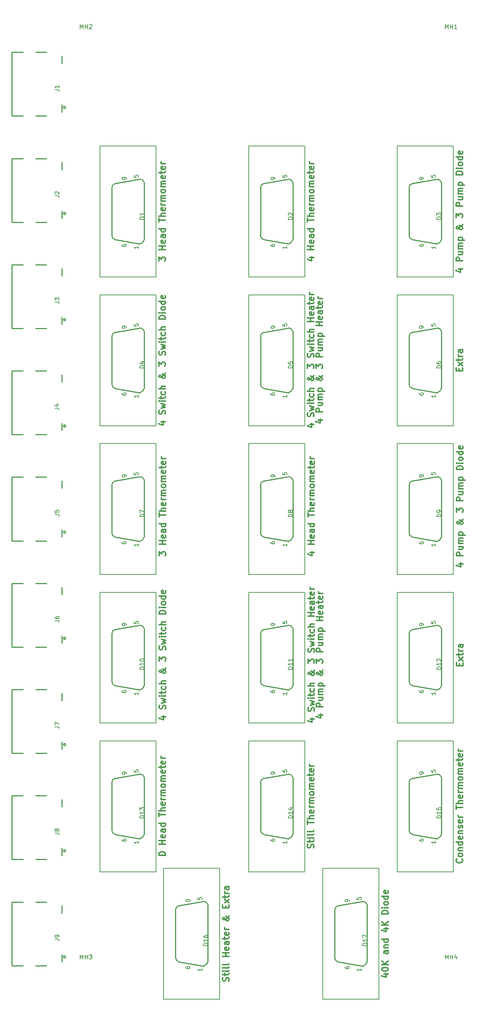
<source format=gbr>
G04 #@! TF.GenerationSoftware,KiCad,Pcbnew,(5.1.9)-1*
G04 #@! TF.CreationDate,2022-02-09T21:41:22-07:00*
G04 #@! TF.ProjectId,HDMI_to_DB9,48444d49-5f74-46f5-9f44-42392e6b6963,rev?*
G04 #@! TF.SameCoordinates,Original*
G04 #@! TF.FileFunction,Legend,Top*
G04 #@! TF.FilePolarity,Positive*
%FSLAX46Y46*%
G04 Gerber Fmt 4.6, Leading zero omitted, Abs format (unit mm)*
G04 Created by KiCad (PCBNEW (5.1.9)-1) date 2022-02-09 21:41:22*
%MOMM*%
%LPD*%
G01*
G04 APERTURE LIST*
%ADD10C,0.300000*%
%ADD11C,0.254000*%
%ADD12C,0.200000*%
%ADD13C,0.150000*%
%ADD14C,0.203000*%
G04 APERTURE END LIST*
D10*
X80178571Y-209500000D02*
X81178571Y-209500000D01*
X79607142Y-209857142D02*
X80678571Y-210214285D01*
X80678571Y-209285714D01*
X79678571Y-208428571D02*
X79678571Y-208285714D01*
X79750000Y-208142857D01*
X79821428Y-208071428D01*
X79964285Y-208000000D01*
X80250000Y-207928571D01*
X80607142Y-207928571D01*
X80892857Y-208000000D01*
X81035714Y-208071428D01*
X81107142Y-208142857D01*
X81178571Y-208285714D01*
X81178571Y-208428571D01*
X81107142Y-208571428D01*
X81035714Y-208642857D01*
X80892857Y-208714285D01*
X80607142Y-208785714D01*
X80250000Y-208785714D01*
X79964285Y-208714285D01*
X79821428Y-208642857D01*
X79750000Y-208571428D01*
X79678571Y-208428571D01*
X81178571Y-207285714D02*
X79678571Y-207285714D01*
X81178571Y-206428571D02*
X80321428Y-207071428D01*
X79678571Y-206428571D02*
X80535714Y-207285714D01*
X81178571Y-204000000D02*
X80392857Y-204000000D01*
X80250000Y-204071428D01*
X80178571Y-204214285D01*
X80178571Y-204500000D01*
X80250000Y-204642857D01*
X81107142Y-204000000D02*
X81178571Y-204142857D01*
X81178571Y-204500000D01*
X81107142Y-204642857D01*
X80964285Y-204714285D01*
X80821428Y-204714285D01*
X80678571Y-204642857D01*
X80607142Y-204500000D01*
X80607142Y-204142857D01*
X80535714Y-204000000D01*
X80178571Y-203285714D02*
X81178571Y-203285714D01*
X80321428Y-203285714D02*
X80250000Y-203214285D01*
X80178571Y-203071428D01*
X80178571Y-202857142D01*
X80250000Y-202714285D01*
X80392857Y-202642857D01*
X81178571Y-202642857D01*
X81178571Y-201285714D02*
X79678571Y-201285714D01*
X81107142Y-201285714D02*
X81178571Y-201428571D01*
X81178571Y-201714285D01*
X81107142Y-201857142D01*
X81035714Y-201928571D01*
X80892857Y-202000000D01*
X80464285Y-202000000D01*
X80321428Y-201928571D01*
X80250000Y-201857142D01*
X80178571Y-201714285D01*
X80178571Y-201428571D01*
X80250000Y-201285714D01*
X80178571Y-198785714D02*
X81178571Y-198785714D01*
X79607142Y-199142857D02*
X80678571Y-199500000D01*
X80678571Y-198571428D01*
X81178571Y-198000000D02*
X79678571Y-198000000D01*
X81178571Y-197142857D02*
X80321428Y-197785714D01*
X79678571Y-197142857D02*
X80535714Y-198000000D01*
X81178571Y-195357142D02*
X79678571Y-195357142D01*
X79678571Y-195000000D01*
X79750000Y-194785714D01*
X79892857Y-194642857D01*
X80035714Y-194571428D01*
X80321428Y-194500000D01*
X80535714Y-194500000D01*
X80821428Y-194571428D01*
X80964285Y-194642857D01*
X81107142Y-194785714D01*
X81178571Y-195000000D01*
X81178571Y-195357142D01*
X81178571Y-193857142D02*
X80178571Y-193857142D01*
X79678571Y-193857142D02*
X79750000Y-193928571D01*
X79821428Y-193857142D01*
X79750000Y-193785714D01*
X79678571Y-193857142D01*
X79821428Y-193857142D01*
X81178571Y-192928571D02*
X81107142Y-193071428D01*
X81035714Y-193142857D01*
X80892857Y-193214285D01*
X80464285Y-193214285D01*
X80321428Y-193142857D01*
X80250000Y-193071428D01*
X80178571Y-192928571D01*
X80178571Y-192714285D01*
X80250000Y-192571428D01*
X80321428Y-192500000D01*
X80464285Y-192428571D01*
X80892857Y-192428571D01*
X81035714Y-192500000D01*
X81107142Y-192571428D01*
X81178571Y-192714285D01*
X81178571Y-192928571D01*
X81178571Y-191142857D02*
X79678571Y-191142857D01*
X81107142Y-191142857D02*
X81178571Y-191285714D01*
X81178571Y-191571428D01*
X81107142Y-191714285D01*
X81035714Y-191785714D01*
X80892857Y-191857142D01*
X80464285Y-191857142D01*
X80321428Y-191785714D01*
X80250000Y-191714285D01*
X80178571Y-191571428D01*
X80178571Y-191285714D01*
X80250000Y-191142857D01*
X81107142Y-189857142D02*
X81178571Y-190000000D01*
X81178571Y-190285714D01*
X81107142Y-190428571D01*
X80964285Y-190500000D01*
X80392857Y-190500000D01*
X80250000Y-190428571D01*
X80178571Y-190285714D01*
X80178571Y-190000000D01*
X80250000Y-189857142D01*
X80392857Y-189785714D01*
X80535714Y-189785714D01*
X80678571Y-190500000D01*
X43607142Y-211142857D02*
X43678571Y-210928571D01*
X43678571Y-210571428D01*
X43607142Y-210428571D01*
X43535714Y-210357142D01*
X43392857Y-210285714D01*
X43250000Y-210285714D01*
X43107142Y-210357142D01*
X43035714Y-210428571D01*
X42964285Y-210571428D01*
X42892857Y-210857142D01*
X42821428Y-211000000D01*
X42750000Y-211071428D01*
X42607142Y-211142857D01*
X42464285Y-211142857D01*
X42321428Y-211071428D01*
X42250000Y-211000000D01*
X42178571Y-210857142D01*
X42178571Y-210500000D01*
X42250000Y-210285714D01*
X42678571Y-209857142D02*
X42678571Y-209285714D01*
X42178571Y-209642857D02*
X43464285Y-209642857D01*
X43607142Y-209571428D01*
X43678571Y-209428571D01*
X43678571Y-209285714D01*
X43678571Y-208785714D02*
X42678571Y-208785714D01*
X42178571Y-208785714D02*
X42250000Y-208857142D01*
X42321428Y-208785714D01*
X42250000Y-208714285D01*
X42178571Y-208785714D01*
X42321428Y-208785714D01*
X43678571Y-207857142D02*
X43607142Y-208000000D01*
X43464285Y-208071428D01*
X42178571Y-208071428D01*
X43678571Y-207071428D02*
X43607142Y-207214285D01*
X43464285Y-207285714D01*
X42178571Y-207285714D01*
X43678571Y-205357142D02*
X42178571Y-205357142D01*
X42892857Y-205357142D02*
X42892857Y-204500000D01*
X43678571Y-204500000D02*
X42178571Y-204500000D01*
X43607142Y-203214285D02*
X43678571Y-203357142D01*
X43678571Y-203642857D01*
X43607142Y-203785714D01*
X43464285Y-203857142D01*
X42892857Y-203857142D01*
X42750000Y-203785714D01*
X42678571Y-203642857D01*
X42678571Y-203357142D01*
X42750000Y-203214285D01*
X42892857Y-203142857D01*
X43035714Y-203142857D01*
X43178571Y-203857142D01*
X43678571Y-201857142D02*
X42892857Y-201857142D01*
X42750000Y-201928571D01*
X42678571Y-202071428D01*
X42678571Y-202357142D01*
X42750000Y-202500000D01*
X43607142Y-201857142D02*
X43678571Y-202000000D01*
X43678571Y-202357142D01*
X43607142Y-202500000D01*
X43464285Y-202571428D01*
X43321428Y-202571428D01*
X43178571Y-202500000D01*
X43107142Y-202357142D01*
X43107142Y-202000000D01*
X43035714Y-201857142D01*
X42678571Y-201357142D02*
X42678571Y-200785714D01*
X42178571Y-201142857D02*
X43464285Y-201142857D01*
X43607142Y-201071428D01*
X43678571Y-200928571D01*
X43678571Y-200785714D01*
X43607142Y-199714285D02*
X43678571Y-199857142D01*
X43678571Y-200142857D01*
X43607142Y-200285714D01*
X43464285Y-200357142D01*
X42892857Y-200357142D01*
X42750000Y-200285714D01*
X42678571Y-200142857D01*
X42678571Y-199857142D01*
X42750000Y-199714285D01*
X42892857Y-199642857D01*
X43035714Y-199642857D01*
X43178571Y-200357142D01*
X43678571Y-199000000D02*
X42678571Y-199000000D01*
X42964285Y-199000000D02*
X42821428Y-198928571D01*
X42750000Y-198857142D01*
X42678571Y-198714285D01*
X42678571Y-198571428D01*
X43678571Y-195714285D02*
X43678571Y-195785714D01*
X43607142Y-195928571D01*
X43392857Y-196142857D01*
X42964285Y-196500000D01*
X42750000Y-196642857D01*
X42535714Y-196714285D01*
X42392857Y-196714285D01*
X42250000Y-196642857D01*
X42178571Y-196500000D01*
X42178571Y-196428571D01*
X42250000Y-196285714D01*
X42392857Y-196214285D01*
X42464285Y-196214285D01*
X42607142Y-196285714D01*
X42678571Y-196357142D01*
X42964285Y-196785714D01*
X43035714Y-196857142D01*
X43178571Y-196928571D01*
X43392857Y-196928571D01*
X43535714Y-196857142D01*
X43607142Y-196785714D01*
X43678571Y-196642857D01*
X43678571Y-196428571D01*
X43607142Y-196285714D01*
X43535714Y-196214285D01*
X43250000Y-196000000D01*
X43035714Y-195928571D01*
X42892857Y-195928571D01*
X42892857Y-193928571D02*
X42892857Y-193428571D01*
X43678571Y-193214285D02*
X43678571Y-193928571D01*
X42178571Y-193928571D01*
X42178571Y-193214285D01*
X43678571Y-192714285D02*
X42678571Y-191928571D01*
X42678571Y-192714285D02*
X43678571Y-191928571D01*
X42678571Y-191571428D02*
X42678571Y-191000000D01*
X42178571Y-191357142D02*
X43464285Y-191357142D01*
X43607142Y-191285714D01*
X43678571Y-191142857D01*
X43678571Y-191000000D01*
X43678571Y-190500000D02*
X42678571Y-190500000D01*
X42964285Y-190500000D02*
X42821428Y-190428571D01*
X42750000Y-190357142D01*
X42678571Y-190214285D01*
X42678571Y-190071428D01*
X43678571Y-188928571D02*
X42892857Y-188928571D01*
X42750000Y-189000000D01*
X42678571Y-189142857D01*
X42678571Y-189428571D01*
X42750000Y-189571428D01*
X43607142Y-188928571D02*
X43678571Y-189071428D01*
X43678571Y-189428571D01*
X43607142Y-189571428D01*
X43464285Y-189642857D01*
X43321428Y-189642857D01*
X43178571Y-189571428D01*
X43107142Y-189428571D01*
X43107142Y-189071428D01*
X43035714Y-188928571D01*
X98535714Y-182392857D02*
X98607142Y-182464285D01*
X98678571Y-182678571D01*
X98678571Y-182821428D01*
X98607142Y-183035714D01*
X98464285Y-183178571D01*
X98321428Y-183250000D01*
X98035714Y-183321428D01*
X97821428Y-183321428D01*
X97535714Y-183250000D01*
X97392857Y-183178571D01*
X97250000Y-183035714D01*
X97178571Y-182821428D01*
X97178571Y-182678571D01*
X97250000Y-182464285D01*
X97321428Y-182392857D01*
X98678571Y-181535714D02*
X98607142Y-181678571D01*
X98535714Y-181750000D01*
X98392857Y-181821428D01*
X97964285Y-181821428D01*
X97821428Y-181750000D01*
X97750000Y-181678571D01*
X97678571Y-181535714D01*
X97678571Y-181321428D01*
X97750000Y-181178571D01*
X97821428Y-181107142D01*
X97964285Y-181035714D01*
X98392857Y-181035714D01*
X98535714Y-181107142D01*
X98607142Y-181178571D01*
X98678571Y-181321428D01*
X98678571Y-181535714D01*
X97678571Y-180392857D02*
X98678571Y-180392857D01*
X97821428Y-180392857D02*
X97750000Y-180321428D01*
X97678571Y-180178571D01*
X97678571Y-179964285D01*
X97750000Y-179821428D01*
X97892857Y-179750000D01*
X98678571Y-179750000D01*
X98678571Y-178392857D02*
X97178571Y-178392857D01*
X98607142Y-178392857D02*
X98678571Y-178535714D01*
X98678571Y-178821428D01*
X98607142Y-178964285D01*
X98535714Y-179035714D01*
X98392857Y-179107142D01*
X97964285Y-179107142D01*
X97821428Y-179035714D01*
X97750000Y-178964285D01*
X97678571Y-178821428D01*
X97678571Y-178535714D01*
X97750000Y-178392857D01*
X98607142Y-177107142D02*
X98678571Y-177250000D01*
X98678571Y-177535714D01*
X98607142Y-177678571D01*
X98464285Y-177750000D01*
X97892857Y-177750000D01*
X97750000Y-177678571D01*
X97678571Y-177535714D01*
X97678571Y-177250000D01*
X97750000Y-177107142D01*
X97892857Y-177035714D01*
X98035714Y-177035714D01*
X98178571Y-177750000D01*
X97678571Y-176392857D02*
X98678571Y-176392857D01*
X97821428Y-176392857D02*
X97750000Y-176321428D01*
X97678571Y-176178571D01*
X97678571Y-175964285D01*
X97750000Y-175821428D01*
X97892857Y-175750000D01*
X98678571Y-175750000D01*
X98607142Y-175107142D02*
X98678571Y-174964285D01*
X98678571Y-174678571D01*
X98607142Y-174535714D01*
X98464285Y-174464285D01*
X98392857Y-174464285D01*
X98250000Y-174535714D01*
X98178571Y-174678571D01*
X98178571Y-174892857D01*
X98107142Y-175035714D01*
X97964285Y-175107142D01*
X97892857Y-175107142D01*
X97750000Y-175035714D01*
X97678571Y-174892857D01*
X97678571Y-174678571D01*
X97750000Y-174535714D01*
X98607142Y-173250000D02*
X98678571Y-173392857D01*
X98678571Y-173678571D01*
X98607142Y-173821428D01*
X98464285Y-173892857D01*
X97892857Y-173892857D01*
X97750000Y-173821428D01*
X97678571Y-173678571D01*
X97678571Y-173392857D01*
X97750000Y-173250000D01*
X97892857Y-173178571D01*
X98035714Y-173178571D01*
X98178571Y-173892857D01*
X98678571Y-172535714D02*
X97678571Y-172535714D01*
X97964285Y-172535714D02*
X97821428Y-172464285D01*
X97750000Y-172392857D01*
X97678571Y-172250000D01*
X97678571Y-172107142D01*
X97178571Y-170678571D02*
X97178571Y-169821428D01*
X98678571Y-170250000D02*
X97178571Y-170250000D01*
X98678571Y-169321428D02*
X97178571Y-169321428D01*
X98678571Y-168678571D02*
X97892857Y-168678571D01*
X97750000Y-168750000D01*
X97678571Y-168892857D01*
X97678571Y-169107142D01*
X97750000Y-169250000D01*
X97821428Y-169321428D01*
X98607142Y-167392857D02*
X98678571Y-167535714D01*
X98678571Y-167821428D01*
X98607142Y-167964285D01*
X98464285Y-168035714D01*
X97892857Y-168035714D01*
X97750000Y-167964285D01*
X97678571Y-167821428D01*
X97678571Y-167535714D01*
X97750000Y-167392857D01*
X97892857Y-167321428D01*
X98035714Y-167321428D01*
X98178571Y-168035714D01*
X98678571Y-166678571D02*
X97678571Y-166678571D01*
X97964285Y-166678571D02*
X97821428Y-166607142D01*
X97750000Y-166535714D01*
X97678571Y-166392857D01*
X97678571Y-166250000D01*
X98678571Y-165750000D02*
X97678571Y-165750000D01*
X97821428Y-165750000D02*
X97750000Y-165678571D01*
X97678571Y-165535714D01*
X97678571Y-165321428D01*
X97750000Y-165178571D01*
X97892857Y-165107142D01*
X98678571Y-165107142D01*
X97892857Y-165107142D02*
X97750000Y-165035714D01*
X97678571Y-164892857D01*
X97678571Y-164678571D01*
X97750000Y-164535714D01*
X97892857Y-164464285D01*
X98678571Y-164464285D01*
X98678571Y-163535714D02*
X98607142Y-163678571D01*
X98535714Y-163750000D01*
X98392857Y-163821428D01*
X97964285Y-163821428D01*
X97821428Y-163750000D01*
X97750000Y-163678571D01*
X97678571Y-163535714D01*
X97678571Y-163321428D01*
X97750000Y-163178571D01*
X97821428Y-163107142D01*
X97964285Y-163035714D01*
X98392857Y-163035714D01*
X98535714Y-163107142D01*
X98607142Y-163178571D01*
X98678571Y-163321428D01*
X98678571Y-163535714D01*
X98678571Y-162392857D02*
X97678571Y-162392857D01*
X97821428Y-162392857D02*
X97750000Y-162321428D01*
X97678571Y-162178571D01*
X97678571Y-161964285D01*
X97750000Y-161821428D01*
X97892857Y-161750000D01*
X98678571Y-161750000D01*
X97892857Y-161750000D02*
X97750000Y-161678571D01*
X97678571Y-161535714D01*
X97678571Y-161321428D01*
X97750000Y-161178571D01*
X97892857Y-161107142D01*
X98678571Y-161107142D01*
X98607142Y-159821428D02*
X98678571Y-159964285D01*
X98678571Y-160250000D01*
X98607142Y-160392857D01*
X98464285Y-160464285D01*
X97892857Y-160464285D01*
X97750000Y-160392857D01*
X97678571Y-160250000D01*
X97678571Y-159964285D01*
X97750000Y-159821428D01*
X97892857Y-159750000D01*
X98035714Y-159750000D01*
X98178571Y-160464285D01*
X97678571Y-159321428D02*
X97678571Y-158750000D01*
X97178571Y-159107142D02*
X98464285Y-159107142D01*
X98607142Y-159035714D01*
X98678571Y-158892857D01*
X98678571Y-158750000D01*
X98607142Y-157678571D02*
X98678571Y-157821428D01*
X98678571Y-158107142D01*
X98607142Y-158250000D01*
X98464285Y-158321428D01*
X97892857Y-158321428D01*
X97750000Y-158250000D01*
X97678571Y-158107142D01*
X97678571Y-157821428D01*
X97750000Y-157678571D01*
X97892857Y-157607142D01*
X98035714Y-157607142D01*
X98178571Y-158321428D01*
X98678571Y-156964285D02*
X97678571Y-156964285D01*
X97964285Y-156964285D02*
X97821428Y-156892857D01*
X97750000Y-156821428D01*
X97678571Y-156678571D01*
X97678571Y-156535714D01*
X63607142Y-179785714D02*
X63678571Y-179571428D01*
X63678571Y-179214285D01*
X63607142Y-179071428D01*
X63535714Y-179000000D01*
X63392857Y-178928571D01*
X63250000Y-178928571D01*
X63107142Y-179000000D01*
X63035714Y-179071428D01*
X62964285Y-179214285D01*
X62892857Y-179500000D01*
X62821428Y-179642857D01*
X62750000Y-179714285D01*
X62607142Y-179785714D01*
X62464285Y-179785714D01*
X62321428Y-179714285D01*
X62250000Y-179642857D01*
X62178571Y-179500000D01*
X62178571Y-179142857D01*
X62250000Y-178928571D01*
X62678571Y-178500000D02*
X62678571Y-177928571D01*
X62178571Y-178285714D02*
X63464285Y-178285714D01*
X63607142Y-178214285D01*
X63678571Y-178071428D01*
X63678571Y-177928571D01*
X63678571Y-177428571D02*
X62678571Y-177428571D01*
X62178571Y-177428571D02*
X62250000Y-177500000D01*
X62321428Y-177428571D01*
X62250000Y-177357142D01*
X62178571Y-177428571D01*
X62321428Y-177428571D01*
X63678571Y-176500000D02*
X63607142Y-176642857D01*
X63464285Y-176714285D01*
X62178571Y-176714285D01*
X63678571Y-175714285D02*
X63607142Y-175857142D01*
X63464285Y-175928571D01*
X62178571Y-175928571D01*
X62178571Y-174214285D02*
X62178571Y-173357142D01*
X63678571Y-173785714D02*
X62178571Y-173785714D01*
X63678571Y-172857142D02*
X62178571Y-172857142D01*
X63678571Y-172214285D02*
X62892857Y-172214285D01*
X62750000Y-172285714D01*
X62678571Y-172428571D01*
X62678571Y-172642857D01*
X62750000Y-172785714D01*
X62821428Y-172857142D01*
X63607142Y-170928571D02*
X63678571Y-171071428D01*
X63678571Y-171357142D01*
X63607142Y-171500000D01*
X63464285Y-171571428D01*
X62892857Y-171571428D01*
X62750000Y-171500000D01*
X62678571Y-171357142D01*
X62678571Y-171071428D01*
X62750000Y-170928571D01*
X62892857Y-170857142D01*
X63035714Y-170857142D01*
X63178571Y-171571428D01*
X63678571Y-170214285D02*
X62678571Y-170214285D01*
X62964285Y-170214285D02*
X62821428Y-170142857D01*
X62750000Y-170071428D01*
X62678571Y-169928571D01*
X62678571Y-169785714D01*
X63678571Y-169285714D02*
X62678571Y-169285714D01*
X62821428Y-169285714D02*
X62750000Y-169214285D01*
X62678571Y-169071428D01*
X62678571Y-168857142D01*
X62750000Y-168714285D01*
X62892857Y-168642857D01*
X63678571Y-168642857D01*
X62892857Y-168642857D02*
X62750000Y-168571428D01*
X62678571Y-168428571D01*
X62678571Y-168214285D01*
X62750000Y-168071428D01*
X62892857Y-168000000D01*
X63678571Y-168000000D01*
X63678571Y-167071428D02*
X63607142Y-167214285D01*
X63535714Y-167285714D01*
X63392857Y-167357142D01*
X62964285Y-167357142D01*
X62821428Y-167285714D01*
X62750000Y-167214285D01*
X62678571Y-167071428D01*
X62678571Y-166857142D01*
X62750000Y-166714285D01*
X62821428Y-166642857D01*
X62964285Y-166571428D01*
X63392857Y-166571428D01*
X63535714Y-166642857D01*
X63607142Y-166714285D01*
X63678571Y-166857142D01*
X63678571Y-167071428D01*
X63678571Y-165928571D02*
X62678571Y-165928571D01*
X62821428Y-165928571D02*
X62750000Y-165857142D01*
X62678571Y-165714285D01*
X62678571Y-165500000D01*
X62750000Y-165357142D01*
X62892857Y-165285714D01*
X63678571Y-165285714D01*
X62892857Y-165285714D02*
X62750000Y-165214285D01*
X62678571Y-165071428D01*
X62678571Y-164857142D01*
X62750000Y-164714285D01*
X62892857Y-164642857D01*
X63678571Y-164642857D01*
X63607142Y-163357142D02*
X63678571Y-163500000D01*
X63678571Y-163785714D01*
X63607142Y-163928571D01*
X63464285Y-164000000D01*
X62892857Y-164000000D01*
X62750000Y-163928571D01*
X62678571Y-163785714D01*
X62678571Y-163500000D01*
X62750000Y-163357142D01*
X62892857Y-163285714D01*
X63035714Y-163285714D01*
X63178571Y-164000000D01*
X62678571Y-162857142D02*
X62678571Y-162285714D01*
X62178571Y-162642857D02*
X63464285Y-162642857D01*
X63607142Y-162571428D01*
X63678571Y-162428571D01*
X63678571Y-162285714D01*
X63607142Y-161214285D02*
X63678571Y-161357142D01*
X63678571Y-161642857D01*
X63607142Y-161785714D01*
X63464285Y-161857142D01*
X62892857Y-161857142D01*
X62750000Y-161785714D01*
X62678571Y-161642857D01*
X62678571Y-161357142D01*
X62750000Y-161214285D01*
X62892857Y-161142857D01*
X63035714Y-161142857D01*
X63178571Y-161857142D01*
X63678571Y-160500000D02*
X62678571Y-160500000D01*
X62964285Y-160500000D02*
X62821428Y-160428571D01*
X62750000Y-160357142D01*
X62678571Y-160214285D01*
X62678571Y-160071428D01*
X27778571Y-148935714D02*
X28778571Y-148935714D01*
X27207142Y-149292857D02*
X28278571Y-149650000D01*
X28278571Y-148721428D01*
X28707142Y-147078571D02*
X28778571Y-146864285D01*
X28778571Y-146507142D01*
X28707142Y-146364285D01*
X28635714Y-146292857D01*
X28492857Y-146221428D01*
X28350000Y-146221428D01*
X28207142Y-146292857D01*
X28135714Y-146364285D01*
X28064285Y-146507142D01*
X27992857Y-146792857D01*
X27921428Y-146935714D01*
X27850000Y-147007142D01*
X27707142Y-147078571D01*
X27564285Y-147078571D01*
X27421428Y-147007142D01*
X27350000Y-146935714D01*
X27278571Y-146792857D01*
X27278571Y-146435714D01*
X27350000Y-146221428D01*
X27778571Y-145721428D02*
X28778571Y-145435714D01*
X28064285Y-145150000D01*
X28778571Y-144864285D01*
X27778571Y-144578571D01*
X28778571Y-144007142D02*
X27778571Y-144007142D01*
X27278571Y-144007142D02*
X27350000Y-144078571D01*
X27421428Y-144007142D01*
X27350000Y-143935714D01*
X27278571Y-144007142D01*
X27421428Y-144007142D01*
X27778571Y-143507142D02*
X27778571Y-142935714D01*
X27278571Y-143292857D02*
X28564285Y-143292857D01*
X28707142Y-143221428D01*
X28778571Y-143078571D01*
X28778571Y-142935714D01*
X28707142Y-141792857D02*
X28778571Y-141935714D01*
X28778571Y-142221428D01*
X28707142Y-142364285D01*
X28635714Y-142435714D01*
X28492857Y-142507142D01*
X28064285Y-142507142D01*
X27921428Y-142435714D01*
X27850000Y-142364285D01*
X27778571Y-142221428D01*
X27778571Y-141935714D01*
X27850000Y-141792857D01*
X28778571Y-141150000D02*
X27278571Y-141150000D01*
X28778571Y-140507142D02*
X27992857Y-140507142D01*
X27850000Y-140578571D01*
X27778571Y-140721428D01*
X27778571Y-140935714D01*
X27850000Y-141078571D01*
X27921428Y-141150000D01*
X28778571Y-137435714D02*
X28778571Y-137507142D01*
X28707142Y-137650000D01*
X28492857Y-137864285D01*
X28064285Y-138221428D01*
X27850000Y-138364285D01*
X27635714Y-138435714D01*
X27492857Y-138435714D01*
X27350000Y-138364285D01*
X27278571Y-138221428D01*
X27278571Y-138150000D01*
X27350000Y-138007142D01*
X27492857Y-137935714D01*
X27564285Y-137935714D01*
X27707142Y-138007142D01*
X27778571Y-138078571D01*
X28064285Y-138507142D01*
X28135714Y-138578571D01*
X28278571Y-138650000D01*
X28492857Y-138650000D01*
X28635714Y-138578571D01*
X28707142Y-138507142D01*
X28778571Y-138364285D01*
X28778571Y-138150000D01*
X28707142Y-138007142D01*
X28635714Y-137935714D01*
X28350000Y-137721428D01*
X28135714Y-137650000D01*
X27992857Y-137650000D01*
X27278571Y-135792857D02*
X27278571Y-134864285D01*
X27850000Y-135364285D01*
X27850000Y-135150000D01*
X27921428Y-135007142D01*
X27992857Y-134935714D01*
X28135714Y-134864285D01*
X28492857Y-134864285D01*
X28635714Y-134935714D01*
X28707142Y-135007142D01*
X28778571Y-135150000D01*
X28778571Y-135578571D01*
X28707142Y-135721428D01*
X28635714Y-135792857D01*
X28707142Y-133150000D02*
X28778571Y-132935714D01*
X28778571Y-132578571D01*
X28707142Y-132435714D01*
X28635714Y-132364285D01*
X28492857Y-132292857D01*
X28350000Y-132292857D01*
X28207142Y-132364285D01*
X28135714Y-132435714D01*
X28064285Y-132578571D01*
X27992857Y-132864285D01*
X27921428Y-133007142D01*
X27850000Y-133078571D01*
X27707142Y-133150000D01*
X27564285Y-133150000D01*
X27421428Y-133078571D01*
X27350000Y-133007142D01*
X27278571Y-132864285D01*
X27278571Y-132507142D01*
X27350000Y-132292857D01*
X27778571Y-131792857D02*
X28778571Y-131507142D01*
X28064285Y-131221428D01*
X28778571Y-130935714D01*
X27778571Y-130650000D01*
X28778571Y-130078571D02*
X27778571Y-130078571D01*
X27278571Y-130078571D02*
X27350000Y-130150000D01*
X27421428Y-130078571D01*
X27350000Y-130007142D01*
X27278571Y-130078571D01*
X27421428Y-130078571D01*
X27778571Y-129578571D02*
X27778571Y-129007142D01*
X27278571Y-129364285D02*
X28564285Y-129364285D01*
X28707142Y-129292857D01*
X28778571Y-129150000D01*
X28778571Y-129007142D01*
X28707142Y-127864285D02*
X28778571Y-128007142D01*
X28778571Y-128292857D01*
X28707142Y-128435714D01*
X28635714Y-128507142D01*
X28492857Y-128578571D01*
X28064285Y-128578571D01*
X27921428Y-128507142D01*
X27850000Y-128435714D01*
X27778571Y-128292857D01*
X27778571Y-128007142D01*
X27850000Y-127864285D01*
X28778571Y-127221428D02*
X27278571Y-127221428D01*
X28778571Y-126578571D02*
X27992857Y-126578571D01*
X27850000Y-126650000D01*
X27778571Y-126792857D01*
X27778571Y-127007142D01*
X27850000Y-127150000D01*
X27921428Y-127221428D01*
X28778571Y-124721428D02*
X27278571Y-124721428D01*
X27278571Y-124364285D01*
X27350000Y-124150000D01*
X27492857Y-124007142D01*
X27635714Y-123935714D01*
X27921428Y-123864285D01*
X28135714Y-123864285D01*
X28421428Y-123935714D01*
X28564285Y-124007142D01*
X28707142Y-124150000D01*
X28778571Y-124364285D01*
X28778571Y-124721428D01*
X28778571Y-123221428D02*
X27778571Y-123221428D01*
X27278571Y-123221428D02*
X27350000Y-123292857D01*
X27421428Y-123221428D01*
X27350000Y-123150000D01*
X27278571Y-123221428D01*
X27421428Y-123221428D01*
X28778571Y-122292857D02*
X28707142Y-122435714D01*
X28635714Y-122507142D01*
X28492857Y-122578571D01*
X28064285Y-122578571D01*
X27921428Y-122507142D01*
X27850000Y-122435714D01*
X27778571Y-122292857D01*
X27778571Y-122078571D01*
X27850000Y-121935714D01*
X27921428Y-121864285D01*
X28064285Y-121792857D01*
X28492857Y-121792857D01*
X28635714Y-121864285D01*
X28707142Y-121935714D01*
X28778571Y-122078571D01*
X28778571Y-122292857D01*
X28778571Y-120507142D02*
X27278571Y-120507142D01*
X28707142Y-120507142D02*
X28778571Y-120650000D01*
X28778571Y-120935714D01*
X28707142Y-121078571D01*
X28635714Y-121150000D01*
X28492857Y-121221428D01*
X28064285Y-121221428D01*
X27921428Y-121150000D01*
X27850000Y-121078571D01*
X27778571Y-120935714D01*
X27778571Y-120650000D01*
X27850000Y-120507142D01*
X28707142Y-119221428D02*
X28778571Y-119364285D01*
X28778571Y-119650000D01*
X28707142Y-119792857D01*
X28564285Y-119864285D01*
X27992857Y-119864285D01*
X27850000Y-119792857D01*
X27778571Y-119650000D01*
X27778571Y-119364285D01*
X27850000Y-119221428D01*
X27992857Y-119150000D01*
X28135714Y-119150000D01*
X28278571Y-119864285D01*
X28678571Y-181535714D02*
X27178571Y-181535714D01*
X27178571Y-181178571D01*
X27250000Y-180964285D01*
X27392857Y-180821428D01*
X27535714Y-180750000D01*
X27821428Y-180678571D01*
X28035714Y-180678571D01*
X28321428Y-180750000D01*
X28464285Y-180821428D01*
X28607142Y-180964285D01*
X28678571Y-181178571D01*
X28678571Y-181535714D01*
X28678571Y-178892857D02*
X27178571Y-178892857D01*
X27892857Y-178892857D02*
X27892857Y-178035714D01*
X28678571Y-178035714D02*
X27178571Y-178035714D01*
X28607142Y-176750000D02*
X28678571Y-176892857D01*
X28678571Y-177178571D01*
X28607142Y-177321428D01*
X28464285Y-177392857D01*
X27892857Y-177392857D01*
X27750000Y-177321428D01*
X27678571Y-177178571D01*
X27678571Y-176892857D01*
X27750000Y-176750000D01*
X27892857Y-176678571D01*
X28035714Y-176678571D01*
X28178571Y-177392857D01*
X28678571Y-175392857D02*
X27892857Y-175392857D01*
X27750000Y-175464285D01*
X27678571Y-175607142D01*
X27678571Y-175892857D01*
X27750000Y-176035714D01*
X28607142Y-175392857D02*
X28678571Y-175535714D01*
X28678571Y-175892857D01*
X28607142Y-176035714D01*
X28464285Y-176107142D01*
X28321428Y-176107142D01*
X28178571Y-176035714D01*
X28107142Y-175892857D01*
X28107142Y-175535714D01*
X28035714Y-175392857D01*
X28678571Y-174035714D02*
X27178571Y-174035714D01*
X28607142Y-174035714D02*
X28678571Y-174178571D01*
X28678571Y-174464285D01*
X28607142Y-174607142D01*
X28535714Y-174678571D01*
X28392857Y-174750000D01*
X27964285Y-174750000D01*
X27821428Y-174678571D01*
X27750000Y-174607142D01*
X27678571Y-174464285D01*
X27678571Y-174178571D01*
X27750000Y-174035714D01*
X27178571Y-172392857D02*
X27178571Y-171535714D01*
X28678571Y-171964285D02*
X27178571Y-171964285D01*
X28678571Y-171035714D02*
X27178571Y-171035714D01*
X28678571Y-170392857D02*
X27892857Y-170392857D01*
X27750000Y-170464285D01*
X27678571Y-170607142D01*
X27678571Y-170821428D01*
X27750000Y-170964285D01*
X27821428Y-171035714D01*
X28607142Y-169107142D02*
X28678571Y-169250000D01*
X28678571Y-169535714D01*
X28607142Y-169678571D01*
X28464285Y-169750000D01*
X27892857Y-169750000D01*
X27750000Y-169678571D01*
X27678571Y-169535714D01*
X27678571Y-169250000D01*
X27750000Y-169107142D01*
X27892857Y-169035714D01*
X28035714Y-169035714D01*
X28178571Y-169750000D01*
X28678571Y-168392857D02*
X27678571Y-168392857D01*
X27964285Y-168392857D02*
X27821428Y-168321428D01*
X27750000Y-168250000D01*
X27678571Y-168107142D01*
X27678571Y-167964285D01*
X28678571Y-167464285D02*
X27678571Y-167464285D01*
X27821428Y-167464285D02*
X27750000Y-167392857D01*
X27678571Y-167250000D01*
X27678571Y-167035714D01*
X27750000Y-166892857D01*
X27892857Y-166821428D01*
X28678571Y-166821428D01*
X27892857Y-166821428D02*
X27750000Y-166750000D01*
X27678571Y-166607142D01*
X27678571Y-166392857D01*
X27750000Y-166250000D01*
X27892857Y-166178571D01*
X28678571Y-166178571D01*
X28678571Y-165250000D02*
X28607142Y-165392857D01*
X28535714Y-165464285D01*
X28392857Y-165535714D01*
X27964285Y-165535714D01*
X27821428Y-165464285D01*
X27750000Y-165392857D01*
X27678571Y-165250000D01*
X27678571Y-165035714D01*
X27750000Y-164892857D01*
X27821428Y-164821428D01*
X27964285Y-164750000D01*
X28392857Y-164750000D01*
X28535714Y-164821428D01*
X28607142Y-164892857D01*
X28678571Y-165035714D01*
X28678571Y-165250000D01*
X28678571Y-164107142D02*
X27678571Y-164107142D01*
X27821428Y-164107142D02*
X27750000Y-164035714D01*
X27678571Y-163892857D01*
X27678571Y-163678571D01*
X27750000Y-163535714D01*
X27892857Y-163464285D01*
X28678571Y-163464285D01*
X27892857Y-163464285D02*
X27750000Y-163392857D01*
X27678571Y-163250000D01*
X27678571Y-163035714D01*
X27750000Y-162892857D01*
X27892857Y-162821428D01*
X28678571Y-162821428D01*
X28607142Y-161535714D02*
X28678571Y-161678571D01*
X28678571Y-161964285D01*
X28607142Y-162107142D01*
X28464285Y-162178571D01*
X27892857Y-162178571D01*
X27750000Y-162107142D01*
X27678571Y-161964285D01*
X27678571Y-161678571D01*
X27750000Y-161535714D01*
X27892857Y-161464285D01*
X28035714Y-161464285D01*
X28178571Y-162178571D01*
X27678571Y-161035714D02*
X27678571Y-160464285D01*
X27178571Y-160821428D02*
X28464285Y-160821428D01*
X28607142Y-160750000D01*
X28678571Y-160607142D01*
X28678571Y-160464285D01*
X28607142Y-159392857D02*
X28678571Y-159535714D01*
X28678571Y-159821428D01*
X28607142Y-159964285D01*
X28464285Y-160035714D01*
X27892857Y-160035714D01*
X27750000Y-159964285D01*
X27678571Y-159821428D01*
X27678571Y-159535714D01*
X27750000Y-159392857D01*
X27892857Y-159321428D01*
X28035714Y-159321428D01*
X28178571Y-160035714D01*
X28678571Y-158678571D02*
X27678571Y-158678571D01*
X27964285Y-158678571D02*
X27821428Y-158607142D01*
X27750000Y-158535714D01*
X27678571Y-158392857D01*
X27678571Y-158250000D01*
X62778571Y-110257142D02*
X63778571Y-110257142D01*
X62207142Y-110614285D02*
X63278571Y-110971428D01*
X63278571Y-110042857D01*
X63778571Y-108328571D02*
X62278571Y-108328571D01*
X62992857Y-108328571D02*
X62992857Y-107471428D01*
X63778571Y-107471428D02*
X62278571Y-107471428D01*
X63707142Y-106185714D02*
X63778571Y-106328571D01*
X63778571Y-106614285D01*
X63707142Y-106757142D01*
X63564285Y-106828571D01*
X62992857Y-106828571D01*
X62850000Y-106757142D01*
X62778571Y-106614285D01*
X62778571Y-106328571D01*
X62850000Y-106185714D01*
X62992857Y-106114285D01*
X63135714Y-106114285D01*
X63278571Y-106828571D01*
X63778571Y-104828571D02*
X62992857Y-104828571D01*
X62850000Y-104900000D01*
X62778571Y-105042857D01*
X62778571Y-105328571D01*
X62850000Y-105471428D01*
X63707142Y-104828571D02*
X63778571Y-104971428D01*
X63778571Y-105328571D01*
X63707142Y-105471428D01*
X63564285Y-105542857D01*
X63421428Y-105542857D01*
X63278571Y-105471428D01*
X63207142Y-105328571D01*
X63207142Y-104971428D01*
X63135714Y-104828571D01*
X63778571Y-103471428D02*
X62278571Y-103471428D01*
X63707142Y-103471428D02*
X63778571Y-103614285D01*
X63778571Y-103900000D01*
X63707142Y-104042857D01*
X63635714Y-104114285D01*
X63492857Y-104185714D01*
X63064285Y-104185714D01*
X62921428Y-104114285D01*
X62850000Y-104042857D01*
X62778571Y-103900000D01*
X62778571Y-103614285D01*
X62850000Y-103471428D01*
X62278571Y-101828571D02*
X62278571Y-100971428D01*
X63778571Y-101400000D02*
X62278571Y-101400000D01*
X63778571Y-100471428D02*
X62278571Y-100471428D01*
X63778571Y-99828571D02*
X62992857Y-99828571D01*
X62850000Y-99900000D01*
X62778571Y-100042857D01*
X62778571Y-100257142D01*
X62850000Y-100400000D01*
X62921428Y-100471428D01*
X63707142Y-98542857D02*
X63778571Y-98685714D01*
X63778571Y-98971428D01*
X63707142Y-99114285D01*
X63564285Y-99185714D01*
X62992857Y-99185714D01*
X62850000Y-99114285D01*
X62778571Y-98971428D01*
X62778571Y-98685714D01*
X62850000Y-98542857D01*
X62992857Y-98471428D01*
X63135714Y-98471428D01*
X63278571Y-99185714D01*
X63778571Y-97828571D02*
X62778571Y-97828571D01*
X63064285Y-97828571D02*
X62921428Y-97757142D01*
X62850000Y-97685714D01*
X62778571Y-97542857D01*
X62778571Y-97400000D01*
X63778571Y-96900000D02*
X62778571Y-96900000D01*
X62921428Y-96900000D02*
X62850000Y-96828571D01*
X62778571Y-96685714D01*
X62778571Y-96471428D01*
X62850000Y-96328571D01*
X62992857Y-96257142D01*
X63778571Y-96257142D01*
X62992857Y-96257142D02*
X62850000Y-96185714D01*
X62778571Y-96042857D01*
X62778571Y-95828571D01*
X62850000Y-95685714D01*
X62992857Y-95614285D01*
X63778571Y-95614285D01*
X63778571Y-94685714D02*
X63707142Y-94828571D01*
X63635714Y-94900000D01*
X63492857Y-94971428D01*
X63064285Y-94971428D01*
X62921428Y-94900000D01*
X62850000Y-94828571D01*
X62778571Y-94685714D01*
X62778571Y-94471428D01*
X62850000Y-94328571D01*
X62921428Y-94257142D01*
X63064285Y-94185714D01*
X63492857Y-94185714D01*
X63635714Y-94257142D01*
X63707142Y-94328571D01*
X63778571Y-94471428D01*
X63778571Y-94685714D01*
X63778571Y-93542857D02*
X62778571Y-93542857D01*
X62921428Y-93542857D02*
X62850000Y-93471428D01*
X62778571Y-93328571D01*
X62778571Y-93114285D01*
X62850000Y-92971428D01*
X62992857Y-92900000D01*
X63778571Y-92900000D01*
X62992857Y-92900000D02*
X62850000Y-92828571D01*
X62778571Y-92685714D01*
X62778571Y-92471428D01*
X62850000Y-92328571D01*
X62992857Y-92257142D01*
X63778571Y-92257142D01*
X63707142Y-90971428D02*
X63778571Y-91114285D01*
X63778571Y-91400000D01*
X63707142Y-91542857D01*
X63564285Y-91614285D01*
X62992857Y-91614285D01*
X62850000Y-91542857D01*
X62778571Y-91400000D01*
X62778571Y-91114285D01*
X62850000Y-90971428D01*
X62992857Y-90900000D01*
X63135714Y-90900000D01*
X63278571Y-91614285D01*
X62778571Y-90471428D02*
X62778571Y-89900000D01*
X62278571Y-90257142D02*
X63564285Y-90257142D01*
X63707142Y-90185714D01*
X63778571Y-90042857D01*
X63778571Y-89900000D01*
X63707142Y-88828571D02*
X63778571Y-88971428D01*
X63778571Y-89257142D01*
X63707142Y-89400000D01*
X63564285Y-89471428D01*
X62992857Y-89471428D01*
X62850000Y-89400000D01*
X62778571Y-89257142D01*
X62778571Y-88971428D01*
X62850000Y-88828571D01*
X62992857Y-88757142D01*
X63135714Y-88757142D01*
X63278571Y-89471428D01*
X63778571Y-88114285D02*
X62778571Y-88114285D01*
X63064285Y-88114285D02*
X62921428Y-88042857D01*
X62850000Y-87971428D01*
X62778571Y-87828571D01*
X62778571Y-87685714D01*
X64778571Y-148471428D02*
X65778571Y-148471428D01*
X64207142Y-148828571D02*
X65278571Y-149185714D01*
X65278571Y-148257142D01*
X65778571Y-146542857D02*
X64278571Y-146542857D01*
X64278571Y-145971428D01*
X64350000Y-145828571D01*
X64421428Y-145757142D01*
X64564285Y-145685714D01*
X64778571Y-145685714D01*
X64921428Y-145757142D01*
X64992857Y-145828571D01*
X65064285Y-145971428D01*
X65064285Y-146542857D01*
X64778571Y-144400000D02*
X65778571Y-144400000D01*
X64778571Y-145042857D02*
X65564285Y-145042857D01*
X65707142Y-144971428D01*
X65778571Y-144828571D01*
X65778571Y-144614285D01*
X65707142Y-144471428D01*
X65635714Y-144400000D01*
X65778571Y-143685714D02*
X64778571Y-143685714D01*
X64921428Y-143685714D02*
X64850000Y-143614285D01*
X64778571Y-143471428D01*
X64778571Y-143257142D01*
X64850000Y-143114285D01*
X64992857Y-143042857D01*
X65778571Y-143042857D01*
X64992857Y-143042857D02*
X64850000Y-142971428D01*
X64778571Y-142828571D01*
X64778571Y-142614285D01*
X64850000Y-142471428D01*
X64992857Y-142400000D01*
X65778571Y-142400000D01*
X64778571Y-141685714D02*
X66278571Y-141685714D01*
X64850000Y-141685714D02*
X64778571Y-141542857D01*
X64778571Y-141257142D01*
X64850000Y-141114285D01*
X64921428Y-141042857D01*
X65064285Y-140971428D01*
X65492857Y-140971428D01*
X65635714Y-141042857D01*
X65707142Y-141114285D01*
X65778571Y-141257142D01*
X65778571Y-141542857D01*
X65707142Y-141685714D01*
X65778571Y-137971428D02*
X65778571Y-138042857D01*
X65707142Y-138185714D01*
X65492857Y-138400000D01*
X65064285Y-138757142D01*
X64850000Y-138900000D01*
X64635714Y-138971428D01*
X64492857Y-138971428D01*
X64350000Y-138900000D01*
X64278571Y-138757142D01*
X64278571Y-138685714D01*
X64350000Y-138542857D01*
X64492857Y-138471428D01*
X64564285Y-138471428D01*
X64707142Y-138542857D01*
X64778571Y-138614285D01*
X65064285Y-139042857D01*
X65135714Y-139114285D01*
X65278571Y-139185714D01*
X65492857Y-139185714D01*
X65635714Y-139114285D01*
X65707142Y-139042857D01*
X65778571Y-138900000D01*
X65778571Y-138685714D01*
X65707142Y-138542857D01*
X65635714Y-138471428D01*
X65350000Y-138257142D01*
X65135714Y-138185714D01*
X64992857Y-138185714D01*
X64278571Y-136328571D02*
X64278571Y-135400000D01*
X64850000Y-135900000D01*
X64850000Y-135685714D01*
X64921428Y-135542857D01*
X64992857Y-135471428D01*
X65135714Y-135400000D01*
X65492857Y-135400000D01*
X65635714Y-135471428D01*
X65707142Y-135542857D01*
X65778571Y-135685714D01*
X65778571Y-136114285D01*
X65707142Y-136257142D01*
X65635714Y-136328571D01*
X65778571Y-133614285D02*
X64278571Y-133614285D01*
X64278571Y-133042857D01*
X64350000Y-132900000D01*
X64421428Y-132828571D01*
X64564285Y-132757142D01*
X64778571Y-132757142D01*
X64921428Y-132828571D01*
X64992857Y-132900000D01*
X65064285Y-133042857D01*
X65064285Y-133614285D01*
X64778571Y-131471428D02*
X65778571Y-131471428D01*
X64778571Y-132114285D02*
X65564285Y-132114285D01*
X65707142Y-132042857D01*
X65778571Y-131900000D01*
X65778571Y-131685714D01*
X65707142Y-131542857D01*
X65635714Y-131471428D01*
X65778571Y-130757142D02*
X64778571Y-130757142D01*
X64921428Y-130757142D02*
X64850000Y-130685714D01*
X64778571Y-130542857D01*
X64778571Y-130328571D01*
X64850000Y-130185714D01*
X64992857Y-130114285D01*
X65778571Y-130114285D01*
X64992857Y-130114285D02*
X64850000Y-130042857D01*
X64778571Y-129900000D01*
X64778571Y-129685714D01*
X64850000Y-129542857D01*
X64992857Y-129471428D01*
X65778571Y-129471428D01*
X64778571Y-128757142D02*
X66278571Y-128757142D01*
X64850000Y-128757142D02*
X64778571Y-128614285D01*
X64778571Y-128328571D01*
X64850000Y-128185714D01*
X64921428Y-128114285D01*
X65064285Y-128042857D01*
X65492857Y-128042857D01*
X65635714Y-128114285D01*
X65707142Y-128185714D01*
X65778571Y-128328571D01*
X65778571Y-128614285D01*
X65707142Y-128757142D01*
X65778571Y-126257142D02*
X64278571Y-126257142D01*
X64992857Y-126257142D02*
X64992857Y-125400000D01*
X65778571Y-125400000D02*
X64278571Y-125400000D01*
X65707142Y-124114285D02*
X65778571Y-124257142D01*
X65778571Y-124542857D01*
X65707142Y-124685714D01*
X65564285Y-124757142D01*
X64992857Y-124757142D01*
X64850000Y-124685714D01*
X64778571Y-124542857D01*
X64778571Y-124257142D01*
X64850000Y-124114285D01*
X64992857Y-124042857D01*
X65135714Y-124042857D01*
X65278571Y-124757142D01*
X65778571Y-122757142D02*
X64992857Y-122757142D01*
X64850000Y-122828571D01*
X64778571Y-122971428D01*
X64778571Y-123257142D01*
X64850000Y-123400000D01*
X65707142Y-122757142D02*
X65778571Y-122900000D01*
X65778571Y-123257142D01*
X65707142Y-123400000D01*
X65564285Y-123471428D01*
X65421428Y-123471428D01*
X65278571Y-123400000D01*
X65207142Y-123257142D01*
X65207142Y-122900000D01*
X65135714Y-122757142D01*
X64778571Y-122257142D02*
X64778571Y-121685714D01*
X64278571Y-122042857D02*
X65564285Y-122042857D01*
X65707142Y-121971428D01*
X65778571Y-121828571D01*
X65778571Y-121685714D01*
X65707142Y-120614285D02*
X65778571Y-120757142D01*
X65778571Y-121042857D01*
X65707142Y-121185714D01*
X65564285Y-121257142D01*
X64992857Y-121257142D01*
X64850000Y-121185714D01*
X64778571Y-121042857D01*
X64778571Y-120757142D01*
X64850000Y-120614285D01*
X64992857Y-120542857D01*
X65135714Y-120542857D01*
X65278571Y-121257142D01*
X65778571Y-119900000D02*
X64778571Y-119900000D01*
X65064285Y-119900000D02*
X64921428Y-119828571D01*
X64850000Y-119757142D01*
X64778571Y-119614285D01*
X64778571Y-119471428D01*
X97778571Y-112935714D02*
X98778571Y-112935714D01*
X97207142Y-113292857D02*
X98278571Y-113650000D01*
X98278571Y-112721428D01*
X98778571Y-111007142D02*
X97278571Y-111007142D01*
X97278571Y-110435714D01*
X97350000Y-110292857D01*
X97421428Y-110221428D01*
X97564285Y-110150000D01*
X97778571Y-110150000D01*
X97921428Y-110221428D01*
X97992857Y-110292857D01*
X98064285Y-110435714D01*
X98064285Y-111007142D01*
X97778571Y-108864285D02*
X98778571Y-108864285D01*
X97778571Y-109507142D02*
X98564285Y-109507142D01*
X98707142Y-109435714D01*
X98778571Y-109292857D01*
X98778571Y-109078571D01*
X98707142Y-108935714D01*
X98635714Y-108864285D01*
X98778571Y-108150000D02*
X97778571Y-108150000D01*
X97921428Y-108150000D02*
X97850000Y-108078571D01*
X97778571Y-107935714D01*
X97778571Y-107721428D01*
X97850000Y-107578571D01*
X97992857Y-107507142D01*
X98778571Y-107507142D01*
X97992857Y-107507142D02*
X97850000Y-107435714D01*
X97778571Y-107292857D01*
X97778571Y-107078571D01*
X97850000Y-106935714D01*
X97992857Y-106864285D01*
X98778571Y-106864285D01*
X97778571Y-106150000D02*
X99278571Y-106150000D01*
X97850000Y-106150000D02*
X97778571Y-106007142D01*
X97778571Y-105721428D01*
X97850000Y-105578571D01*
X97921428Y-105507142D01*
X98064285Y-105435714D01*
X98492857Y-105435714D01*
X98635714Y-105507142D01*
X98707142Y-105578571D01*
X98778571Y-105721428D01*
X98778571Y-106007142D01*
X98707142Y-106150000D01*
X98778571Y-102435714D02*
X98778571Y-102507142D01*
X98707142Y-102650000D01*
X98492857Y-102864285D01*
X98064285Y-103221428D01*
X97850000Y-103364285D01*
X97635714Y-103435714D01*
X97492857Y-103435714D01*
X97350000Y-103364285D01*
X97278571Y-103221428D01*
X97278571Y-103150000D01*
X97350000Y-103007142D01*
X97492857Y-102935714D01*
X97564285Y-102935714D01*
X97707142Y-103007142D01*
X97778571Y-103078571D01*
X98064285Y-103507142D01*
X98135714Y-103578571D01*
X98278571Y-103650000D01*
X98492857Y-103650000D01*
X98635714Y-103578571D01*
X98707142Y-103507142D01*
X98778571Y-103364285D01*
X98778571Y-103150000D01*
X98707142Y-103007142D01*
X98635714Y-102935714D01*
X98350000Y-102721428D01*
X98135714Y-102650000D01*
X97992857Y-102650000D01*
X97278571Y-100792857D02*
X97278571Y-99864285D01*
X97850000Y-100364285D01*
X97850000Y-100150000D01*
X97921428Y-100007142D01*
X97992857Y-99935714D01*
X98135714Y-99864285D01*
X98492857Y-99864285D01*
X98635714Y-99935714D01*
X98707142Y-100007142D01*
X98778571Y-100150000D01*
X98778571Y-100578571D01*
X98707142Y-100721428D01*
X98635714Y-100792857D01*
X98778571Y-98078571D02*
X97278571Y-98078571D01*
X97278571Y-97507142D01*
X97350000Y-97364285D01*
X97421428Y-97292857D01*
X97564285Y-97221428D01*
X97778571Y-97221428D01*
X97921428Y-97292857D01*
X97992857Y-97364285D01*
X98064285Y-97507142D01*
X98064285Y-98078571D01*
X97778571Y-95935714D02*
X98778571Y-95935714D01*
X97778571Y-96578571D02*
X98564285Y-96578571D01*
X98707142Y-96507142D01*
X98778571Y-96364285D01*
X98778571Y-96150000D01*
X98707142Y-96007142D01*
X98635714Y-95935714D01*
X98778571Y-95221428D02*
X97778571Y-95221428D01*
X97921428Y-95221428D02*
X97850000Y-95150000D01*
X97778571Y-95007142D01*
X97778571Y-94792857D01*
X97850000Y-94650000D01*
X97992857Y-94578571D01*
X98778571Y-94578571D01*
X97992857Y-94578571D02*
X97850000Y-94507142D01*
X97778571Y-94364285D01*
X97778571Y-94150000D01*
X97850000Y-94007142D01*
X97992857Y-93935714D01*
X98778571Y-93935714D01*
X97778571Y-93221428D02*
X99278571Y-93221428D01*
X97850000Y-93221428D02*
X97778571Y-93078571D01*
X97778571Y-92792857D01*
X97850000Y-92650000D01*
X97921428Y-92578571D01*
X98064285Y-92507142D01*
X98492857Y-92507142D01*
X98635714Y-92578571D01*
X98707142Y-92650000D01*
X98778571Y-92792857D01*
X98778571Y-93078571D01*
X98707142Y-93221428D01*
X98778571Y-90721428D02*
X97278571Y-90721428D01*
X97278571Y-90364285D01*
X97350000Y-90150000D01*
X97492857Y-90007142D01*
X97635714Y-89935714D01*
X97921428Y-89864285D01*
X98135714Y-89864285D01*
X98421428Y-89935714D01*
X98564285Y-90007142D01*
X98707142Y-90150000D01*
X98778571Y-90364285D01*
X98778571Y-90721428D01*
X98778571Y-89221428D02*
X97778571Y-89221428D01*
X97278571Y-89221428D02*
X97350000Y-89292857D01*
X97421428Y-89221428D01*
X97350000Y-89150000D01*
X97278571Y-89221428D01*
X97421428Y-89221428D01*
X98778571Y-88292857D02*
X98707142Y-88435714D01*
X98635714Y-88507142D01*
X98492857Y-88578571D01*
X98064285Y-88578571D01*
X97921428Y-88507142D01*
X97850000Y-88435714D01*
X97778571Y-88292857D01*
X97778571Y-88078571D01*
X97850000Y-87935714D01*
X97921428Y-87864285D01*
X98064285Y-87792857D01*
X98492857Y-87792857D01*
X98635714Y-87864285D01*
X98707142Y-87935714D01*
X98778571Y-88078571D01*
X98778571Y-88292857D01*
X98778571Y-86507142D02*
X97278571Y-86507142D01*
X98707142Y-86507142D02*
X98778571Y-86650000D01*
X98778571Y-86935714D01*
X98707142Y-87078571D01*
X98635714Y-87150000D01*
X98492857Y-87221428D01*
X98064285Y-87221428D01*
X97921428Y-87150000D01*
X97850000Y-87078571D01*
X97778571Y-86935714D01*
X97778571Y-86650000D01*
X97850000Y-86507142D01*
X98707142Y-85221428D02*
X98778571Y-85364285D01*
X98778571Y-85650000D01*
X98707142Y-85792857D01*
X98564285Y-85864285D01*
X97992857Y-85864285D01*
X97850000Y-85792857D01*
X97778571Y-85650000D01*
X97778571Y-85364285D01*
X97850000Y-85221428D01*
X97992857Y-85150000D01*
X98135714Y-85150000D01*
X98278571Y-85864285D01*
X97992857Y-136900000D02*
X97992857Y-136400000D01*
X98778571Y-136185714D02*
X98778571Y-136900000D01*
X97278571Y-136900000D01*
X97278571Y-136185714D01*
X98778571Y-135685714D02*
X97778571Y-134900000D01*
X97778571Y-135685714D02*
X98778571Y-134900000D01*
X97778571Y-134542857D02*
X97778571Y-133971428D01*
X97278571Y-134328571D02*
X98564285Y-134328571D01*
X98707142Y-134257142D01*
X98778571Y-134114285D01*
X98778571Y-133971428D01*
X98778571Y-133471428D02*
X97778571Y-133471428D01*
X98064285Y-133471428D02*
X97921428Y-133400000D01*
X97850000Y-133328571D01*
X97778571Y-133185714D01*
X97778571Y-133042857D01*
X98778571Y-131900000D02*
X97992857Y-131900000D01*
X97850000Y-131971428D01*
X97778571Y-132114285D01*
X97778571Y-132400000D01*
X97850000Y-132542857D01*
X98707142Y-131900000D02*
X98778571Y-132042857D01*
X98778571Y-132400000D01*
X98707142Y-132542857D01*
X98564285Y-132614285D01*
X98421428Y-132614285D01*
X98278571Y-132542857D01*
X98207142Y-132400000D01*
X98207142Y-132042857D01*
X98135714Y-131900000D01*
X27278571Y-111042857D02*
X27278571Y-110114285D01*
X27850000Y-110614285D01*
X27850000Y-110400000D01*
X27921428Y-110257142D01*
X27992857Y-110185714D01*
X28135714Y-110114285D01*
X28492857Y-110114285D01*
X28635714Y-110185714D01*
X28707142Y-110257142D01*
X28778571Y-110400000D01*
X28778571Y-110828571D01*
X28707142Y-110971428D01*
X28635714Y-111042857D01*
X28778571Y-108328571D02*
X27278571Y-108328571D01*
X27992857Y-108328571D02*
X27992857Y-107471428D01*
X28778571Y-107471428D02*
X27278571Y-107471428D01*
X28707142Y-106185714D02*
X28778571Y-106328571D01*
X28778571Y-106614285D01*
X28707142Y-106757142D01*
X28564285Y-106828571D01*
X27992857Y-106828571D01*
X27850000Y-106757142D01*
X27778571Y-106614285D01*
X27778571Y-106328571D01*
X27850000Y-106185714D01*
X27992857Y-106114285D01*
X28135714Y-106114285D01*
X28278571Y-106828571D01*
X28778571Y-104828571D02*
X27992857Y-104828571D01*
X27850000Y-104900000D01*
X27778571Y-105042857D01*
X27778571Y-105328571D01*
X27850000Y-105471428D01*
X28707142Y-104828571D02*
X28778571Y-104971428D01*
X28778571Y-105328571D01*
X28707142Y-105471428D01*
X28564285Y-105542857D01*
X28421428Y-105542857D01*
X28278571Y-105471428D01*
X28207142Y-105328571D01*
X28207142Y-104971428D01*
X28135714Y-104828571D01*
X28778571Y-103471428D02*
X27278571Y-103471428D01*
X28707142Y-103471428D02*
X28778571Y-103614285D01*
X28778571Y-103900000D01*
X28707142Y-104042857D01*
X28635714Y-104114285D01*
X28492857Y-104185714D01*
X28064285Y-104185714D01*
X27921428Y-104114285D01*
X27850000Y-104042857D01*
X27778571Y-103900000D01*
X27778571Y-103614285D01*
X27850000Y-103471428D01*
X27278571Y-101828571D02*
X27278571Y-100971428D01*
X28778571Y-101400000D02*
X27278571Y-101400000D01*
X28778571Y-100471428D02*
X27278571Y-100471428D01*
X28778571Y-99828571D02*
X27992857Y-99828571D01*
X27850000Y-99900000D01*
X27778571Y-100042857D01*
X27778571Y-100257142D01*
X27850000Y-100400000D01*
X27921428Y-100471428D01*
X28707142Y-98542857D02*
X28778571Y-98685714D01*
X28778571Y-98971428D01*
X28707142Y-99114285D01*
X28564285Y-99185714D01*
X27992857Y-99185714D01*
X27850000Y-99114285D01*
X27778571Y-98971428D01*
X27778571Y-98685714D01*
X27850000Y-98542857D01*
X27992857Y-98471428D01*
X28135714Y-98471428D01*
X28278571Y-99185714D01*
X28778571Y-97828571D02*
X27778571Y-97828571D01*
X28064285Y-97828571D02*
X27921428Y-97757142D01*
X27850000Y-97685714D01*
X27778571Y-97542857D01*
X27778571Y-97400000D01*
X28778571Y-96900000D02*
X27778571Y-96900000D01*
X27921428Y-96900000D02*
X27850000Y-96828571D01*
X27778571Y-96685714D01*
X27778571Y-96471428D01*
X27850000Y-96328571D01*
X27992857Y-96257142D01*
X28778571Y-96257142D01*
X27992857Y-96257142D02*
X27850000Y-96185714D01*
X27778571Y-96042857D01*
X27778571Y-95828571D01*
X27850000Y-95685714D01*
X27992857Y-95614285D01*
X28778571Y-95614285D01*
X28778571Y-94685714D02*
X28707142Y-94828571D01*
X28635714Y-94900000D01*
X28492857Y-94971428D01*
X28064285Y-94971428D01*
X27921428Y-94900000D01*
X27850000Y-94828571D01*
X27778571Y-94685714D01*
X27778571Y-94471428D01*
X27850000Y-94328571D01*
X27921428Y-94257142D01*
X28064285Y-94185714D01*
X28492857Y-94185714D01*
X28635714Y-94257142D01*
X28707142Y-94328571D01*
X28778571Y-94471428D01*
X28778571Y-94685714D01*
X28778571Y-93542857D02*
X27778571Y-93542857D01*
X27921428Y-93542857D02*
X27850000Y-93471428D01*
X27778571Y-93328571D01*
X27778571Y-93114285D01*
X27850000Y-92971428D01*
X27992857Y-92900000D01*
X28778571Y-92900000D01*
X27992857Y-92900000D02*
X27850000Y-92828571D01*
X27778571Y-92685714D01*
X27778571Y-92471428D01*
X27850000Y-92328571D01*
X27992857Y-92257142D01*
X28778571Y-92257142D01*
X28707142Y-90971428D02*
X28778571Y-91114285D01*
X28778571Y-91400000D01*
X28707142Y-91542857D01*
X28564285Y-91614285D01*
X27992857Y-91614285D01*
X27850000Y-91542857D01*
X27778571Y-91400000D01*
X27778571Y-91114285D01*
X27850000Y-90971428D01*
X27992857Y-90900000D01*
X28135714Y-90900000D01*
X28278571Y-91614285D01*
X27778571Y-90471428D02*
X27778571Y-89900000D01*
X27278571Y-90257142D02*
X28564285Y-90257142D01*
X28707142Y-90185714D01*
X28778571Y-90042857D01*
X28778571Y-89900000D01*
X28707142Y-88828571D02*
X28778571Y-88971428D01*
X28778571Y-89257142D01*
X28707142Y-89400000D01*
X28564285Y-89471428D01*
X27992857Y-89471428D01*
X27850000Y-89400000D01*
X27778571Y-89257142D01*
X27778571Y-88971428D01*
X27850000Y-88828571D01*
X27992857Y-88757142D01*
X28135714Y-88757142D01*
X28278571Y-89471428D01*
X28778571Y-88114285D02*
X27778571Y-88114285D01*
X28064285Y-88114285D02*
X27921428Y-88042857D01*
X27850000Y-87971428D01*
X27778571Y-87828571D01*
X27778571Y-87685714D01*
X62778571Y-149471428D02*
X63778571Y-149471428D01*
X62207142Y-149828571D02*
X63278571Y-150185714D01*
X63278571Y-149257142D01*
X63707142Y-147614285D02*
X63778571Y-147400000D01*
X63778571Y-147042857D01*
X63707142Y-146900000D01*
X63635714Y-146828571D01*
X63492857Y-146757142D01*
X63350000Y-146757142D01*
X63207142Y-146828571D01*
X63135714Y-146900000D01*
X63064285Y-147042857D01*
X62992857Y-147328571D01*
X62921428Y-147471428D01*
X62850000Y-147542857D01*
X62707142Y-147614285D01*
X62564285Y-147614285D01*
X62421428Y-147542857D01*
X62350000Y-147471428D01*
X62278571Y-147328571D01*
X62278571Y-146971428D01*
X62350000Y-146757142D01*
X62778571Y-146257142D02*
X63778571Y-145971428D01*
X63064285Y-145685714D01*
X63778571Y-145400000D01*
X62778571Y-145114285D01*
X63778571Y-144542857D02*
X62778571Y-144542857D01*
X62278571Y-144542857D02*
X62350000Y-144614285D01*
X62421428Y-144542857D01*
X62350000Y-144471428D01*
X62278571Y-144542857D01*
X62421428Y-144542857D01*
X62778571Y-144042857D02*
X62778571Y-143471428D01*
X62278571Y-143828571D02*
X63564285Y-143828571D01*
X63707142Y-143757142D01*
X63778571Y-143614285D01*
X63778571Y-143471428D01*
X63707142Y-142328571D02*
X63778571Y-142471428D01*
X63778571Y-142757142D01*
X63707142Y-142900000D01*
X63635714Y-142971428D01*
X63492857Y-143042857D01*
X63064285Y-143042857D01*
X62921428Y-142971428D01*
X62850000Y-142900000D01*
X62778571Y-142757142D01*
X62778571Y-142471428D01*
X62850000Y-142328571D01*
X63778571Y-141685714D02*
X62278571Y-141685714D01*
X63778571Y-141042857D02*
X62992857Y-141042857D01*
X62850000Y-141114285D01*
X62778571Y-141257142D01*
X62778571Y-141471428D01*
X62850000Y-141614285D01*
X62921428Y-141685714D01*
X63778571Y-137971428D02*
X63778571Y-138042857D01*
X63707142Y-138185714D01*
X63492857Y-138400000D01*
X63064285Y-138757142D01*
X62850000Y-138900000D01*
X62635714Y-138971428D01*
X62492857Y-138971428D01*
X62350000Y-138900000D01*
X62278571Y-138757142D01*
X62278571Y-138685714D01*
X62350000Y-138542857D01*
X62492857Y-138471428D01*
X62564285Y-138471428D01*
X62707142Y-138542857D01*
X62778571Y-138614285D01*
X63064285Y-139042857D01*
X63135714Y-139114285D01*
X63278571Y-139185714D01*
X63492857Y-139185714D01*
X63635714Y-139114285D01*
X63707142Y-139042857D01*
X63778571Y-138900000D01*
X63778571Y-138685714D01*
X63707142Y-138542857D01*
X63635714Y-138471428D01*
X63350000Y-138257142D01*
X63135714Y-138185714D01*
X62992857Y-138185714D01*
X62278571Y-136328571D02*
X62278571Y-135400000D01*
X62850000Y-135900000D01*
X62850000Y-135685714D01*
X62921428Y-135542857D01*
X62992857Y-135471428D01*
X63135714Y-135400000D01*
X63492857Y-135400000D01*
X63635714Y-135471428D01*
X63707142Y-135542857D01*
X63778571Y-135685714D01*
X63778571Y-136114285D01*
X63707142Y-136257142D01*
X63635714Y-136328571D01*
X63707142Y-133685714D02*
X63778571Y-133471428D01*
X63778571Y-133114285D01*
X63707142Y-132971428D01*
X63635714Y-132900000D01*
X63492857Y-132828571D01*
X63350000Y-132828571D01*
X63207142Y-132900000D01*
X63135714Y-132971428D01*
X63064285Y-133114285D01*
X62992857Y-133400000D01*
X62921428Y-133542857D01*
X62850000Y-133614285D01*
X62707142Y-133685714D01*
X62564285Y-133685714D01*
X62421428Y-133614285D01*
X62350000Y-133542857D01*
X62278571Y-133400000D01*
X62278571Y-133042857D01*
X62350000Y-132828571D01*
X62778571Y-132328571D02*
X63778571Y-132042857D01*
X63064285Y-131757142D01*
X63778571Y-131471428D01*
X62778571Y-131185714D01*
X63778571Y-130614285D02*
X62778571Y-130614285D01*
X62278571Y-130614285D02*
X62350000Y-130685714D01*
X62421428Y-130614285D01*
X62350000Y-130542857D01*
X62278571Y-130614285D01*
X62421428Y-130614285D01*
X62778571Y-130114285D02*
X62778571Y-129542857D01*
X62278571Y-129900000D02*
X63564285Y-129900000D01*
X63707142Y-129828571D01*
X63778571Y-129685714D01*
X63778571Y-129542857D01*
X63707142Y-128400000D02*
X63778571Y-128542857D01*
X63778571Y-128828571D01*
X63707142Y-128971428D01*
X63635714Y-129042857D01*
X63492857Y-129114285D01*
X63064285Y-129114285D01*
X62921428Y-129042857D01*
X62850000Y-128971428D01*
X62778571Y-128828571D01*
X62778571Y-128542857D01*
X62850000Y-128400000D01*
X63778571Y-127757142D02*
X62278571Y-127757142D01*
X63778571Y-127114285D02*
X62992857Y-127114285D01*
X62850000Y-127185714D01*
X62778571Y-127328571D01*
X62778571Y-127542857D01*
X62850000Y-127685714D01*
X62921428Y-127757142D01*
X63778571Y-125257142D02*
X62278571Y-125257142D01*
X62992857Y-125257142D02*
X62992857Y-124400000D01*
X63778571Y-124400000D02*
X62278571Y-124400000D01*
X63707142Y-123114285D02*
X63778571Y-123257142D01*
X63778571Y-123542857D01*
X63707142Y-123685714D01*
X63564285Y-123757142D01*
X62992857Y-123757142D01*
X62850000Y-123685714D01*
X62778571Y-123542857D01*
X62778571Y-123257142D01*
X62850000Y-123114285D01*
X62992857Y-123042857D01*
X63135714Y-123042857D01*
X63278571Y-123757142D01*
X63778571Y-121757142D02*
X62992857Y-121757142D01*
X62850000Y-121828571D01*
X62778571Y-121971428D01*
X62778571Y-122257142D01*
X62850000Y-122400000D01*
X63707142Y-121757142D02*
X63778571Y-121900000D01*
X63778571Y-122257142D01*
X63707142Y-122400000D01*
X63564285Y-122471428D01*
X63421428Y-122471428D01*
X63278571Y-122400000D01*
X63207142Y-122257142D01*
X63207142Y-121900000D01*
X63135714Y-121757142D01*
X62778571Y-121257142D02*
X62778571Y-120685714D01*
X62278571Y-121042857D02*
X63564285Y-121042857D01*
X63707142Y-120971428D01*
X63778571Y-120828571D01*
X63778571Y-120685714D01*
X63707142Y-119614285D02*
X63778571Y-119757142D01*
X63778571Y-120042857D01*
X63707142Y-120185714D01*
X63564285Y-120257142D01*
X62992857Y-120257142D01*
X62850000Y-120185714D01*
X62778571Y-120042857D01*
X62778571Y-119757142D01*
X62850000Y-119614285D01*
X62992857Y-119542857D01*
X63135714Y-119542857D01*
X63278571Y-120257142D01*
X63778571Y-118900000D02*
X62778571Y-118900000D01*
X63064285Y-118900000D02*
X62921428Y-118828571D01*
X62850000Y-118757142D01*
X62778571Y-118614285D01*
X62778571Y-118471428D01*
X97892857Y-67500000D02*
X97892857Y-67000000D01*
X98678571Y-66785714D02*
X98678571Y-67500000D01*
X97178571Y-67500000D01*
X97178571Y-66785714D01*
X98678571Y-66285714D02*
X97678571Y-65500000D01*
X97678571Y-66285714D02*
X98678571Y-65500000D01*
X97678571Y-65142857D02*
X97678571Y-64571428D01*
X97178571Y-64928571D02*
X98464285Y-64928571D01*
X98607142Y-64857142D01*
X98678571Y-64714285D01*
X98678571Y-64571428D01*
X98678571Y-64071428D02*
X97678571Y-64071428D01*
X97964285Y-64071428D02*
X97821428Y-64000000D01*
X97750000Y-63928571D01*
X97678571Y-63785714D01*
X97678571Y-63642857D01*
X98678571Y-62500000D02*
X97892857Y-62500000D01*
X97750000Y-62571428D01*
X97678571Y-62714285D01*
X97678571Y-63000000D01*
X97750000Y-63142857D01*
X98607142Y-62500000D02*
X98678571Y-62642857D01*
X98678571Y-63000000D01*
X98607142Y-63142857D01*
X98464285Y-63214285D01*
X98321428Y-63214285D01*
X98178571Y-63142857D01*
X98107142Y-63000000D01*
X98107142Y-62642857D01*
X98035714Y-62500000D01*
X64678571Y-79071428D02*
X65678571Y-79071428D01*
X64107142Y-79428571D02*
X65178571Y-79785714D01*
X65178571Y-78857142D01*
X65678571Y-77142857D02*
X64178571Y-77142857D01*
X64178571Y-76571428D01*
X64250000Y-76428571D01*
X64321428Y-76357142D01*
X64464285Y-76285714D01*
X64678571Y-76285714D01*
X64821428Y-76357142D01*
X64892857Y-76428571D01*
X64964285Y-76571428D01*
X64964285Y-77142857D01*
X64678571Y-75000000D02*
X65678571Y-75000000D01*
X64678571Y-75642857D02*
X65464285Y-75642857D01*
X65607142Y-75571428D01*
X65678571Y-75428571D01*
X65678571Y-75214285D01*
X65607142Y-75071428D01*
X65535714Y-75000000D01*
X65678571Y-74285714D02*
X64678571Y-74285714D01*
X64821428Y-74285714D02*
X64750000Y-74214285D01*
X64678571Y-74071428D01*
X64678571Y-73857142D01*
X64750000Y-73714285D01*
X64892857Y-73642857D01*
X65678571Y-73642857D01*
X64892857Y-73642857D02*
X64750000Y-73571428D01*
X64678571Y-73428571D01*
X64678571Y-73214285D01*
X64750000Y-73071428D01*
X64892857Y-73000000D01*
X65678571Y-73000000D01*
X64678571Y-72285714D02*
X66178571Y-72285714D01*
X64750000Y-72285714D02*
X64678571Y-72142857D01*
X64678571Y-71857142D01*
X64750000Y-71714285D01*
X64821428Y-71642857D01*
X64964285Y-71571428D01*
X65392857Y-71571428D01*
X65535714Y-71642857D01*
X65607142Y-71714285D01*
X65678571Y-71857142D01*
X65678571Y-72142857D01*
X65607142Y-72285714D01*
X65678571Y-68571428D02*
X65678571Y-68642857D01*
X65607142Y-68785714D01*
X65392857Y-69000000D01*
X64964285Y-69357142D01*
X64750000Y-69500000D01*
X64535714Y-69571428D01*
X64392857Y-69571428D01*
X64250000Y-69500000D01*
X64178571Y-69357142D01*
X64178571Y-69285714D01*
X64250000Y-69142857D01*
X64392857Y-69071428D01*
X64464285Y-69071428D01*
X64607142Y-69142857D01*
X64678571Y-69214285D01*
X64964285Y-69642857D01*
X65035714Y-69714285D01*
X65178571Y-69785714D01*
X65392857Y-69785714D01*
X65535714Y-69714285D01*
X65607142Y-69642857D01*
X65678571Y-69500000D01*
X65678571Y-69285714D01*
X65607142Y-69142857D01*
X65535714Y-69071428D01*
X65250000Y-68857142D01*
X65035714Y-68785714D01*
X64892857Y-68785714D01*
X64178571Y-66928571D02*
X64178571Y-66000000D01*
X64750000Y-66500000D01*
X64750000Y-66285714D01*
X64821428Y-66142857D01*
X64892857Y-66071428D01*
X65035714Y-66000000D01*
X65392857Y-66000000D01*
X65535714Y-66071428D01*
X65607142Y-66142857D01*
X65678571Y-66285714D01*
X65678571Y-66714285D01*
X65607142Y-66857142D01*
X65535714Y-66928571D01*
X65678571Y-64214285D02*
X64178571Y-64214285D01*
X64178571Y-63642857D01*
X64250000Y-63500000D01*
X64321428Y-63428571D01*
X64464285Y-63357142D01*
X64678571Y-63357142D01*
X64821428Y-63428571D01*
X64892857Y-63500000D01*
X64964285Y-63642857D01*
X64964285Y-64214285D01*
X64678571Y-62071428D02*
X65678571Y-62071428D01*
X64678571Y-62714285D02*
X65464285Y-62714285D01*
X65607142Y-62642857D01*
X65678571Y-62500000D01*
X65678571Y-62285714D01*
X65607142Y-62142857D01*
X65535714Y-62071428D01*
X65678571Y-61357142D02*
X64678571Y-61357142D01*
X64821428Y-61357142D02*
X64750000Y-61285714D01*
X64678571Y-61142857D01*
X64678571Y-60928571D01*
X64750000Y-60785714D01*
X64892857Y-60714285D01*
X65678571Y-60714285D01*
X64892857Y-60714285D02*
X64750000Y-60642857D01*
X64678571Y-60500000D01*
X64678571Y-60285714D01*
X64750000Y-60142857D01*
X64892857Y-60071428D01*
X65678571Y-60071428D01*
X64678571Y-59357142D02*
X66178571Y-59357142D01*
X64750000Y-59357142D02*
X64678571Y-59214285D01*
X64678571Y-58928571D01*
X64750000Y-58785714D01*
X64821428Y-58714285D01*
X64964285Y-58642857D01*
X65392857Y-58642857D01*
X65535714Y-58714285D01*
X65607142Y-58785714D01*
X65678571Y-58928571D01*
X65678571Y-59214285D01*
X65607142Y-59357142D01*
X65678571Y-56857142D02*
X64178571Y-56857142D01*
X64892857Y-56857142D02*
X64892857Y-56000000D01*
X65678571Y-56000000D02*
X64178571Y-56000000D01*
X65607142Y-54714285D02*
X65678571Y-54857142D01*
X65678571Y-55142857D01*
X65607142Y-55285714D01*
X65464285Y-55357142D01*
X64892857Y-55357142D01*
X64750000Y-55285714D01*
X64678571Y-55142857D01*
X64678571Y-54857142D01*
X64750000Y-54714285D01*
X64892857Y-54642857D01*
X65035714Y-54642857D01*
X65178571Y-55357142D01*
X65678571Y-53357142D02*
X64892857Y-53357142D01*
X64750000Y-53428571D01*
X64678571Y-53571428D01*
X64678571Y-53857142D01*
X64750000Y-54000000D01*
X65607142Y-53357142D02*
X65678571Y-53500000D01*
X65678571Y-53857142D01*
X65607142Y-54000000D01*
X65464285Y-54071428D01*
X65321428Y-54071428D01*
X65178571Y-54000000D01*
X65107142Y-53857142D01*
X65107142Y-53500000D01*
X65035714Y-53357142D01*
X64678571Y-52857142D02*
X64678571Y-52285714D01*
X64178571Y-52642857D02*
X65464285Y-52642857D01*
X65607142Y-52571428D01*
X65678571Y-52428571D01*
X65678571Y-52285714D01*
X65607142Y-51214285D02*
X65678571Y-51357142D01*
X65678571Y-51642857D01*
X65607142Y-51785714D01*
X65464285Y-51857142D01*
X64892857Y-51857142D01*
X64750000Y-51785714D01*
X64678571Y-51642857D01*
X64678571Y-51357142D01*
X64750000Y-51214285D01*
X64892857Y-51142857D01*
X65035714Y-51142857D01*
X65178571Y-51857142D01*
X65678571Y-50500000D02*
X64678571Y-50500000D01*
X64964285Y-50500000D02*
X64821428Y-50428571D01*
X64750000Y-50357142D01*
X64678571Y-50214285D01*
X64678571Y-50071428D01*
X62678571Y-80071428D02*
X63678571Y-80071428D01*
X62107142Y-80428571D02*
X63178571Y-80785714D01*
X63178571Y-79857142D01*
X63607142Y-78214285D02*
X63678571Y-78000000D01*
X63678571Y-77642857D01*
X63607142Y-77500000D01*
X63535714Y-77428571D01*
X63392857Y-77357142D01*
X63250000Y-77357142D01*
X63107142Y-77428571D01*
X63035714Y-77500000D01*
X62964285Y-77642857D01*
X62892857Y-77928571D01*
X62821428Y-78071428D01*
X62750000Y-78142857D01*
X62607142Y-78214285D01*
X62464285Y-78214285D01*
X62321428Y-78142857D01*
X62250000Y-78071428D01*
X62178571Y-77928571D01*
X62178571Y-77571428D01*
X62250000Y-77357142D01*
X62678571Y-76857142D02*
X63678571Y-76571428D01*
X62964285Y-76285714D01*
X63678571Y-76000000D01*
X62678571Y-75714285D01*
X63678571Y-75142857D02*
X62678571Y-75142857D01*
X62178571Y-75142857D02*
X62250000Y-75214285D01*
X62321428Y-75142857D01*
X62250000Y-75071428D01*
X62178571Y-75142857D01*
X62321428Y-75142857D01*
X62678571Y-74642857D02*
X62678571Y-74071428D01*
X62178571Y-74428571D02*
X63464285Y-74428571D01*
X63607142Y-74357142D01*
X63678571Y-74214285D01*
X63678571Y-74071428D01*
X63607142Y-72928571D02*
X63678571Y-73071428D01*
X63678571Y-73357142D01*
X63607142Y-73500000D01*
X63535714Y-73571428D01*
X63392857Y-73642857D01*
X62964285Y-73642857D01*
X62821428Y-73571428D01*
X62750000Y-73500000D01*
X62678571Y-73357142D01*
X62678571Y-73071428D01*
X62750000Y-72928571D01*
X63678571Y-72285714D02*
X62178571Y-72285714D01*
X63678571Y-71642857D02*
X62892857Y-71642857D01*
X62750000Y-71714285D01*
X62678571Y-71857142D01*
X62678571Y-72071428D01*
X62750000Y-72214285D01*
X62821428Y-72285714D01*
X63678571Y-68571428D02*
X63678571Y-68642857D01*
X63607142Y-68785714D01*
X63392857Y-69000000D01*
X62964285Y-69357142D01*
X62750000Y-69500000D01*
X62535714Y-69571428D01*
X62392857Y-69571428D01*
X62250000Y-69500000D01*
X62178571Y-69357142D01*
X62178571Y-69285714D01*
X62250000Y-69142857D01*
X62392857Y-69071428D01*
X62464285Y-69071428D01*
X62607142Y-69142857D01*
X62678571Y-69214285D01*
X62964285Y-69642857D01*
X63035714Y-69714285D01*
X63178571Y-69785714D01*
X63392857Y-69785714D01*
X63535714Y-69714285D01*
X63607142Y-69642857D01*
X63678571Y-69500000D01*
X63678571Y-69285714D01*
X63607142Y-69142857D01*
X63535714Y-69071428D01*
X63250000Y-68857142D01*
X63035714Y-68785714D01*
X62892857Y-68785714D01*
X62178571Y-66928571D02*
X62178571Y-66000000D01*
X62750000Y-66500000D01*
X62750000Y-66285714D01*
X62821428Y-66142857D01*
X62892857Y-66071428D01*
X63035714Y-66000000D01*
X63392857Y-66000000D01*
X63535714Y-66071428D01*
X63607142Y-66142857D01*
X63678571Y-66285714D01*
X63678571Y-66714285D01*
X63607142Y-66857142D01*
X63535714Y-66928571D01*
X63607142Y-64285714D02*
X63678571Y-64071428D01*
X63678571Y-63714285D01*
X63607142Y-63571428D01*
X63535714Y-63500000D01*
X63392857Y-63428571D01*
X63250000Y-63428571D01*
X63107142Y-63500000D01*
X63035714Y-63571428D01*
X62964285Y-63714285D01*
X62892857Y-64000000D01*
X62821428Y-64142857D01*
X62750000Y-64214285D01*
X62607142Y-64285714D01*
X62464285Y-64285714D01*
X62321428Y-64214285D01*
X62250000Y-64142857D01*
X62178571Y-64000000D01*
X62178571Y-63642857D01*
X62250000Y-63428571D01*
X62678571Y-62928571D02*
X63678571Y-62642857D01*
X62964285Y-62357142D01*
X63678571Y-62071428D01*
X62678571Y-61785714D01*
X63678571Y-61214285D02*
X62678571Y-61214285D01*
X62178571Y-61214285D02*
X62250000Y-61285714D01*
X62321428Y-61214285D01*
X62250000Y-61142857D01*
X62178571Y-61214285D01*
X62321428Y-61214285D01*
X62678571Y-60714285D02*
X62678571Y-60142857D01*
X62178571Y-60500000D02*
X63464285Y-60500000D01*
X63607142Y-60428571D01*
X63678571Y-60285714D01*
X63678571Y-60142857D01*
X63607142Y-59000000D02*
X63678571Y-59142857D01*
X63678571Y-59428571D01*
X63607142Y-59571428D01*
X63535714Y-59642857D01*
X63392857Y-59714285D01*
X62964285Y-59714285D01*
X62821428Y-59642857D01*
X62750000Y-59571428D01*
X62678571Y-59428571D01*
X62678571Y-59142857D01*
X62750000Y-59000000D01*
X63678571Y-58357142D02*
X62178571Y-58357142D01*
X63678571Y-57714285D02*
X62892857Y-57714285D01*
X62750000Y-57785714D01*
X62678571Y-57928571D01*
X62678571Y-58142857D01*
X62750000Y-58285714D01*
X62821428Y-58357142D01*
X63678571Y-55857142D02*
X62178571Y-55857142D01*
X62892857Y-55857142D02*
X62892857Y-55000000D01*
X63678571Y-55000000D02*
X62178571Y-55000000D01*
X63607142Y-53714285D02*
X63678571Y-53857142D01*
X63678571Y-54142857D01*
X63607142Y-54285714D01*
X63464285Y-54357142D01*
X62892857Y-54357142D01*
X62750000Y-54285714D01*
X62678571Y-54142857D01*
X62678571Y-53857142D01*
X62750000Y-53714285D01*
X62892857Y-53642857D01*
X63035714Y-53642857D01*
X63178571Y-54357142D01*
X63678571Y-52357142D02*
X62892857Y-52357142D01*
X62750000Y-52428571D01*
X62678571Y-52571428D01*
X62678571Y-52857142D01*
X62750000Y-53000000D01*
X63607142Y-52357142D02*
X63678571Y-52500000D01*
X63678571Y-52857142D01*
X63607142Y-53000000D01*
X63464285Y-53071428D01*
X63321428Y-53071428D01*
X63178571Y-53000000D01*
X63107142Y-52857142D01*
X63107142Y-52500000D01*
X63035714Y-52357142D01*
X62678571Y-51857142D02*
X62678571Y-51285714D01*
X62178571Y-51642857D02*
X63464285Y-51642857D01*
X63607142Y-51571428D01*
X63678571Y-51428571D01*
X63678571Y-51285714D01*
X63607142Y-50214285D02*
X63678571Y-50357142D01*
X63678571Y-50642857D01*
X63607142Y-50785714D01*
X63464285Y-50857142D01*
X62892857Y-50857142D01*
X62750000Y-50785714D01*
X62678571Y-50642857D01*
X62678571Y-50357142D01*
X62750000Y-50214285D01*
X62892857Y-50142857D01*
X63035714Y-50142857D01*
X63178571Y-50857142D01*
X63678571Y-49500000D02*
X62678571Y-49500000D01*
X62964285Y-49500000D02*
X62821428Y-49428571D01*
X62750000Y-49357142D01*
X62678571Y-49214285D01*
X62678571Y-49071428D01*
X27678571Y-79535714D02*
X28678571Y-79535714D01*
X27107142Y-79892857D02*
X28178571Y-80250000D01*
X28178571Y-79321428D01*
X28607142Y-77678571D02*
X28678571Y-77464285D01*
X28678571Y-77107142D01*
X28607142Y-76964285D01*
X28535714Y-76892857D01*
X28392857Y-76821428D01*
X28250000Y-76821428D01*
X28107142Y-76892857D01*
X28035714Y-76964285D01*
X27964285Y-77107142D01*
X27892857Y-77392857D01*
X27821428Y-77535714D01*
X27750000Y-77607142D01*
X27607142Y-77678571D01*
X27464285Y-77678571D01*
X27321428Y-77607142D01*
X27250000Y-77535714D01*
X27178571Y-77392857D01*
X27178571Y-77035714D01*
X27250000Y-76821428D01*
X27678571Y-76321428D02*
X28678571Y-76035714D01*
X27964285Y-75750000D01*
X28678571Y-75464285D01*
X27678571Y-75178571D01*
X28678571Y-74607142D02*
X27678571Y-74607142D01*
X27178571Y-74607142D02*
X27250000Y-74678571D01*
X27321428Y-74607142D01*
X27250000Y-74535714D01*
X27178571Y-74607142D01*
X27321428Y-74607142D01*
X27678571Y-74107142D02*
X27678571Y-73535714D01*
X27178571Y-73892857D02*
X28464285Y-73892857D01*
X28607142Y-73821428D01*
X28678571Y-73678571D01*
X28678571Y-73535714D01*
X28607142Y-72392857D02*
X28678571Y-72535714D01*
X28678571Y-72821428D01*
X28607142Y-72964285D01*
X28535714Y-73035714D01*
X28392857Y-73107142D01*
X27964285Y-73107142D01*
X27821428Y-73035714D01*
X27750000Y-72964285D01*
X27678571Y-72821428D01*
X27678571Y-72535714D01*
X27750000Y-72392857D01*
X28678571Y-71750000D02*
X27178571Y-71750000D01*
X28678571Y-71107142D02*
X27892857Y-71107142D01*
X27750000Y-71178571D01*
X27678571Y-71321428D01*
X27678571Y-71535714D01*
X27750000Y-71678571D01*
X27821428Y-71750000D01*
X28678571Y-68035714D02*
X28678571Y-68107142D01*
X28607142Y-68250000D01*
X28392857Y-68464285D01*
X27964285Y-68821428D01*
X27750000Y-68964285D01*
X27535714Y-69035714D01*
X27392857Y-69035714D01*
X27250000Y-68964285D01*
X27178571Y-68821428D01*
X27178571Y-68750000D01*
X27250000Y-68607142D01*
X27392857Y-68535714D01*
X27464285Y-68535714D01*
X27607142Y-68607142D01*
X27678571Y-68678571D01*
X27964285Y-69107142D01*
X28035714Y-69178571D01*
X28178571Y-69250000D01*
X28392857Y-69250000D01*
X28535714Y-69178571D01*
X28607142Y-69107142D01*
X28678571Y-68964285D01*
X28678571Y-68750000D01*
X28607142Y-68607142D01*
X28535714Y-68535714D01*
X28250000Y-68321428D01*
X28035714Y-68250000D01*
X27892857Y-68250000D01*
X27178571Y-66392857D02*
X27178571Y-65464285D01*
X27750000Y-65964285D01*
X27750000Y-65750000D01*
X27821428Y-65607142D01*
X27892857Y-65535714D01*
X28035714Y-65464285D01*
X28392857Y-65464285D01*
X28535714Y-65535714D01*
X28607142Y-65607142D01*
X28678571Y-65750000D01*
X28678571Y-66178571D01*
X28607142Y-66321428D01*
X28535714Y-66392857D01*
X28607142Y-63750000D02*
X28678571Y-63535714D01*
X28678571Y-63178571D01*
X28607142Y-63035714D01*
X28535714Y-62964285D01*
X28392857Y-62892857D01*
X28250000Y-62892857D01*
X28107142Y-62964285D01*
X28035714Y-63035714D01*
X27964285Y-63178571D01*
X27892857Y-63464285D01*
X27821428Y-63607142D01*
X27750000Y-63678571D01*
X27607142Y-63750000D01*
X27464285Y-63750000D01*
X27321428Y-63678571D01*
X27250000Y-63607142D01*
X27178571Y-63464285D01*
X27178571Y-63107142D01*
X27250000Y-62892857D01*
X27678571Y-62392857D02*
X28678571Y-62107142D01*
X27964285Y-61821428D01*
X28678571Y-61535714D01*
X27678571Y-61250000D01*
X28678571Y-60678571D02*
X27678571Y-60678571D01*
X27178571Y-60678571D02*
X27250000Y-60750000D01*
X27321428Y-60678571D01*
X27250000Y-60607142D01*
X27178571Y-60678571D01*
X27321428Y-60678571D01*
X27678571Y-60178571D02*
X27678571Y-59607142D01*
X27178571Y-59964285D02*
X28464285Y-59964285D01*
X28607142Y-59892857D01*
X28678571Y-59750000D01*
X28678571Y-59607142D01*
X28607142Y-58464285D02*
X28678571Y-58607142D01*
X28678571Y-58892857D01*
X28607142Y-59035714D01*
X28535714Y-59107142D01*
X28392857Y-59178571D01*
X27964285Y-59178571D01*
X27821428Y-59107142D01*
X27750000Y-59035714D01*
X27678571Y-58892857D01*
X27678571Y-58607142D01*
X27750000Y-58464285D01*
X28678571Y-57821428D02*
X27178571Y-57821428D01*
X28678571Y-57178571D02*
X27892857Y-57178571D01*
X27750000Y-57250000D01*
X27678571Y-57392857D01*
X27678571Y-57607142D01*
X27750000Y-57750000D01*
X27821428Y-57821428D01*
X28678571Y-55321428D02*
X27178571Y-55321428D01*
X27178571Y-54964285D01*
X27250000Y-54750000D01*
X27392857Y-54607142D01*
X27535714Y-54535714D01*
X27821428Y-54464285D01*
X28035714Y-54464285D01*
X28321428Y-54535714D01*
X28464285Y-54607142D01*
X28607142Y-54750000D01*
X28678571Y-54964285D01*
X28678571Y-55321428D01*
X28678571Y-53821428D02*
X27678571Y-53821428D01*
X27178571Y-53821428D02*
X27250000Y-53892857D01*
X27321428Y-53821428D01*
X27250000Y-53750000D01*
X27178571Y-53821428D01*
X27321428Y-53821428D01*
X28678571Y-52892857D02*
X28607142Y-53035714D01*
X28535714Y-53107142D01*
X28392857Y-53178571D01*
X27964285Y-53178571D01*
X27821428Y-53107142D01*
X27750000Y-53035714D01*
X27678571Y-52892857D01*
X27678571Y-52678571D01*
X27750000Y-52535714D01*
X27821428Y-52464285D01*
X27964285Y-52392857D01*
X28392857Y-52392857D01*
X28535714Y-52464285D01*
X28607142Y-52535714D01*
X28678571Y-52678571D01*
X28678571Y-52892857D01*
X28678571Y-51107142D02*
X27178571Y-51107142D01*
X28607142Y-51107142D02*
X28678571Y-51250000D01*
X28678571Y-51535714D01*
X28607142Y-51678571D01*
X28535714Y-51750000D01*
X28392857Y-51821428D01*
X27964285Y-51821428D01*
X27821428Y-51750000D01*
X27750000Y-51678571D01*
X27678571Y-51535714D01*
X27678571Y-51250000D01*
X27750000Y-51107142D01*
X28607142Y-49821428D02*
X28678571Y-49964285D01*
X28678571Y-50250000D01*
X28607142Y-50392857D01*
X28464285Y-50464285D01*
X27892857Y-50464285D01*
X27750000Y-50392857D01*
X27678571Y-50250000D01*
X27678571Y-49964285D01*
X27750000Y-49821428D01*
X27892857Y-49750000D01*
X28035714Y-49750000D01*
X28178571Y-50464285D01*
X97678571Y-43535714D02*
X98678571Y-43535714D01*
X97107142Y-43892857D02*
X98178571Y-44250000D01*
X98178571Y-43321428D01*
X98678571Y-41607142D02*
X97178571Y-41607142D01*
X97178571Y-41035714D01*
X97250000Y-40892857D01*
X97321428Y-40821428D01*
X97464285Y-40750000D01*
X97678571Y-40750000D01*
X97821428Y-40821428D01*
X97892857Y-40892857D01*
X97964285Y-41035714D01*
X97964285Y-41607142D01*
X97678571Y-39464285D02*
X98678571Y-39464285D01*
X97678571Y-40107142D02*
X98464285Y-40107142D01*
X98607142Y-40035714D01*
X98678571Y-39892857D01*
X98678571Y-39678571D01*
X98607142Y-39535714D01*
X98535714Y-39464285D01*
X98678571Y-38750000D02*
X97678571Y-38750000D01*
X97821428Y-38750000D02*
X97750000Y-38678571D01*
X97678571Y-38535714D01*
X97678571Y-38321428D01*
X97750000Y-38178571D01*
X97892857Y-38107142D01*
X98678571Y-38107142D01*
X97892857Y-38107142D02*
X97750000Y-38035714D01*
X97678571Y-37892857D01*
X97678571Y-37678571D01*
X97750000Y-37535714D01*
X97892857Y-37464285D01*
X98678571Y-37464285D01*
X97678571Y-36750000D02*
X99178571Y-36750000D01*
X97750000Y-36750000D02*
X97678571Y-36607142D01*
X97678571Y-36321428D01*
X97750000Y-36178571D01*
X97821428Y-36107142D01*
X97964285Y-36035714D01*
X98392857Y-36035714D01*
X98535714Y-36107142D01*
X98607142Y-36178571D01*
X98678571Y-36321428D01*
X98678571Y-36607142D01*
X98607142Y-36750000D01*
X98678571Y-33035714D02*
X98678571Y-33107142D01*
X98607142Y-33250000D01*
X98392857Y-33464285D01*
X97964285Y-33821428D01*
X97750000Y-33964285D01*
X97535714Y-34035714D01*
X97392857Y-34035714D01*
X97250000Y-33964285D01*
X97178571Y-33821428D01*
X97178571Y-33750000D01*
X97250000Y-33607142D01*
X97392857Y-33535714D01*
X97464285Y-33535714D01*
X97607142Y-33607142D01*
X97678571Y-33678571D01*
X97964285Y-34107142D01*
X98035714Y-34178571D01*
X98178571Y-34250000D01*
X98392857Y-34250000D01*
X98535714Y-34178571D01*
X98607142Y-34107142D01*
X98678571Y-33964285D01*
X98678571Y-33750000D01*
X98607142Y-33607142D01*
X98535714Y-33535714D01*
X98250000Y-33321428D01*
X98035714Y-33250000D01*
X97892857Y-33250000D01*
X97178571Y-31392857D02*
X97178571Y-30464285D01*
X97750000Y-30964285D01*
X97750000Y-30750000D01*
X97821428Y-30607142D01*
X97892857Y-30535714D01*
X98035714Y-30464285D01*
X98392857Y-30464285D01*
X98535714Y-30535714D01*
X98607142Y-30607142D01*
X98678571Y-30750000D01*
X98678571Y-31178571D01*
X98607142Y-31321428D01*
X98535714Y-31392857D01*
X98678571Y-28678571D02*
X97178571Y-28678571D01*
X97178571Y-28107142D01*
X97250000Y-27964285D01*
X97321428Y-27892857D01*
X97464285Y-27821428D01*
X97678571Y-27821428D01*
X97821428Y-27892857D01*
X97892857Y-27964285D01*
X97964285Y-28107142D01*
X97964285Y-28678571D01*
X97678571Y-26535714D02*
X98678571Y-26535714D01*
X97678571Y-27178571D02*
X98464285Y-27178571D01*
X98607142Y-27107142D01*
X98678571Y-26964285D01*
X98678571Y-26750000D01*
X98607142Y-26607142D01*
X98535714Y-26535714D01*
X98678571Y-25821428D02*
X97678571Y-25821428D01*
X97821428Y-25821428D02*
X97750000Y-25750000D01*
X97678571Y-25607142D01*
X97678571Y-25392857D01*
X97750000Y-25250000D01*
X97892857Y-25178571D01*
X98678571Y-25178571D01*
X97892857Y-25178571D02*
X97750000Y-25107142D01*
X97678571Y-24964285D01*
X97678571Y-24750000D01*
X97750000Y-24607142D01*
X97892857Y-24535714D01*
X98678571Y-24535714D01*
X97678571Y-23821428D02*
X99178571Y-23821428D01*
X97750000Y-23821428D02*
X97678571Y-23678571D01*
X97678571Y-23392857D01*
X97750000Y-23250000D01*
X97821428Y-23178571D01*
X97964285Y-23107142D01*
X98392857Y-23107142D01*
X98535714Y-23178571D01*
X98607142Y-23250000D01*
X98678571Y-23392857D01*
X98678571Y-23678571D01*
X98607142Y-23821428D01*
X98678571Y-21321428D02*
X97178571Y-21321428D01*
X97178571Y-20964285D01*
X97250000Y-20750000D01*
X97392857Y-20607142D01*
X97535714Y-20535714D01*
X97821428Y-20464285D01*
X98035714Y-20464285D01*
X98321428Y-20535714D01*
X98464285Y-20607142D01*
X98607142Y-20750000D01*
X98678571Y-20964285D01*
X98678571Y-21321428D01*
X98678571Y-19821428D02*
X97678571Y-19821428D01*
X97178571Y-19821428D02*
X97250000Y-19892857D01*
X97321428Y-19821428D01*
X97250000Y-19750000D01*
X97178571Y-19821428D01*
X97321428Y-19821428D01*
X98678571Y-18892857D02*
X98607142Y-19035714D01*
X98535714Y-19107142D01*
X98392857Y-19178571D01*
X97964285Y-19178571D01*
X97821428Y-19107142D01*
X97750000Y-19035714D01*
X97678571Y-18892857D01*
X97678571Y-18678571D01*
X97750000Y-18535714D01*
X97821428Y-18464285D01*
X97964285Y-18392857D01*
X98392857Y-18392857D01*
X98535714Y-18464285D01*
X98607142Y-18535714D01*
X98678571Y-18678571D01*
X98678571Y-18892857D01*
X98678571Y-17107142D02*
X97178571Y-17107142D01*
X98607142Y-17107142D02*
X98678571Y-17250000D01*
X98678571Y-17535714D01*
X98607142Y-17678571D01*
X98535714Y-17750000D01*
X98392857Y-17821428D01*
X97964285Y-17821428D01*
X97821428Y-17750000D01*
X97750000Y-17678571D01*
X97678571Y-17535714D01*
X97678571Y-17250000D01*
X97750000Y-17107142D01*
X98607142Y-15821428D02*
X98678571Y-15964285D01*
X98678571Y-16250000D01*
X98607142Y-16392857D01*
X98464285Y-16464285D01*
X97892857Y-16464285D01*
X97750000Y-16392857D01*
X97678571Y-16250000D01*
X97678571Y-15964285D01*
X97750000Y-15821428D01*
X97892857Y-15750000D01*
X98035714Y-15750000D01*
X98178571Y-16464285D01*
X62678571Y-40857142D02*
X63678571Y-40857142D01*
X62107142Y-41214285D02*
X63178571Y-41571428D01*
X63178571Y-40642857D01*
X63678571Y-38928571D02*
X62178571Y-38928571D01*
X62892857Y-38928571D02*
X62892857Y-38071428D01*
X63678571Y-38071428D02*
X62178571Y-38071428D01*
X63607142Y-36785714D02*
X63678571Y-36928571D01*
X63678571Y-37214285D01*
X63607142Y-37357142D01*
X63464285Y-37428571D01*
X62892857Y-37428571D01*
X62750000Y-37357142D01*
X62678571Y-37214285D01*
X62678571Y-36928571D01*
X62750000Y-36785714D01*
X62892857Y-36714285D01*
X63035714Y-36714285D01*
X63178571Y-37428571D01*
X63678571Y-35428571D02*
X62892857Y-35428571D01*
X62750000Y-35500000D01*
X62678571Y-35642857D01*
X62678571Y-35928571D01*
X62750000Y-36071428D01*
X63607142Y-35428571D02*
X63678571Y-35571428D01*
X63678571Y-35928571D01*
X63607142Y-36071428D01*
X63464285Y-36142857D01*
X63321428Y-36142857D01*
X63178571Y-36071428D01*
X63107142Y-35928571D01*
X63107142Y-35571428D01*
X63035714Y-35428571D01*
X63678571Y-34071428D02*
X62178571Y-34071428D01*
X63607142Y-34071428D02*
X63678571Y-34214285D01*
X63678571Y-34500000D01*
X63607142Y-34642857D01*
X63535714Y-34714285D01*
X63392857Y-34785714D01*
X62964285Y-34785714D01*
X62821428Y-34714285D01*
X62750000Y-34642857D01*
X62678571Y-34500000D01*
X62678571Y-34214285D01*
X62750000Y-34071428D01*
X62178571Y-32428571D02*
X62178571Y-31571428D01*
X63678571Y-32000000D02*
X62178571Y-32000000D01*
X63678571Y-31071428D02*
X62178571Y-31071428D01*
X63678571Y-30428571D02*
X62892857Y-30428571D01*
X62750000Y-30500000D01*
X62678571Y-30642857D01*
X62678571Y-30857142D01*
X62750000Y-31000000D01*
X62821428Y-31071428D01*
X63607142Y-29142857D02*
X63678571Y-29285714D01*
X63678571Y-29571428D01*
X63607142Y-29714285D01*
X63464285Y-29785714D01*
X62892857Y-29785714D01*
X62750000Y-29714285D01*
X62678571Y-29571428D01*
X62678571Y-29285714D01*
X62750000Y-29142857D01*
X62892857Y-29071428D01*
X63035714Y-29071428D01*
X63178571Y-29785714D01*
X63678571Y-28428571D02*
X62678571Y-28428571D01*
X62964285Y-28428571D02*
X62821428Y-28357142D01*
X62750000Y-28285714D01*
X62678571Y-28142857D01*
X62678571Y-28000000D01*
X63678571Y-27500000D02*
X62678571Y-27500000D01*
X62821428Y-27500000D02*
X62750000Y-27428571D01*
X62678571Y-27285714D01*
X62678571Y-27071428D01*
X62750000Y-26928571D01*
X62892857Y-26857142D01*
X63678571Y-26857142D01*
X62892857Y-26857142D02*
X62750000Y-26785714D01*
X62678571Y-26642857D01*
X62678571Y-26428571D01*
X62750000Y-26285714D01*
X62892857Y-26214285D01*
X63678571Y-26214285D01*
X63678571Y-25285714D02*
X63607142Y-25428571D01*
X63535714Y-25500000D01*
X63392857Y-25571428D01*
X62964285Y-25571428D01*
X62821428Y-25500000D01*
X62750000Y-25428571D01*
X62678571Y-25285714D01*
X62678571Y-25071428D01*
X62750000Y-24928571D01*
X62821428Y-24857142D01*
X62964285Y-24785714D01*
X63392857Y-24785714D01*
X63535714Y-24857142D01*
X63607142Y-24928571D01*
X63678571Y-25071428D01*
X63678571Y-25285714D01*
X63678571Y-24142857D02*
X62678571Y-24142857D01*
X62821428Y-24142857D02*
X62750000Y-24071428D01*
X62678571Y-23928571D01*
X62678571Y-23714285D01*
X62750000Y-23571428D01*
X62892857Y-23500000D01*
X63678571Y-23500000D01*
X62892857Y-23500000D02*
X62750000Y-23428571D01*
X62678571Y-23285714D01*
X62678571Y-23071428D01*
X62750000Y-22928571D01*
X62892857Y-22857142D01*
X63678571Y-22857142D01*
X63607142Y-21571428D02*
X63678571Y-21714285D01*
X63678571Y-22000000D01*
X63607142Y-22142857D01*
X63464285Y-22214285D01*
X62892857Y-22214285D01*
X62750000Y-22142857D01*
X62678571Y-22000000D01*
X62678571Y-21714285D01*
X62750000Y-21571428D01*
X62892857Y-21500000D01*
X63035714Y-21500000D01*
X63178571Y-22214285D01*
X62678571Y-21071428D02*
X62678571Y-20500000D01*
X62178571Y-20857142D02*
X63464285Y-20857142D01*
X63607142Y-20785714D01*
X63678571Y-20642857D01*
X63678571Y-20500000D01*
X63607142Y-19428571D02*
X63678571Y-19571428D01*
X63678571Y-19857142D01*
X63607142Y-20000000D01*
X63464285Y-20071428D01*
X62892857Y-20071428D01*
X62750000Y-20000000D01*
X62678571Y-19857142D01*
X62678571Y-19571428D01*
X62750000Y-19428571D01*
X62892857Y-19357142D01*
X63035714Y-19357142D01*
X63178571Y-20071428D01*
X63678571Y-18714285D02*
X62678571Y-18714285D01*
X62964285Y-18714285D02*
X62821428Y-18642857D01*
X62750000Y-18571428D01*
X62678571Y-18428571D01*
X62678571Y-18285714D01*
X27178571Y-41642857D02*
X27178571Y-40714285D01*
X27750000Y-41214285D01*
X27750000Y-41000000D01*
X27821428Y-40857142D01*
X27892857Y-40785714D01*
X28035714Y-40714285D01*
X28392857Y-40714285D01*
X28535714Y-40785714D01*
X28607142Y-40857142D01*
X28678571Y-41000000D01*
X28678571Y-41428571D01*
X28607142Y-41571428D01*
X28535714Y-41642857D01*
X28678571Y-38928571D02*
X27178571Y-38928571D01*
X27892857Y-38928571D02*
X27892857Y-38071428D01*
X28678571Y-38071428D02*
X27178571Y-38071428D01*
X28607142Y-36785714D02*
X28678571Y-36928571D01*
X28678571Y-37214285D01*
X28607142Y-37357142D01*
X28464285Y-37428571D01*
X27892857Y-37428571D01*
X27750000Y-37357142D01*
X27678571Y-37214285D01*
X27678571Y-36928571D01*
X27750000Y-36785714D01*
X27892857Y-36714285D01*
X28035714Y-36714285D01*
X28178571Y-37428571D01*
X28678571Y-35428571D02*
X27892857Y-35428571D01*
X27750000Y-35500000D01*
X27678571Y-35642857D01*
X27678571Y-35928571D01*
X27750000Y-36071428D01*
X28607142Y-35428571D02*
X28678571Y-35571428D01*
X28678571Y-35928571D01*
X28607142Y-36071428D01*
X28464285Y-36142857D01*
X28321428Y-36142857D01*
X28178571Y-36071428D01*
X28107142Y-35928571D01*
X28107142Y-35571428D01*
X28035714Y-35428571D01*
X28678571Y-34071428D02*
X27178571Y-34071428D01*
X28607142Y-34071428D02*
X28678571Y-34214285D01*
X28678571Y-34500000D01*
X28607142Y-34642857D01*
X28535714Y-34714285D01*
X28392857Y-34785714D01*
X27964285Y-34785714D01*
X27821428Y-34714285D01*
X27750000Y-34642857D01*
X27678571Y-34500000D01*
X27678571Y-34214285D01*
X27750000Y-34071428D01*
X27178571Y-32428571D02*
X27178571Y-31571428D01*
X28678571Y-32000000D02*
X27178571Y-32000000D01*
X28678571Y-31071428D02*
X27178571Y-31071428D01*
X28678571Y-30428571D02*
X27892857Y-30428571D01*
X27750000Y-30500000D01*
X27678571Y-30642857D01*
X27678571Y-30857142D01*
X27750000Y-31000000D01*
X27821428Y-31071428D01*
X28607142Y-29142857D02*
X28678571Y-29285714D01*
X28678571Y-29571428D01*
X28607142Y-29714285D01*
X28464285Y-29785714D01*
X27892857Y-29785714D01*
X27750000Y-29714285D01*
X27678571Y-29571428D01*
X27678571Y-29285714D01*
X27750000Y-29142857D01*
X27892857Y-29071428D01*
X28035714Y-29071428D01*
X28178571Y-29785714D01*
X28678571Y-28428571D02*
X27678571Y-28428571D01*
X27964285Y-28428571D02*
X27821428Y-28357142D01*
X27750000Y-28285714D01*
X27678571Y-28142857D01*
X27678571Y-28000000D01*
X28678571Y-27500000D02*
X27678571Y-27500000D01*
X27821428Y-27500000D02*
X27750000Y-27428571D01*
X27678571Y-27285714D01*
X27678571Y-27071428D01*
X27750000Y-26928571D01*
X27892857Y-26857142D01*
X28678571Y-26857142D01*
X27892857Y-26857142D02*
X27750000Y-26785714D01*
X27678571Y-26642857D01*
X27678571Y-26428571D01*
X27750000Y-26285714D01*
X27892857Y-26214285D01*
X28678571Y-26214285D01*
X28678571Y-25285714D02*
X28607142Y-25428571D01*
X28535714Y-25500000D01*
X28392857Y-25571428D01*
X27964285Y-25571428D01*
X27821428Y-25500000D01*
X27750000Y-25428571D01*
X27678571Y-25285714D01*
X27678571Y-25071428D01*
X27750000Y-24928571D01*
X27821428Y-24857142D01*
X27964285Y-24785714D01*
X28392857Y-24785714D01*
X28535714Y-24857142D01*
X28607142Y-24928571D01*
X28678571Y-25071428D01*
X28678571Y-25285714D01*
X28678571Y-24142857D02*
X27678571Y-24142857D01*
X27821428Y-24142857D02*
X27750000Y-24071428D01*
X27678571Y-23928571D01*
X27678571Y-23714285D01*
X27750000Y-23571428D01*
X27892857Y-23500000D01*
X28678571Y-23500000D01*
X27892857Y-23500000D02*
X27750000Y-23428571D01*
X27678571Y-23285714D01*
X27678571Y-23071428D01*
X27750000Y-22928571D01*
X27892857Y-22857142D01*
X28678571Y-22857142D01*
X28607142Y-21571428D02*
X28678571Y-21714285D01*
X28678571Y-22000000D01*
X28607142Y-22142857D01*
X28464285Y-22214285D01*
X27892857Y-22214285D01*
X27750000Y-22142857D01*
X27678571Y-22000000D01*
X27678571Y-21714285D01*
X27750000Y-21571428D01*
X27892857Y-21500000D01*
X28035714Y-21500000D01*
X28178571Y-22214285D01*
X27678571Y-21071428D02*
X27678571Y-20500000D01*
X27178571Y-20857142D02*
X28464285Y-20857142D01*
X28607142Y-20785714D01*
X28678571Y-20642857D01*
X28678571Y-20500000D01*
X28607142Y-19428571D02*
X28678571Y-19571428D01*
X28678571Y-19857142D01*
X28607142Y-20000000D01*
X28464285Y-20071428D01*
X27892857Y-20071428D01*
X27750000Y-20000000D01*
X27678571Y-19857142D01*
X27678571Y-19571428D01*
X27750000Y-19428571D01*
X27892857Y-19357142D01*
X28035714Y-19357142D01*
X28178571Y-20071428D01*
X28678571Y-18714285D02*
X27678571Y-18714285D01*
X27964285Y-18714285D02*
X27821428Y-18642857D01*
X27750000Y-18571428D01*
X27678571Y-18428571D01*
X27678571Y-18285714D01*
D11*
X4318000Y-195129000D02*
X4318000Y-193417000D01*
X4318000Y-206583000D02*
X4318000Y-204871000D01*
X-1911000Y-207500000D02*
X651000Y-207500000D01*
X-7450000Y-207500000D02*
X-4809000Y-207500000D01*
X-1911000Y-192500000D02*
X651000Y-192500000D01*
X-7450000Y-192500000D02*
X-4809000Y-192500000D01*
X-7450000Y-207500000D02*
X-7450000Y-192500000D01*
X5207000Y-205461000D02*
G75*
G03*
X5207000Y-205461000I-254000J0D01*
G01*
D12*
X22900000Y-45400000D02*
X13297000Y-45400000D01*
X13297000Y-45400000D02*
X13297000Y-14600000D01*
X13297000Y-14600000D02*
X26505000Y-14600000D01*
X26505000Y-14600000D02*
X26505000Y-45400000D01*
X26505000Y-45400000D02*
X22900000Y-45400000D01*
D11*
X23711000Y-23140000D02*
X23711000Y-36602000D01*
X16853000Y-36602000D02*
X22695000Y-37617000D01*
X16091000Y-24410000D02*
X16091000Y-35586000D01*
X22695000Y-22377000D02*
X16853000Y-23394000D01*
X16852620Y-23392812D02*
G75*
G03*
X16091000Y-24410000I258380J-987188D01*
G01*
X16091269Y-35585328D02*
G75*
G03*
X16853000Y-36602000I1019731J-29672D01*
G01*
X22694498Y-37617283D02*
G75*
G03*
X23711000Y-36602000I-235498J1252283D01*
G01*
X23710438Y-23139819D02*
G75*
G03*
X22695000Y-22378000I-986438J-257181D01*
G01*
X37695000Y-192377000D02*
X31853000Y-193394000D01*
X31091000Y-194410000D02*
X31091000Y-205586000D01*
X31853000Y-206602000D02*
X37695000Y-207617000D01*
X38711000Y-193140000D02*
X38711000Y-206602000D01*
D12*
X41505000Y-215400000D02*
X37900000Y-215400000D01*
X41505000Y-184600000D02*
X41505000Y-215400000D01*
X28297000Y-184600000D02*
X41505000Y-184600000D01*
X28297000Y-215400000D02*
X28297000Y-184600000D01*
X37900000Y-215400000D02*
X28297000Y-215400000D01*
D11*
X31852620Y-193392812D02*
G75*
G03*
X31091000Y-194410000I258380J-987188D01*
G01*
X31091269Y-205585328D02*
G75*
G03*
X31853000Y-206602000I1019731J-29672D01*
G01*
X37694498Y-207617283D02*
G75*
G03*
X38711000Y-206602000I-235498J1252283D01*
G01*
X38710438Y-193139819D02*
G75*
G03*
X37695000Y-192378000I-986438J-257181D01*
G01*
X57695000Y-162377000D02*
X51853000Y-163394000D01*
X51091000Y-164410000D02*
X51091000Y-175586000D01*
X51853000Y-176602000D02*
X57695000Y-177617000D01*
X58711000Y-163140000D02*
X58711000Y-176602000D01*
D12*
X61505000Y-185400000D02*
X57900000Y-185400000D01*
X61505000Y-154600000D02*
X61505000Y-185400000D01*
X48297000Y-154600000D02*
X61505000Y-154600000D01*
X48297000Y-185400000D02*
X48297000Y-154600000D01*
X57900000Y-185400000D02*
X48297000Y-185400000D01*
D11*
X51852620Y-163392812D02*
G75*
G03*
X51091000Y-164410000I258380J-987188D01*
G01*
X51091269Y-175585328D02*
G75*
G03*
X51853000Y-176602000I1019731J-29672D01*
G01*
X57694498Y-177617283D02*
G75*
G03*
X58711000Y-176602000I-235498J1252283D01*
G01*
X58710438Y-163139819D02*
G75*
G03*
X57695000Y-162378000I-986438J-257181D01*
G01*
X4318000Y-170129000D02*
X4318000Y-168417000D01*
X4318000Y-181583000D02*
X4318000Y-179871000D01*
X-1911000Y-182500000D02*
X651000Y-182500000D01*
X-7450000Y-182500000D02*
X-4809000Y-182500000D01*
X-1911000Y-167500000D02*
X651000Y-167500000D01*
X-7450000Y-167500000D02*
X-4809000Y-167500000D01*
X-7450000Y-182500000D02*
X-7450000Y-167500000D01*
X5207000Y-180461000D02*
G75*
G03*
X5207000Y-180461000I-254000J0D01*
G01*
X4318000Y-145129000D02*
X4318000Y-143417000D01*
X4318000Y-156583000D02*
X4318000Y-154871000D01*
X-1911000Y-157500000D02*
X651000Y-157500000D01*
X-7450000Y-157500000D02*
X-4809000Y-157500000D01*
X-1911000Y-142500000D02*
X651000Y-142500000D01*
X-7450000Y-142500000D02*
X-4809000Y-142500000D01*
X-7450000Y-157500000D02*
X-7450000Y-142500000D01*
X5207000Y-155461000D02*
G75*
G03*
X5207000Y-155461000I-254000J0D01*
G01*
X4318000Y-120129000D02*
X4318000Y-118417000D01*
X4318000Y-131583000D02*
X4318000Y-129871000D01*
X-1911000Y-132500000D02*
X651000Y-132500000D01*
X-7450000Y-132500000D02*
X-4809000Y-132500000D01*
X-1911000Y-117500000D02*
X651000Y-117500000D01*
X-7450000Y-117500000D02*
X-4809000Y-117500000D01*
X-7450000Y-132500000D02*
X-7450000Y-117500000D01*
X5207000Y-130461000D02*
G75*
G03*
X5207000Y-130461000I-254000J0D01*
G01*
X4318000Y-95129000D02*
X4318000Y-93417000D01*
X4318000Y-106583000D02*
X4318000Y-104871000D01*
X-1911000Y-107500000D02*
X651000Y-107500000D01*
X-7450000Y-107500000D02*
X-4809000Y-107500000D01*
X-1911000Y-92500000D02*
X651000Y-92500000D01*
X-7450000Y-92500000D02*
X-4809000Y-92500000D01*
X-7450000Y-107500000D02*
X-7450000Y-92500000D01*
X5207000Y-105461000D02*
G75*
G03*
X5207000Y-105461000I-254000J0D01*
G01*
X4318000Y-70129000D02*
X4318000Y-68417000D01*
X4318000Y-81583000D02*
X4318000Y-79871000D01*
X-1911000Y-82500000D02*
X651000Y-82500000D01*
X-7450000Y-82500000D02*
X-4809000Y-82500000D01*
X-1911000Y-67500000D02*
X651000Y-67500000D01*
X-7450000Y-67500000D02*
X-4809000Y-67500000D01*
X-7450000Y-82500000D02*
X-7450000Y-67500000D01*
X5207000Y-80461000D02*
G75*
G03*
X5207000Y-80461000I-254000J0D01*
G01*
X4318000Y-45129000D02*
X4318000Y-43417000D01*
X4318000Y-56583000D02*
X4318000Y-54871000D01*
X-1911000Y-57500000D02*
X651000Y-57500000D01*
X-7450000Y-57500000D02*
X-4809000Y-57500000D01*
X-1911000Y-42500000D02*
X651000Y-42500000D01*
X-7450000Y-42500000D02*
X-4809000Y-42500000D01*
X-7450000Y-57500000D02*
X-7450000Y-42500000D01*
X5207000Y-55461000D02*
G75*
G03*
X5207000Y-55461000I-254000J0D01*
G01*
X4318000Y-20129000D02*
X4318000Y-18417000D01*
X4318000Y-31583000D02*
X4318000Y-29871000D01*
X-1911000Y-32500000D02*
X651000Y-32500000D01*
X-7450000Y-32500000D02*
X-4809000Y-32500000D01*
X-1911000Y-17500000D02*
X651000Y-17500000D01*
X-7450000Y-17500000D02*
X-4809000Y-17500000D01*
X-7450000Y-32500000D02*
X-7450000Y-17500000D01*
X5207000Y-30461000D02*
G75*
G03*
X5207000Y-30461000I-254000J0D01*
G01*
X4318000Y4871000D02*
X4318000Y6583000D01*
X4318000Y-6583000D02*
X4318000Y-4871000D01*
X-1911000Y-7500000D02*
X651000Y-7500000D01*
X-7450000Y-7500000D02*
X-4809000Y-7500000D01*
X-1911000Y7500000D02*
X651000Y7500000D01*
X-7450000Y7500000D02*
X-4809000Y7500000D01*
X-7450000Y-7500000D02*
X-7450000Y7500000D01*
X5207000Y-5461000D02*
G75*
G03*
X5207000Y-5461000I-254000J0D01*
G01*
D12*
X75400000Y-215400000D02*
X65797000Y-215400000D01*
X65797000Y-215400000D02*
X65797000Y-184600000D01*
X65797000Y-184600000D02*
X79005000Y-184600000D01*
X79005000Y-184600000D02*
X79005000Y-215400000D01*
X79005000Y-215400000D02*
X75400000Y-215400000D01*
D11*
X76211000Y-193140000D02*
X76211000Y-206602000D01*
X69353000Y-206602000D02*
X75195000Y-207617000D01*
X68591000Y-194410000D02*
X68591000Y-205586000D01*
X75195000Y-192377000D02*
X69353000Y-193394000D01*
X69352620Y-193392812D02*
G75*
G03*
X68591000Y-194410000I258380J-987188D01*
G01*
X68591269Y-205585328D02*
G75*
G03*
X69353000Y-206602000I1019731J-29672D01*
G01*
X75194498Y-207617283D02*
G75*
G03*
X76211000Y-206602000I-235498J1252283D01*
G01*
X76210438Y-193139819D02*
G75*
G03*
X75195000Y-192378000I-986438J-257181D01*
G01*
D12*
X92900000Y-185400000D02*
X83297000Y-185400000D01*
X83297000Y-185400000D02*
X83297000Y-154600000D01*
X83297000Y-154600000D02*
X96505000Y-154600000D01*
X96505000Y-154600000D02*
X96505000Y-185400000D01*
X96505000Y-185400000D02*
X92900000Y-185400000D01*
D11*
X93711000Y-163140000D02*
X93711000Y-176602000D01*
X86853000Y-176602000D02*
X92695000Y-177617000D01*
X86091000Y-164410000D02*
X86091000Y-175586000D01*
X92695000Y-162377000D02*
X86853000Y-163394000D01*
X86852620Y-163392812D02*
G75*
G03*
X86091000Y-164410000I258380J-987188D01*
G01*
X86091269Y-175585328D02*
G75*
G03*
X86853000Y-176602000I1019731J-29672D01*
G01*
X92694498Y-177617283D02*
G75*
G03*
X93711000Y-176602000I-235498J1252283D01*
G01*
X93710438Y-163139819D02*
G75*
G03*
X92695000Y-162378000I-986438J-257181D01*
G01*
D12*
X22900000Y-185400000D02*
X13297000Y-185400000D01*
X13297000Y-185400000D02*
X13297000Y-154600000D01*
X13297000Y-154600000D02*
X26505000Y-154600000D01*
X26505000Y-154600000D02*
X26505000Y-185400000D01*
X26505000Y-185400000D02*
X22900000Y-185400000D01*
D11*
X23711000Y-163140000D02*
X23711000Y-176602000D01*
X16853000Y-176602000D02*
X22695000Y-177617000D01*
X16091000Y-164410000D02*
X16091000Y-175586000D01*
X22695000Y-162377000D02*
X16853000Y-163394000D01*
X16852620Y-163392812D02*
G75*
G03*
X16091000Y-164410000I258380J-987188D01*
G01*
X16091269Y-175585328D02*
G75*
G03*
X16853000Y-176602000I1019731J-29672D01*
G01*
X22694498Y-177617283D02*
G75*
G03*
X23711000Y-176602000I-235498J1252283D01*
G01*
X23710438Y-163139819D02*
G75*
G03*
X22695000Y-162378000I-986438J-257181D01*
G01*
D12*
X92900000Y-150400000D02*
X83297000Y-150400000D01*
X83297000Y-150400000D02*
X83297000Y-119600000D01*
X83297000Y-119600000D02*
X96505000Y-119600000D01*
X96505000Y-119600000D02*
X96505000Y-150400000D01*
X96505000Y-150400000D02*
X92900000Y-150400000D01*
D11*
X93711000Y-128140000D02*
X93711000Y-141602000D01*
X86853000Y-141602000D02*
X92695000Y-142617000D01*
X86091000Y-129410000D02*
X86091000Y-140586000D01*
X92695000Y-127377000D02*
X86853000Y-128394000D01*
X86852620Y-128392812D02*
G75*
G03*
X86091000Y-129410000I258380J-987188D01*
G01*
X86091269Y-140585328D02*
G75*
G03*
X86853000Y-141602000I1019731J-29672D01*
G01*
X92694498Y-142617283D02*
G75*
G03*
X93711000Y-141602000I-235498J1252283D01*
G01*
X93710438Y-128139819D02*
G75*
G03*
X92695000Y-127378000I-986438J-257181D01*
G01*
D12*
X57900000Y-150400000D02*
X48297000Y-150400000D01*
X48297000Y-150400000D02*
X48297000Y-119600000D01*
X48297000Y-119600000D02*
X61505000Y-119600000D01*
X61505000Y-119600000D02*
X61505000Y-150400000D01*
X61505000Y-150400000D02*
X57900000Y-150400000D01*
D11*
X58711000Y-128140000D02*
X58711000Y-141602000D01*
X51853000Y-141602000D02*
X57695000Y-142617000D01*
X51091000Y-129410000D02*
X51091000Y-140586000D01*
X57695000Y-127377000D02*
X51853000Y-128394000D01*
X51852620Y-128392812D02*
G75*
G03*
X51091000Y-129410000I258380J-987188D01*
G01*
X51091269Y-140585328D02*
G75*
G03*
X51853000Y-141602000I1019731J-29672D01*
G01*
X57694498Y-142617283D02*
G75*
G03*
X58711000Y-141602000I-235498J1252283D01*
G01*
X58710438Y-128139819D02*
G75*
G03*
X57695000Y-127378000I-986438J-257181D01*
G01*
D12*
X22900000Y-150400000D02*
X13297000Y-150400000D01*
X13297000Y-150400000D02*
X13297000Y-119600000D01*
X13297000Y-119600000D02*
X26505000Y-119600000D01*
X26505000Y-119600000D02*
X26505000Y-150400000D01*
X26505000Y-150400000D02*
X22900000Y-150400000D01*
D11*
X23711000Y-128140000D02*
X23711000Y-141602000D01*
X16853000Y-141602000D02*
X22695000Y-142617000D01*
X16091000Y-129410000D02*
X16091000Y-140586000D01*
X22695000Y-127377000D02*
X16853000Y-128394000D01*
X16852620Y-128392812D02*
G75*
G03*
X16091000Y-129410000I258380J-987188D01*
G01*
X16091269Y-140585328D02*
G75*
G03*
X16853000Y-141602000I1019731J-29672D01*
G01*
X22694498Y-142617283D02*
G75*
G03*
X23711000Y-141602000I-235498J1252283D01*
G01*
X23710438Y-128139819D02*
G75*
G03*
X22695000Y-127378000I-986438J-257181D01*
G01*
D12*
X92900000Y-115400000D02*
X83297000Y-115400000D01*
X83297000Y-115400000D02*
X83297000Y-84600000D01*
X83297000Y-84600000D02*
X96505000Y-84600000D01*
X96505000Y-84600000D02*
X96505000Y-115400000D01*
X96505000Y-115400000D02*
X92900000Y-115400000D01*
D11*
X93711000Y-93140000D02*
X93711000Y-106602000D01*
X86853000Y-106602000D02*
X92695000Y-107617000D01*
X86091000Y-94410000D02*
X86091000Y-105586000D01*
X92695000Y-92377000D02*
X86853000Y-93394000D01*
X86852620Y-93392812D02*
G75*
G03*
X86091000Y-94410000I258380J-987188D01*
G01*
X86091269Y-105585328D02*
G75*
G03*
X86853000Y-106602000I1019731J-29672D01*
G01*
X92694498Y-107617283D02*
G75*
G03*
X93711000Y-106602000I-235498J1252283D01*
G01*
X93710438Y-93139819D02*
G75*
G03*
X92695000Y-92378000I-986438J-257181D01*
G01*
D12*
X57900000Y-115400000D02*
X48297000Y-115400000D01*
X48297000Y-115400000D02*
X48297000Y-84600000D01*
X48297000Y-84600000D02*
X61505000Y-84600000D01*
X61505000Y-84600000D02*
X61505000Y-115400000D01*
X61505000Y-115400000D02*
X57900000Y-115400000D01*
D11*
X58711000Y-93140000D02*
X58711000Y-106602000D01*
X51853000Y-106602000D02*
X57695000Y-107617000D01*
X51091000Y-94410000D02*
X51091000Y-105586000D01*
X57695000Y-92377000D02*
X51853000Y-93394000D01*
X51852620Y-93392812D02*
G75*
G03*
X51091000Y-94410000I258380J-987188D01*
G01*
X51091269Y-105585328D02*
G75*
G03*
X51853000Y-106602000I1019731J-29672D01*
G01*
X57694498Y-107617283D02*
G75*
G03*
X58711000Y-106602000I-235498J1252283D01*
G01*
X58710438Y-93139819D02*
G75*
G03*
X57695000Y-92378000I-986438J-257181D01*
G01*
D12*
X22900000Y-115400000D02*
X13297000Y-115400000D01*
X13297000Y-115400000D02*
X13297000Y-84600000D01*
X13297000Y-84600000D02*
X26505000Y-84600000D01*
X26505000Y-84600000D02*
X26505000Y-115400000D01*
X26505000Y-115400000D02*
X22900000Y-115400000D01*
D11*
X23711000Y-93140000D02*
X23711000Y-106602000D01*
X16853000Y-106602000D02*
X22695000Y-107617000D01*
X16091000Y-94410000D02*
X16091000Y-105586000D01*
X22695000Y-92377000D02*
X16853000Y-93394000D01*
X16852620Y-93392812D02*
G75*
G03*
X16091000Y-94410000I258380J-987188D01*
G01*
X16091269Y-105585328D02*
G75*
G03*
X16853000Y-106602000I1019731J-29672D01*
G01*
X22694498Y-107617283D02*
G75*
G03*
X23711000Y-106602000I-235498J1252283D01*
G01*
X23710438Y-93139819D02*
G75*
G03*
X22695000Y-92378000I-986438J-257181D01*
G01*
D12*
X92900000Y-80400000D02*
X83297000Y-80400000D01*
X83297000Y-80400000D02*
X83297000Y-49600000D01*
X83297000Y-49600000D02*
X96505000Y-49600000D01*
X96505000Y-49600000D02*
X96505000Y-80400000D01*
X96505000Y-80400000D02*
X92900000Y-80400000D01*
D11*
X93711000Y-58140000D02*
X93711000Y-71602000D01*
X86853000Y-71602000D02*
X92695000Y-72617000D01*
X86091000Y-59410000D02*
X86091000Y-70586000D01*
X92695000Y-57377000D02*
X86853000Y-58394000D01*
X86852620Y-58392812D02*
G75*
G03*
X86091000Y-59410000I258380J-987188D01*
G01*
X86091269Y-70585328D02*
G75*
G03*
X86853000Y-71602000I1019731J-29672D01*
G01*
X92694498Y-72617283D02*
G75*
G03*
X93711000Y-71602000I-235498J1252283D01*
G01*
X93710438Y-58139819D02*
G75*
G03*
X92695000Y-57378000I-986438J-257181D01*
G01*
D12*
X57900000Y-80400000D02*
X48297000Y-80400000D01*
X48297000Y-80400000D02*
X48297000Y-49600000D01*
X48297000Y-49600000D02*
X61505000Y-49600000D01*
X61505000Y-49600000D02*
X61505000Y-80400000D01*
X61505000Y-80400000D02*
X57900000Y-80400000D01*
D11*
X58711000Y-58140000D02*
X58711000Y-71602000D01*
X51853000Y-71602000D02*
X57695000Y-72617000D01*
X51091000Y-59410000D02*
X51091000Y-70586000D01*
X57695000Y-57377000D02*
X51853000Y-58394000D01*
X51852620Y-58392812D02*
G75*
G03*
X51091000Y-59410000I258380J-987188D01*
G01*
X51091269Y-70585328D02*
G75*
G03*
X51853000Y-71602000I1019731J-29672D01*
G01*
X57694498Y-72617283D02*
G75*
G03*
X58711000Y-71602000I-235498J1252283D01*
G01*
X58710438Y-58139819D02*
G75*
G03*
X57695000Y-57378000I-986438J-257181D01*
G01*
D12*
X22900000Y-80400000D02*
X13297000Y-80400000D01*
X13297000Y-80400000D02*
X13297000Y-49600000D01*
X13297000Y-49600000D02*
X26505000Y-49600000D01*
X26505000Y-49600000D02*
X26505000Y-80400000D01*
X26505000Y-80400000D02*
X22900000Y-80400000D01*
D11*
X23711000Y-58140000D02*
X23711000Y-71602000D01*
X16853000Y-71602000D02*
X22695000Y-72617000D01*
X16091000Y-59410000D02*
X16091000Y-70586000D01*
X22695000Y-57377000D02*
X16853000Y-58394000D01*
X16852620Y-58392812D02*
G75*
G03*
X16091000Y-59410000I258380J-987188D01*
G01*
X16091269Y-70585328D02*
G75*
G03*
X16853000Y-71602000I1019731J-29672D01*
G01*
X22694498Y-72617283D02*
G75*
G03*
X23711000Y-71602000I-235498J1252283D01*
G01*
X23710438Y-58139819D02*
G75*
G03*
X22695000Y-57378000I-986438J-257181D01*
G01*
D12*
X92900000Y-45400000D02*
X83297000Y-45400000D01*
X83297000Y-45400000D02*
X83297000Y-14600000D01*
X83297000Y-14600000D02*
X96505000Y-14600000D01*
X96505000Y-14600000D02*
X96505000Y-45400000D01*
X96505000Y-45400000D02*
X92900000Y-45400000D01*
D11*
X93711000Y-23140000D02*
X93711000Y-36602000D01*
X86853000Y-36602000D02*
X92695000Y-37617000D01*
X86091000Y-24410000D02*
X86091000Y-35586000D01*
X92695000Y-22377000D02*
X86853000Y-23394000D01*
X86852620Y-23392812D02*
G75*
G03*
X86091000Y-24410000I258380J-987188D01*
G01*
X86091269Y-35585328D02*
G75*
G03*
X86853000Y-36602000I1019731J-29672D01*
G01*
X92694498Y-37617283D02*
G75*
G03*
X93711000Y-36602000I-235498J1252283D01*
G01*
X93710438Y-23139819D02*
G75*
G03*
X92695000Y-22378000I-986438J-257181D01*
G01*
D12*
X57900000Y-45400000D02*
X48297000Y-45400000D01*
X48297000Y-45400000D02*
X48297000Y-14600000D01*
X48297000Y-14600000D02*
X61505000Y-14600000D01*
X61505000Y-14600000D02*
X61505000Y-45400000D01*
X61505000Y-45400000D02*
X57900000Y-45400000D01*
D11*
X58711000Y-23140000D02*
X58711000Y-36602000D01*
X51853000Y-36602000D02*
X57695000Y-37617000D01*
X51091000Y-24410000D02*
X51091000Y-35586000D01*
X57695000Y-22377000D02*
X51853000Y-23394000D01*
X51852620Y-23392812D02*
G75*
G03*
X51091000Y-24410000I258380J-987188D01*
G01*
X51091269Y-35585328D02*
G75*
G03*
X51853000Y-36602000I1019731J-29672D01*
G01*
X57694498Y-37617283D02*
G75*
G03*
X58711000Y-36602000I-235498J1252283D01*
G01*
X58710438Y-23139819D02*
G75*
G03*
X57695000Y-22378000I-986438J-257181D01*
G01*
D13*
X2659380Y-201287976D02*
X3373666Y-201287976D01*
X3516523Y-201335595D01*
X3611761Y-201430833D01*
X3659380Y-201573690D01*
X3659380Y-201668928D01*
X3659380Y-200764166D02*
X3659380Y-200573690D01*
X3611761Y-200478452D01*
X3564142Y-200430833D01*
X3421285Y-200335595D01*
X3230809Y-200287976D01*
X2849857Y-200287976D01*
X2754619Y-200335595D01*
X2707000Y-200383214D01*
X2659380Y-200478452D01*
X2659380Y-200668928D01*
X2707000Y-200764166D01*
X2754619Y-200811785D01*
X2849857Y-200859404D01*
X3087952Y-200859404D01*
X3183190Y-200811785D01*
X3230809Y-200764166D01*
X3278428Y-200668928D01*
X3278428Y-200478452D01*
X3230809Y-200383214D01*
X3183190Y-200335595D01*
X3087952Y-200287976D01*
X23659380Y-31811785D02*
X22659380Y-31811785D01*
X22659380Y-31573690D01*
X22707000Y-31430833D01*
X22802238Y-31335595D01*
X22897476Y-31287976D01*
X23087952Y-31240357D01*
X23230809Y-31240357D01*
X23421285Y-31287976D01*
X23516523Y-31335595D01*
X23611761Y-31430833D01*
X23659380Y-31573690D01*
X23659380Y-31811785D01*
X23659380Y-30287976D02*
X23659380Y-30859404D01*
X23659380Y-30573690D02*
X22659380Y-30573690D01*
X22802238Y-30668928D01*
X22897476Y-30764166D01*
X22945095Y-30859404D01*
D14*
X22306119Y-38185473D02*
X22306119Y-38730045D01*
X22306119Y-38457759D02*
X21353119Y-38457759D01*
X21489261Y-38548521D01*
X21580023Y-38639283D01*
X21625404Y-38730045D01*
X18490119Y-37768235D02*
X18490119Y-37949759D01*
X18535500Y-38040521D01*
X18580880Y-38085902D01*
X18717023Y-38176664D01*
X18898547Y-38222045D01*
X19261595Y-38222045D01*
X19352357Y-38176664D01*
X19397738Y-38131283D01*
X19443119Y-38040521D01*
X19443119Y-37858997D01*
X19397738Y-37768235D01*
X19352357Y-37722854D01*
X19261595Y-37677473D01*
X19034690Y-37677473D01*
X18943928Y-37722854D01*
X18898547Y-37768235D01*
X18853166Y-37858997D01*
X18853166Y-38040521D01*
X18898547Y-38131283D01*
X18943928Y-38176664D01*
X19034690Y-38222045D01*
X19513119Y-22383283D02*
X19513119Y-22201759D01*
X19467738Y-22110997D01*
X19422357Y-22065616D01*
X19286214Y-21974854D01*
X19104690Y-21929473D01*
X18741642Y-21929473D01*
X18650880Y-21974854D01*
X18605500Y-22020235D01*
X18560119Y-22110997D01*
X18560119Y-22292521D01*
X18605500Y-22383283D01*
X18650880Y-22428664D01*
X18741642Y-22474045D01*
X18968547Y-22474045D01*
X19059309Y-22428664D01*
X19104690Y-22383283D01*
X19150071Y-22292521D01*
X19150071Y-22110997D01*
X19104690Y-22020235D01*
X19059309Y-21974854D01*
X18968547Y-21929473D01*
X21353119Y-21466854D02*
X21353119Y-21920664D01*
X21806928Y-21966045D01*
X21761547Y-21920664D01*
X21716166Y-21829902D01*
X21716166Y-21602997D01*
X21761547Y-21512235D01*
X21806928Y-21466854D01*
X21897690Y-21421473D01*
X22124595Y-21421473D01*
X22215357Y-21466854D01*
X22260738Y-21512235D01*
X22306119Y-21602997D01*
X22306119Y-21829902D01*
X22260738Y-21920664D01*
X22215357Y-21966045D01*
D13*
X38659380Y-202764166D02*
X37659380Y-202764166D01*
X37659380Y-202526071D01*
X37707000Y-202383214D01*
X37802238Y-202287976D01*
X37897476Y-202240357D01*
X38087952Y-202192738D01*
X38230809Y-202192738D01*
X38421285Y-202240357D01*
X38516523Y-202287976D01*
X38611761Y-202383214D01*
X38659380Y-202526071D01*
X38659380Y-202764166D01*
X38659380Y-201240357D02*
X38659380Y-201811785D01*
X38659380Y-201526071D02*
X37659380Y-201526071D01*
X37802238Y-201621309D01*
X37897476Y-201716547D01*
X37945095Y-201811785D01*
X37659380Y-200383214D02*
X37659380Y-200573690D01*
X37707000Y-200668928D01*
X37754619Y-200716547D01*
X37897476Y-200811785D01*
X38087952Y-200859404D01*
X38468904Y-200859404D01*
X38564142Y-200811785D01*
X38611761Y-200764166D01*
X38659380Y-200668928D01*
X38659380Y-200478452D01*
X38611761Y-200383214D01*
X38564142Y-200335595D01*
X38468904Y-200287976D01*
X38230809Y-200287976D01*
X38135571Y-200335595D01*
X38087952Y-200383214D01*
X38040333Y-200478452D01*
X38040333Y-200668928D01*
X38087952Y-200764166D01*
X38135571Y-200811785D01*
X38230809Y-200859404D01*
D14*
X37306119Y-208185473D02*
X37306119Y-208730045D01*
X37306119Y-208457759D02*
X36353119Y-208457759D01*
X36489261Y-208548521D01*
X36580023Y-208639283D01*
X36625404Y-208730045D01*
X33490119Y-207768235D02*
X33490119Y-207949759D01*
X33535500Y-208040521D01*
X33580880Y-208085902D01*
X33717023Y-208176664D01*
X33898547Y-208222045D01*
X34261595Y-208222045D01*
X34352357Y-208176664D01*
X34397738Y-208131283D01*
X34443119Y-208040521D01*
X34443119Y-207858997D01*
X34397738Y-207768235D01*
X34352357Y-207722854D01*
X34261595Y-207677473D01*
X34034690Y-207677473D01*
X33943928Y-207722854D01*
X33898547Y-207768235D01*
X33853166Y-207858997D01*
X33853166Y-208040521D01*
X33898547Y-208131283D01*
X33943928Y-208176664D01*
X34034690Y-208222045D01*
X34513119Y-192383283D02*
X34513119Y-192201759D01*
X34467738Y-192110997D01*
X34422357Y-192065616D01*
X34286214Y-191974854D01*
X34104690Y-191929473D01*
X33741642Y-191929473D01*
X33650880Y-191974854D01*
X33605500Y-192020235D01*
X33560119Y-192110997D01*
X33560119Y-192292521D01*
X33605500Y-192383283D01*
X33650880Y-192428664D01*
X33741642Y-192474045D01*
X33968547Y-192474045D01*
X34059309Y-192428664D01*
X34104690Y-192383283D01*
X34150071Y-192292521D01*
X34150071Y-192110997D01*
X34104690Y-192020235D01*
X34059309Y-191974854D01*
X33968547Y-191929473D01*
X36353119Y-191466854D02*
X36353119Y-191920664D01*
X36806928Y-191966045D01*
X36761547Y-191920664D01*
X36716166Y-191829902D01*
X36716166Y-191602997D01*
X36761547Y-191512235D01*
X36806928Y-191466854D01*
X36897690Y-191421473D01*
X37124595Y-191421473D01*
X37215357Y-191466854D01*
X37260738Y-191512235D01*
X37306119Y-191602997D01*
X37306119Y-191829902D01*
X37260738Y-191920664D01*
X37215357Y-191966045D01*
D13*
X58659380Y-172764166D02*
X57659380Y-172764166D01*
X57659380Y-172526071D01*
X57707000Y-172383214D01*
X57802238Y-172287976D01*
X57897476Y-172240357D01*
X58087952Y-172192738D01*
X58230809Y-172192738D01*
X58421285Y-172240357D01*
X58516523Y-172287976D01*
X58611761Y-172383214D01*
X58659380Y-172526071D01*
X58659380Y-172764166D01*
X58659380Y-171240357D02*
X58659380Y-171811785D01*
X58659380Y-171526071D02*
X57659380Y-171526071D01*
X57802238Y-171621309D01*
X57897476Y-171716547D01*
X57945095Y-171811785D01*
X57992714Y-170383214D02*
X58659380Y-170383214D01*
X57611761Y-170621309D02*
X58326047Y-170859404D01*
X58326047Y-170240357D01*
D14*
X57306119Y-178185473D02*
X57306119Y-178730045D01*
X57306119Y-178457759D02*
X56353119Y-178457759D01*
X56489261Y-178548521D01*
X56580023Y-178639283D01*
X56625404Y-178730045D01*
X53490119Y-177768235D02*
X53490119Y-177949759D01*
X53535500Y-178040521D01*
X53580880Y-178085902D01*
X53717023Y-178176664D01*
X53898547Y-178222045D01*
X54261595Y-178222045D01*
X54352357Y-178176664D01*
X54397738Y-178131283D01*
X54443119Y-178040521D01*
X54443119Y-177858997D01*
X54397738Y-177768235D01*
X54352357Y-177722854D01*
X54261595Y-177677473D01*
X54034690Y-177677473D01*
X53943928Y-177722854D01*
X53898547Y-177768235D01*
X53853166Y-177858997D01*
X53853166Y-178040521D01*
X53898547Y-178131283D01*
X53943928Y-178176664D01*
X54034690Y-178222045D01*
X54513119Y-162383283D02*
X54513119Y-162201759D01*
X54467738Y-162110997D01*
X54422357Y-162065616D01*
X54286214Y-161974854D01*
X54104690Y-161929473D01*
X53741642Y-161929473D01*
X53650880Y-161974854D01*
X53605500Y-162020235D01*
X53560119Y-162110997D01*
X53560119Y-162292521D01*
X53605500Y-162383283D01*
X53650880Y-162428664D01*
X53741642Y-162474045D01*
X53968547Y-162474045D01*
X54059309Y-162428664D01*
X54104690Y-162383283D01*
X54150071Y-162292521D01*
X54150071Y-162110997D01*
X54104690Y-162020235D01*
X54059309Y-161974854D01*
X53968547Y-161929473D01*
X56353119Y-161466854D02*
X56353119Y-161920664D01*
X56806928Y-161966045D01*
X56761547Y-161920664D01*
X56716166Y-161829902D01*
X56716166Y-161602997D01*
X56761547Y-161512235D01*
X56806928Y-161466854D01*
X56897690Y-161421473D01*
X57124595Y-161421473D01*
X57215357Y-161466854D01*
X57260738Y-161512235D01*
X57306119Y-161602997D01*
X57306119Y-161829902D01*
X57260738Y-161920664D01*
X57215357Y-161966045D01*
D13*
X2659380Y-176287976D02*
X3373666Y-176287976D01*
X3516523Y-176335595D01*
X3611761Y-176430833D01*
X3659380Y-176573690D01*
X3659380Y-176668928D01*
X3087952Y-175668928D02*
X3040333Y-175764166D01*
X2992714Y-175811785D01*
X2897476Y-175859404D01*
X2849857Y-175859404D01*
X2754619Y-175811785D01*
X2707000Y-175764166D01*
X2659380Y-175668928D01*
X2659380Y-175478452D01*
X2707000Y-175383214D01*
X2754619Y-175335595D01*
X2849857Y-175287976D01*
X2897476Y-175287976D01*
X2992714Y-175335595D01*
X3040333Y-175383214D01*
X3087952Y-175478452D01*
X3087952Y-175668928D01*
X3135571Y-175764166D01*
X3183190Y-175811785D01*
X3278428Y-175859404D01*
X3468904Y-175859404D01*
X3564142Y-175811785D01*
X3611761Y-175764166D01*
X3659380Y-175668928D01*
X3659380Y-175478452D01*
X3611761Y-175383214D01*
X3564142Y-175335595D01*
X3468904Y-175287976D01*
X3278428Y-175287976D01*
X3183190Y-175335595D01*
X3135571Y-175383214D01*
X3087952Y-175478452D01*
X2659380Y-151287976D02*
X3373666Y-151287976D01*
X3516523Y-151335595D01*
X3611761Y-151430833D01*
X3659380Y-151573690D01*
X3659380Y-151668928D01*
X2659380Y-150907023D02*
X2659380Y-150240357D01*
X3659380Y-150668928D01*
X2659380Y-126287976D02*
X3373666Y-126287976D01*
X3516523Y-126335595D01*
X3611761Y-126430833D01*
X3659380Y-126573690D01*
X3659380Y-126668928D01*
X2659380Y-125383214D02*
X2659380Y-125573690D01*
X2707000Y-125668928D01*
X2754619Y-125716547D01*
X2897476Y-125811785D01*
X3087952Y-125859404D01*
X3468904Y-125859404D01*
X3564142Y-125811785D01*
X3611761Y-125764166D01*
X3659380Y-125668928D01*
X3659380Y-125478452D01*
X3611761Y-125383214D01*
X3564142Y-125335595D01*
X3468904Y-125287976D01*
X3230809Y-125287976D01*
X3135571Y-125335595D01*
X3087952Y-125383214D01*
X3040333Y-125478452D01*
X3040333Y-125668928D01*
X3087952Y-125764166D01*
X3135571Y-125811785D01*
X3230809Y-125859404D01*
X2659380Y-101287976D02*
X3373666Y-101287976D01*
X3516523Y-101335595D01*
X3611761Y-101430833D01*
X3659380Y-101573690D01*
X3659380Y-101668928D01*
X2659380Y-100335595D02*
X2659380Y-100811785D01*
X3135571Y-100859404D01*
X3087952Y-100811785D01*
X3040333Y-100716547D01*
X3040333Y-100478452D01*
X3087952Y-100383214D01*
X3135571Y-100335595D01*
X3230809Y-100287976D01*
X3468904Y-100287976D01*
X3564142Y-100335595D01*
X3611761Y-100383214D01*
X3659380Y-100478452D01*
X3659380Y-100716547D01*
X3611761Y-100811785D01*
X3564142Y-100859404D01*
X2659380Y-76287976D02*
X3373666Y-76287976D01*
X3516523Y-76335595D01*
X3611761Y-76430833D01*
X3659380Y-76573690D01*
X3659380Y-76668928D01*
X2992714Y-75383214D02*
X3659380Y-75383214D01*
X2611761Y-75621309D02*
X3326047Y-75859404D01*
X3326047Y-75240357D01*
X2659380Y-51287976D02*
X3373666Y-51287976D01*
X3516523Y-51335595D01*
X3611761Y-51430833D01*
X3659380Y-51573690D01*
X3659380Y-51668928D01*
X2659380Y-50907023D02*
X2659380Y-50287976D01*
X3040333Y-50621309D01*
X3040333Y-50478452D01*
X3087952Y-50383214D01*
X3135571Y-50335595D01*
X3230809Y-50287976D01*
X3468904Y-50287976D01*
X3564142Y-50335595D01*
X3611761Y-50383214D01*
X3659380Y-50478452D01*
X3659380Y-50764166D01*
X3611761Y-50859404D01*
X3564142Y-50907023D01*
X2659380Y-26287976D02*
X3373666Y-26287976D01*
X3516523Y-26335595D01*
X3611761Y-26430833D01*
X3659380Y-26573690D01*
X3659380Y-26668928D01*
X2754619Y-25859404D02*
X2707000Y-25811785D01*
X2659380Y-25716547D01*
X2659380Y-25478452D01*
X2707000Y-25383214D01*
X2754619Y-25335595D01*
X2849857Y-25287976D01*
X2945095Y-25287976D01*
X3087952Y-25335595D01*
X3659380Y-25907023D01*
X3659380Y-25287976D01*
X2659380Y-1287976D02*
X3373666Y-1287976D01*
X3516523Y-1335595D01*
X3611761Y-1430833D01*
X3659380Y-1573690D01*
X3659380Y-1668928D01*
X3659380Y-287976D02*
X3659380Y-859404D01*
X3659380Y-573690D02*
X2659380Y-573690D01*
X2802238Y-668928D01*
X2897476Y-764166D01*
X2945095Y-859404D01*
X76159380Y-202764166D02*
X75159380Y-202764166D01*
X75159380Y-202526071D01*
X75207000Y-202383214D01*
X75302238Y-202287976D01*
X75397476Y-202240357D01*
X75587952Y-202192738D01*
X75730809Y-202192738D01*
X75921285Y-202240357D01*
X76016523Y-202287976D01*
X76111761Y-202383214D01*
X76159380Y-202526071D01*
X76159380Y-202764166D01*
X76159380Y-201240357D02*
X76159380Y-201811785D01*
X76159380Y-201526071D02*
X75159380Y-201526071D01*
X75302238Y-201621309D01*
X75397476Y-201716547D01*
X75445095Y-201811785D01*
X75159380Y-200907023D02*
X75159380Y-200240357D01*
X76159380Y-200668928D01*
D14*
X74806119Y-208185473D02*
X74806119Y-208730045D01*
X74806119Y-208457759D02*
X73853119Y-208457759D01*
X73989261Y-208548521D01*
X74080023Y-208639283D01*
X74125404Y-208730045D01*
X70990119Y-207768235D02*
X70990119Y-207949759D01*
X71035500Y-208040521D01*
X71080880Y-208085902D01*
X71217023Y-208176664D01*
X71398547Y-208222045D01*
X71761595Y-208222045D01*
X71852357Y-208176664D01*
X71897738Y-208131283D01*
X71943119Y-208040521D01*
X71943119Y-207858997D01*
X71897738Y-207768235D01*
X71852357Y-207722854D01*
X71761595Y-207677473D01*
X71534690Y-207677473D01*
X71443928Y-207722854D01*
X71398547Y-207768235D01*
X71353166Y-207858997D01*
X71353166Y-208040521D01*
X71398547Y-208131283D01*
X71443928Y-208176664D01*
X71534690Y-208222045D01*
X72013119Y-192383283D02*
X72013119Y-192201759D01*
X71967738Y-192110997D01*
X71922357Y-192065616D01*
X71786214Y-191974854D01*
X71604690Y-191929473D01*
X71241642Y-191929473D01*
X71150880Y-191974854D01*
X71105500Y-192020235D01*
X71060119Y-192110997D01*
X71060119Y-192292521D01*
X71105500Y-192383283D01*
X71150880Y-192428664D01*
X71241642Y-192474045D01*
X71468547Y-192474045D01*
X71559309Y-192428664D01*
X71604690Y-192383283D01*
X71650071Y-192292521D01*
X71650071Y-192110997D01*
X71604690Y-192020235D01*
X71559309Y-191974854D01*
X71468547Y-191929473D01*
X73853119Y-191466854D02*
X73853119Y-191920664D01*
X74306928Y-191966045D01*
X74261547Y-191920664D01*
X74216166Y-191829902D01*
X74216166Y-191602997D01*
X74261547Y-191512235D01*
X74306928Y-191466854D01*
X74397690Y-191421473D01*
X74624595Y-191421473D01*
X74715357Y-191466854D01*
X74760738Y-191512235D01*
X74806119Y-191602997D01*
X74806119Y-191829902D01*
X74760738Y-191920664D01*
X74715357Y-191966045D01*
D13*
X93659380Y-172764166D02*
X92659380Y-172764166D01*
X92659380Y-172526071D01*
X92707000Y-172383214D01*
X92802238Y-172287976D01*
X92897476Y-172240357D01*
X93087952Y-172192738D01*
X93230809Y-172192738D01*
X93421285Y-172240357D01*
X93516523Y-172287976D01*
X93611761Y-172383214D01*
X93659380Y-172526071D01*
X93659380Y-172764166D01*
X93659380Y-171240357D02*
X93659380Y-171811785D01*
X93659380Y-171526071D02*
X92659380Y-171526071D01*
X92802238Y-171621309D01*
X92897476Y-171716547D01*
X92945095Y-171811785D01*
X92659380Y-170335595D02*
X92659380Y-170811785D01*
X93135571Y-170859404D01*
X93087952Y-170811785D01*
X93040333Y-170716547D01*
X93040333Y-170478452D01*
X93087952Y-170383214D01*
X93135571Y-170335595D01*
X93230809Y-170287976D01*
X93468904Y-170287976D01*
X93564142Y-170335595D01*
X93611761Y-170383214D01*
X93659380Y-170478452D01*
X93659380Y-170716547D01*
X93611761Y-170811785D01*
X93564142Y-170859404D01*
D14*
X92306119Y-178185473D02*
X92306119Y-178730045D01*
X92306119Y-178457759D02*
X91353119Y-178457759D01*
X91489261Y-178548521D01*
X91580023Y-178639283D01*
X91625404Y-178730045D01*
X88490119Y-177768235D02*
X88490119Y-177949759D01*
X88535500Y-178040521D01*
X88580880Y-178085902D01*
X88717023Y-178176664D01*
X88898547Y-178222045D01*
X89261595Y-178222045D01*
X89352357Y-178176664D01*
X89397738Y-178131283D01*
X89443119Y-178040521D01*
X89443119Y-177858997D01*
X89397738Y-177768235D01*
X89352357Y-177722854D01*
X89261595Y-177677473D01*
X89034690Y-177677473D01*
X88943928Y-177722854D01*
X88898547Y-177768235D01*
X88853166Y-177858997D01*
X88853166Y-178040521D01*
X88898547Y-178131283D01*
X88943928Y-178176664D01*
X89034690Y-178222045D01*
X89513119Y-162383283D02*
X89513119Y-162201759D01*
X89467738Y-162110997D01*
X89422357Y-162065616D01*
X89286214Y-161974854D01*
X89104690Y-161929473D01*
X88741642Y-161929473D01*
X88650880Y-161974854D01*
X88605500Y-162020235D01*
X88560119Y-162110997D01*
X88560119Y-162292521D01*
X88605500Y-162383283D01*
X88650880Y-162428664D01*
X88741642Y-162474045D01*
X88968547Y-162474045D01*
X89059309Y-162428664D01*
X89104690Y-162383283D01*
X89150071Y-162292521D01*
X89150071Y-162110997D01*
X89104690Y-162020235D01*
X89059309Y-161974854D01*
X88968547Y-161929473D01*
X91353119Y-161466854D02*
X91353119Y-161920664D01*
X91806928Y-161966045D01*
X91761547Y-161920664D01*
X91716166Y-161829902D01*
X91716166Y-161602997D01*
X91761547Y-161512235D01*
X91806928Y-161466854D01*
X91897690Y-161421473D01*
X92124595Y-161421473D01*
X92215357Y-161466854D01*
X92260738Y-161512235D01*
X92306119Y-161602997D01*
X92306119Y-161829902D01*
X92260738Y-161920664D01*
X92215357Y-161966045D01*
D13*
X23659380Y-172764166D02*
X22659380Y-172764166D01*
X22659380Y-172526071D01*
X22707000Y-172383214D01*
X22802238Y-172287976D01*
X22897476Y-172240357D01*
X23087952Y-172192738D01*
X23230809Y-172192738D01*
X23421285Y-172240357D01*
X23516523Y-172287976D01*
X23611761Y-172383214D01*
X23659380Y-172526071D01*
X23659380Y-172764166D01*
X23659380Y-171240357D02*
X23659380Y-171811785D01*
X23659380Y-171526071D02*
X22659380Y-171526071D01*
X22802238Y-171621309D01*
X22897476Y-171716547D01*
X22945095Y-171811785D01*
X22659380Y-170907023D02*
X22659380Y-170287976D01*
X23040333Y-170621309D01*
X23040333Y-170478452D01*
X23087952Y-170383214D01*
X23135571Y-170335595D01*
X23230809Y-170287976D01*
X23468904Y-170287976D01*
X23564142Y-170335595D01*
X23611761Y-170383214D01*
X23659380Y-170478452D01*
X23659380Y-170764166D01*
X23611761Y-170859404D01*
X23564142Y-170907023D01*
D14*
X22306119Y-178185473D02*
X22306119Y-178730045D01*
X22306119Y-178457759D02*
X21353119Y-178457759D01*
X21489261Y-178548521D01*
X21580023Y-178639283D01*
X21625404Y-178730045D01*
X18490119Y-177768235D02*
X18490119Y-177949759D01*
X18535500Y-178040521D01*
X18580880Y-178085902D01*
X18717023Y-178176664D01*
X18898547Y-178222045D01*
X19261595Y-178222045D01*
X19352357Y-178176664D01*
X19397738Y-178131283D01*
X19443119Y-178040521D01*
X19443119Y-177858997D01*
X19397738Y-177768235D01*
X19352357Y-177722854D01*
X19261595Y-177677473D01*
X19034690Y-177677473D01*
X18943928Y-177722854D01*
X18898547Y-177768235D01*
X18853166Y-177858997D01*
X18853166Y-178040521D01*
X18898547Y-178131283D01*
X18943928Y-178176664D01*
X19034690Y-178222045D01*
X19513119Y-162383283D02*
X19513119Y-162201759D01*
X19467738Y-162110997D01*
X19422357Y-162065616D01*
X19286214Y-161974854D01*
X19104690Y-161929473D01*
X18741642Y-161929473D01*
X18650880Y-161974854D01*
X18605500Y-162020235D01*
X18560119Y-162110997D01*
X18560119Y-162292521D01*
X18605500Y-162383283D01*
X18650880Y-162428664D01*
X18741642Y-162474045D01*
X18968547Y-162474045D01*
X19059309Y-162428664D01*
X19104690Y-162383283D01*
X19150071Y-162292521D01*
X19150071Y-162110997D01*
X19104690Y-162020235D01*
X19059309Y-161974854D01*
X18968547Y-161929473D01*
X21353119Y-161466854D02*
X21353119Y-161920664D01*
X21806928Y-161966045D01*
X21761547Y-161920664D01*
X21716166Y-161829902D01*
X21716166Y-161602997D01*
X21761547Y-161512235D01*
X21806928Y-161466854D01*
X21897690Y-161421473D01*
X22124595Y-161421473D01*
X22215357Y-161466854D01*
X22260738Y-161512235D01*
X22306119Y-161602997D01*
X22306119Y-161829902D01*
X22260738Y-161920664D01*
X22215357Y-161966045D01*
D13*
X93659380Y-137764166D02*
X92659380Y-137764166D01*
X92659380Y-137526071D01*
X92707000Y-137383214D01*
X92802238Y-137287976D01*
X92897476Y-137240357D01*
X93087952Y-137192738D01*
X93230809Y-137192738D01*
X93421285Y-137240357D01*
X93516523Y-137287976D01*
X93611761Y-137383214D01*
X93659380Y-137526071D01*
X93659380Y-137764166D01*
X93659380Y-136240357D02*
X93659380Y-136811785D01*
X93659380Y-136526071D02*
X92659380Y-136526071D01*
X92802238Y-136621309D01*
X92897476Y-136716547D01*
X92945095Y-136811785D01*
X92754619Y-135859404D02*
X92707000Y-135811785D01*
X92659380Y-135716547D01*
X92659380Y-135478452D01*
X92707000Y-135383214D01*
X92754619Y-135335595D01*
X92849857Y-135287976D01*
X92945095Y-135287976D01*
X93087952Y-135335595D01*
X93659380Y-135907023D01*
X93659380Y-135287976D01*
D14*
X92306119Y-143185473D02*
X92306119Y-143730045D01*
X92306119Y-143457759D02*
X91353119Y-143457759D01*
X91489261Y-143548521D01*
X91580023Y-143639283D01*
X91625404Y-143730045D01*
X88490119Y-142768235D02*
X88490119Y-142949759D01*
X88535500Y-143040521D01*
X88580880Y-143085902D01*
X88717023Y-143176664D01*
X88898547Y-143222045D01*
X89261595Y-143222045D01*
X89352357Y-143176664D01*
X89397738Y-143131283D01*
X89443119Y-143040521D01*
X89443119Y-142858997D01*
X89397738Y-142768235D01*
X89352357Y-142722854D01*
X89261595Y-142677473D01*
X89034690Y-142677473D01*
X88943928Y-142722854D01*
X88898547Y-142768235D01*
X88853166Y-142858997D01*
X88853166Y-143040521D01*
X88898547Y-143131283D01*
X88943928Y-143176664D01*
X89034690Y-143222045D01*
X89513119Y-127383283D02*
X89513119Y-127201759D01*
X89467738Y-127110997D01*
X89422357Y-127065616D01*
X89286214Y-126974854D01*
X89104690Y-126929473D01*
X88741642Y-126929473D01*
X88650880Y-126974854D01*
X88605500Y-127020235D01*
X88560119Y-127110997D01*
X88560119Y-127292521D01*
X88605500Y-127383283D01*
X88650880Y-127428664D01*
X88741642Y-127474045D01*
X88968547Y-127474045D01*
X89059309Y-127428664D01*
X89104690Y-127383283D01*
X89150071Y-127292521D01*
X89150071Y-127110997D01*
X89104690Y-127020235D01*
X89059309Y-126974854D01*
X88968547Y-126929473D01*
X91353119Y-126466854D02*
X91353119Y-126920664D01*
X91806928Y-126966045D01*
X91761547Y-126920664D01*
X91716166Y-126829902D01*
X91716166Y-126602997D01*
X91761547Y-126512235D01*
X91806928Y-126466854D01*
X91897690Y-126421473D01*
X92124595Y-126421473D01*
X92215357Y-126466854D01*
X92260738Y-126512235D01*
X92306119Y-126602997D01*
X92306119Y-126829902D01*
X92260738Y-126920664D01*
X92215357Y-126966045D01*
D13*
X58659380Y-137764166D02*
X57659380Y-137764166D01*
X57659380Y-137526071D01*
X57707000Y-137383214D01*
X57802238Y-137287976D01*
X57897476Y-137240357D01*
X58087952Y-137192738D01*
X58230809Y-137192738D01*
X58421285Y-137240357D01*
X58516523Y-137287976D01*
X58611761Y-137383214D01*
X58659380Y-137526071D01*
X58659380Y-137764166D01*
X58659380Y-136240357D02*
X58659380Y-136811785D01*
X58659380Y-136526071D02*
X57659380Y-136526071D01*
X57802238Y-136621309D01*
X57897476Y-136716547D01*
X57945095Y-136811785D01*
X58659380Y-135287976D02*
X58659380Y-135859404D01*
X58659380Y-135573690D02*
X57659380Y-135573690D01*
X57802238Y-135668928D01*
X57897476Y-135764166D01*
X57945095Y-135859404D01*
D14*
X57306119Y-143185473D02*
X57306119Y-143730045D01*
X57306119Y-143457759D02*
X56353119Y-143457759D01*
X56489261Y-143548521D01*
X56580023Y-143639283D01*
X56625404Y-143730045D01*
X53490119Y-142768235D02*
X53490119Y-142949759D01*
X53535500Y-143040521D01*
X53580880Y-143085902D01*
X53717023Y-143176664D01*
X53898547Y-143222045D01*
X54261595Y-143222045D01*
X54352357Y-143176664D01*
X54397738Y-143131283D01*
X54443119Y-143040521D01*
X54443119Y-142858997D01*
X54397738Y-142768235D01*
X54352357Y-142722854D01*
X54261595Y-142677473D01*
X54034690Y-142677473D01*
X53943928Y-142722854D01*
X53898547Y-142768235D01*
X53853166Y-142858997D01*
X53853166Y-143040521D01*
X53898547Y-143131283D01*
X53943928Y-143176664D01*
X54034690Y-143222045D01*
X54513119Y-127383283D02*
X54513119Y-127201759D01*
X54467738Y-127110997D01*
X54422357Y-127065616D01*
X54286214Y-126974854D01*
X54104690Y-126929473D01*
X53741642Y-126929473D01*
X53650880Y-126974854D01*
X53605500Y-127020235D01*
X53560119Y-127110997D01*
X53560119Y-127292521D01*
X53605500Y-127383283D01*
X53650880Y-127428664D01*
X53741642Y-127474045D01*
X53968547Y-127474045D01*
X54059309Y-127428664D01*
X54104690Y-127383283D01*
X54150071Y-127292521D01*
X54150071Y-127110997D01*
X54104690Y-127020235D01*
X54059309Y-126974854D01*
X53968547Y-126929473D01*
X56353119Y-126466854D02*
X56353119Y-126920664D01*
X56806928Y-126966045D01*
X56761547Y-126920664D01*
X56716166Y-126829902D01*
X56716166Y-126602997D01*
X56761547Y-126512235D01*
X56806928Y-126466854D01*
X56897690Y-126421473D01*
X57124595Y-126421473D01*
X57215357Y-126466854D01*
X57260738Y-126512235D01*
X57306119Y-126602997D01*
X57306119Y-126829902D01*
X57260738Y-126920664D01*
X57215357Y-126966045D01*
D13*
X23659380Y-137764166D02*
X22659380Y-137764166D01*
X22659380Y-137526071D01*
X22707000Y-137383214D01*
X22802238Y-137287976D01*
X22897476Y-137240357D01*
X23087952Y-137192738D01*
X23230809Y-137192738D01*
X23421285Y-137240357D01*
X23516523Y-137287976D01*
X23611761Y-137383214D01*
X23659380Y-137526071D01*
X23659380Y-137764166D01*
X23659380Y-136240357D02*
X23659380Y-136811785D01*
X23659380Y-136526071D02*
X22659380Y-136526071D01*
X22802238Y-136621309D01*
X22897476Y-136716547D01*
X22945095Y-136811785D01*
X22659380Y-135621309D02*
X22659380Y-135526071D01*
X22707000Y-135430833D01*
X22754619Y-135383214D01*
X22849857Y-135335595D01*
X23040333Y-135287976D01*
X23278428Y-135287976D01*
X23468904Y-135335595D01*
X23564142Y-135383214D01*
X23611761Y-135430833D01*
X23659380Y-135526071D01*
X23659380Y-135621309D01*
X23611761Y-135716547D01*
X23564142Y-135764166D01*
X23468904Y-135811785D01*
X23278428Y-135859404D01*
X23040333Y-135859404D01*
X22849857Y-135811785D01*
X22754619Y-135764166D01*
X22707000Y-135716547D01*
X22659380Y-135621309D01*
D14*
X22306119Y-143185473D02*
X22306119Y-143730045D01*
X22306119Y-143457759D02*
X21353119Y-143457759D01*
X21489261Y-143548521D01*
X21580023Y-143639283D01*
X21625404Y-143730045D01*
X18490119Y-142768235D02*
X18490119Y-142949759D01*
X18535500Y-143040521D01*
X18580880Y-143085902D01*
X18717023Y-143176664D01*
X18898547Y-143222045D01*
X19261595Y-143222045D01*
X19352357Y-143176664D01*
X19397738Y-143131283D01*
X19443119Y-143040521D01*
X19443119Y-142858997D01*
X19397738Y-142768235D01*
X19352357Y-142722854D01*
X19261595Y-142677473D01*
X19034690Y-142677473D01*
X18943928Y-142722854D01*
X18898547Y-142768235D01*
X18853166Y-142858997D01*
X18853166Y-143040521D01*
X18898547Y-143131283D01*
X18943928Y-143176664D01*
X19034690Y-143222045D01*
X19513119Y-127383283D02*
X19513119Y-127201759D01*
X19467738Y-127110997D01*
X19422357Y-127065616D01*
X19286214Y-126974854D01*
X19104690Y-126929473D01*
X18741642Y-126929473D01*
X18650880Y-126974854D01*
X18605500Y-127020235D01*
X18560119Y-127110997D01*
X18560119Y-127292521D01*
X18605500Y-127383283D01*
X18650880Y-127428664D01*
X18741642Y-127474045D01*
X18968547Y-127474045D01*
X19059309Y-127428664D01*
X19104690Y-127383283D01*
X19150071Y-127292521D01*
X19150071Y-127110997D01*
X19104690Y-127020235D01*
X19059309Y-126974854D01*
X18968547Y-126929473D01*
X21353119Y-126466854D02*
X21353119Y-126920664D01*
X21806928Y-126966045D01*
X21761547Y-126920664D01*
X21716166Y-126829902D01*
X21716166Y-126602997D01*
X21761547Y-126512235D01*
X21806928Y-126466854D01*
X21897690Y-126421473D01*
X22124595Y-126421473D01*
X22215357Y-126466854D01*
X22260738Y-126512235D01*
X22306119Y-126602997D01*
X22306119Y-126829902D01*
X22260738Y-126920664D01*
X22215357Y-126966045D01*
D13*
X93659380Y-101811785D02*
X92659380Y-101811785D01*
X92659380Y-101573690D01*
X92707000Y-101430833D01*
X92802238Y-101335595D01*
X92897476Y-101287976D01*
X93087952Y-101240357D01*
X93230809Y-101240357D01*
X93421285Y-101287976D01*
X93516523Y-101335595D01*
X93611761Y-101430833D01*
X93659380Y-101573690D01*
X93659380Y-101811785D01*
X93659380Y-100764166D02*
X93659380Y-100573690D01*
X93611761Y-100478452D01*
X93564142Y-100430833D01*
X93421285Y-100335595D01*
X93230809Y-100287976D01*
X92849857Y-100287976D01*
X92754619Y-100335595D01*
X92707000Y-100383214D01*
X92659380Y-100478452D01*
X92659380Y-100668928D01*
X92707000Y-100764166D01*
X92754619Y-100811785D01*
X92849857Y-100859404D01*
X93087952Y-100859404D01*
X93183190Y-100811785D01*
X93230809Y-100764166D01*
X93278428Y-100668928D01*
X93278428Y-100478452D01*
X93230809Y-100383214D01*
X93183190Y-100335595D01*
X93087952Y-100287976D01*
D14*
X92306119Y-108185473D02*
X92306119Y-108730045D01*
X92306119Y-108457759D02*
X91353119Y-108457759D01*
X91489261Y-108548521D01*
X91580023Y-108639283D01*
X91625404Y-108730045D01*
X88490119Y-107768235D02*
X88490119Y-107949759D01*
X88535500Y-108040521D01*
X88580880Y-108085902D01*
X88717023Y-108176664D01*
X88898547Y-108222045D01*
X89261595Y-108222045D01*
X89352357Y-108176664D01*
X89397738Y-108131283D01*
X89443119Y-108040521D01*
X89443119Y-107858997D01*
X89397738Y-107768235D01*
X89352357Y-107722854D01*
X89261595Y-107677473D01*
X89034690Y-107677473D01*
X88943928Y-107722854D01*
X88898547Y-107768235D01*
X88853166Y-107858997D01*
X88853166Y-108040521D01*
X88898547Y-108131283D01*
X88943928Y-108176664D01*
X89034690Y-108222045D01*
X89513119Y-92383283D02*
X89513119Y-92201759D01*
X89467738Y-92110997D01*
X89422357Y-92065616D01*
X89286214Y-91974854D01*
X89104690Y-91929473D01*
X88741642Y-91929473D01*
X88650880Y-91974854D01*
X88605500Y-92020235D01*
X88560119Y-92110997D01*
X88560119Y-92292521D01*
X88605500Y-92383283D01*
X88650880Y-92428664D01*
X88741642Y-92474045D01*
X88968547Y-92474045D01*
X89059309Y-92428664D01*
X89104690Y-92383283D01*
X89150071Y-92292521D01*
X89150071Y-92110997D01*
X89104690Y-92020235D01*
X89059309Y-91974854D01*
X88968547Y-91929473D01*
X91353119Y-91466854D02*
X91353119Y-91920664D01*
X91806928Y-91966045D01*
X91761547Y-91920664D01*
X91716166Y-91829902D01*
X91716166Y-91602997D01*
X91761547Y-91512235D01*
X91806928Y-91466854D01*
X91897690Y-91421473D01*
X92124595Y-91421473D01*
X92215357Y-91466854D01*
X92260738Y-91512235D01*
X92306119Y-91602997D01*
X92306119Y-91829902D01*
X92260738Y-91920664D01*
X92215357Y-91966045D01*
D13*
X58659380Y-101811785D02*
X57659380Y-101811785D01*
X57659380Y-101573690D01*
X57707000Y-101430833D01*
X57802238Y-101335595D01*
X57897476Y-101287976D01*
X58087952Y-101240357D01*
X58230809Y-101240357D01*
X58421285Y-101287976D01*
X58516523Y-101335595D01*
X58611761Y-101430833D01*
X58659380Y-101573690D01*
X58659380Y-101811785D01*
X58087952Y-100668928D02*
X58040333Y-100764166D01*
X57992714Y-100811785D01*
X57897476Y-100859404D01*
X57849857Y-100859404D01*
X57754619Y-100811785D01*
X57707000Y-100764166D01*
X57659380Y-100668928D01*
X57659380Y-100478452D01*
X57707000Y-100383214D01*
X57754619Y-100335595D01*
X57849857Y-100287976D01*
X57897476Y-100287976D01*
X57992714Y-100335595D01*
X58040333Y-100383214D01*
X58087952Y-100478452D01*
X58087952Y-100668928D01*
X58135571Y-100764166D01*
X58183190Y-100811785D01*
X58278428Y-100859404D01*
X58468904Y-100859404D01*
X58564142Y-100811785D01*
X58611761Y-100764166D01*
X58659380Y-100668928D01*
X58659380Y-100478452D01*
X58611761Y-100383214D01*
X58564142Y-100335595D01*
X58468904Y-100287976D01*
X58278428Y-100287976D01*
X58183190Y-100335595D01*
X58135571Y-100383214D01*
X58087952Y-100478452D01*
D14*
X57306119Y-108185473D02*
X57306119Y-108730045D01*
X57306119Y-108457759D02*
X56353119Y-108457759D01*
X56489261Y-108548521D01*
X56580023Y-108639283D01*
X56625404Y-108730045D01*
X53490119Y-107768235D02*
X53490119Y-107949759D01*
X53535500Y-108040521D01*
X53580880Y-108085902D01*
X53717023Y-108176664D01*
X53898547Y-108222045D01*
X54261595Y-108222045D01*
X54352357Y-108176664D01*
X54397738Y-108131283D01*
X54443119Y-108040521D01*
X54443119Y-107858997D01*
X54397738Y-107768235D01*
X54352357Y-107722854D01*
X54261595Y-107677473D01*
X54034690Y-107677473D01*
X53943928Y-107722854D01*
X53898547Y-107768235D01*
X53853166Y-107858997D01*
X53853166Y-108040521D01*
X53898547Y-108131283D01*
X53943928Y-108176664D01*
X54034690Y-108222045D01*
X54513119Y-92383283D02*
X54513119Y-92201759D01*
X54467738Y-92110997D01*
X54422357Y-92065616D01*
X54286214Y-91974854D01*
X54104690Y-91929473D01*
X53741642Y-91929473D01*
X53650880Y-91974854D01*
X53605500Y-92020235D01*
X53560119Y-92110997D01*
X53560119Y-92292521D01*
X53605500Y-92383283D01*
X53650880Y-92428664D01*
X53741642Y-92474045D01*
X53968547Y-92474045D01*
X54059309Y-92428664D01*
X54104690Y-92383283D01*
X54150071Y-92292521D01*
X54150071Y-92110997D01*
X54104690Y-92020235D01*
X54059309Y-91974854D01*
X53968547Y-91929473D01*
X56353119Y-91466854D02*
X56353119Y-91920664D01*
X56806928Y-91966045D01*
X56761547Y-91920664D01*
X56716166Y-91829902D01*
X56716166Y-91602997D01*
X56761547Y-91512235D01*
X56806928Y-91466854D01*
X56897690Y-91421473D01*
X57124595Y-91421473D01*
X57215357Y-91466854D01*
X57260738Y-91512235D01*
X57306119Y-91602997D01*
X57306119Y-91829902D01*
X57260738Y-91920664D01*
X57215357Y-91966045D01*
D13*
X23659380Y-101811785D02*
X22659380Y-101811785D01*
X22659380Y-101573690D01*
X22707000Y-101430833D01*
X22802238Y-101335595D01*
X22897476Y-101287976D01*
X23087952Y-101240357D01*
X23230809Y-101240357D01*
X23421285Y-101287976D01*
X23516523Y-101335595D01*
X23611761Y-101430833D01*
X23659380Y-101573690D01*
X23659380Y-101811785D01*
X22659380Y-100907023D02*
X22659380Y-100240357D01*
X23659380Y-100668928D01*
D14*
X22306119Y-108185473D02*
X22306119Y-108730045D01*
X22306119Y-108457759D02*
X21353119Y-108457759D01*
X21489261Y-108548521D01*
X21580023Y-108639283D01*
X21625404Y-108730045D01*
X18490119Y-107768235D02*
X18490119Y-107949759D01*
X18535500Y-108040521D01*
X18580880Y-108085902D01*
X18717023Y-108176664D01*
X18898547Y-108222045D01*
X19261595Y-108222045D01*
X19352357Y-108176664D01*
X19397738Y-108131283D01*
X19443119Y-108040521D01*
X19443119Y-107858997D01*
X19397738Y-107768235D01*
X19352357Y-107722854D01*
X19261595Y-107677473D01*
X19034690Y-107677473D01*
X18943928Y-107722854D01*
X18898547Y-107768235D01*
X18853166Y-107858997D01*
X18853166Y-108040521D01*
X18898547Y-108131283D01*
X18943928Y-108176664D01*
X19034690Y-108222045D01*
X19513119Y-92383283D02*
X19513119Y-92201759D01*
X19467738Y-92110997D01*
X19422357Y-92065616D01*
X19286214Y-91974854D01*
X19104690Y-91929473D01*
X18741642Y-91929473D01*
X18650880Y-91974854D01*
X18605500Y-92020235D01*
X18560119Y-92110997D01*
X18560119Y-92292521D01*
X18605500Y-92383283D01*
X18650880Y-92428664D01*
X18741642Y-92474045D01*
X18968547Y-92474045D01*
X19059309Y-92428664D01*
X19104690Y-92383283D01*
X19150071Y-92292521D01*
X19150071Y-92110997D01*
X19104690Y-92020235D01*
X19059309Y-91974854D01*
X18968547Y-91929473D01*
X21353119Y-91466854D02*
X21353119Y-91920664D01*
X21806928Y-91966045D01*
X21761547Y-91920664D01*
X21716166Y-91829902D01*
X21716166Y-91602997D01*
X21761547Y-91512235D01*
X21806928Y-91466854D01*
X21897690Y-91421473D01*
X22124595Y-91421473D01*
X22215357Y-91466854D01*
X22260738Y-91512235D01*
X22306119Y-91602997D01*
X22306119Y-91829902D01*
X22260738Y-91920664D01*
X22215357Y-91966045D01*
D13*
X93659380Y-66811785D02*
X92659380Y-66811785D01*
X92659380Y-66573690D01*
X92707000Y-66430833D01*
X92802238Y-66335595D01*
X92897476Y-66287976D01*
X93087952Y-66240357D01*
X93230809Y-66240357D01*
X93421285Y-66287976D01*
X93516523Y-66335595D01*
X93611761Y-66430833D01*
X93659380Y-66573690D01*
X93659380Y-66811785D01*
X92659380Y-65383214D02*
X92659380Y-65573690D01*
X92707000Y-65668928D01*
X92754619Y-65716547D01*
X92897476Y-65811785D01*
X93087952Y-65859404D01*
X93468904Y-65859404D01*
X93564142Y-65811785D01*
X93611761Y-65764166D01*
X93659380Y-65668928D01*
X93659380Y-65478452D01*
X93611761Y-65383214D01*
X93564142Y-65335595D01*
X93468904Y-65287976D01*
X93230809Y-65287976D01*
X93135571Y-65335595D01*
X93087952Y-65383214D01*
X93040333Y-65478452D01*
X93040333Y-65668928D01*
X93087952Y-65764166D01*
X93135571Y-65811785D01*
X93230809Y-65859404D01*
D14*
X92306119Y-73185473D02*
X92306119Y-73730045D01*
X92306119Y-73457759D02*
X91353119Y-73457759D01*
X91489261Y-73548521D01*
X91580023Y-73639283D01*
X91625404Y-73730045D01*
X88490119Y-72768235D02*
X88490119Y-72949759D01*
X88535500Y-73040521D01*
X88580880Y-73085902D01*
X88717023Y-73176664D01*
X88898547Y-73222045D01*
X89261595Y-73222045D01*
X89352357Y-73176664D01*
X89397738Y-73131283D01*
X89443119Y-73040521D01*
X89443119Y-72858997D01*
X89397738Y-72768235D01*
X89352357Y-72722854D01*
X89261595Y-72677473D01*
X89034690Y-72677473D01*
X88943928Y-72722854D01*
X88898547Y-72768235D01*
X88853166Y-72858997D01*
X88853166Y-73040521D01*
X88898547Y-73131283D01*
X88943928Y-73176664D01*
X89034690Y-73222045D01*
X89513119Y-57383283D02*
X89513119Y-57201759D01*
X89467738Y-57110997D01*
X89422357Y-57065616D01*
X89286214Y-56974854D01*
X89104690Y-56929473D01*
X88741642Y-56929473D01*
X88650880Y-56974854D01*
X88605500Y-57020235D01*
X88560119Y-57110997D01*
X88560119Y-57292521D01*
X88605500Y-57383283D01*
X88650880Y-57428664D01*
X88741642Y-57474045D01*
X88968547Y-57474045D01*
X89059309Y-57428664D01*
X89104690Y-57383283D01*
X89150071Y-57292521D01*
X89150071Y-57110997D01*
X89104690Y-57020235D01*
X89059309Y-56974854D01*
X88968547Y-56929473D01*
X91353119Y-56466854D02*
X91353119Y-56920664D01*
X91806928Y-56966045D01*
X91761547Y-56920664D01*
X91716166Y-56829902D01*
X91716166Y-56602997D01*
X91761547Y-56512235D01*
X91806928Y-56466854D01*
X91897690Y-56421473D01*
X92124595Y-56421473D01*
X92215357Y-56466854D01*
X92260738Y-56512235D01*
X92306119Y-56602997D01*
X92306119Y-56829902D01*
X92260738Y-56920664D01*
X92215357Y-56966045D01*
D13*
X58659380Y-66811785D02*
X57659380Y-66811785D01*
X57659380Y-66573690D01*
X57707000Y-66430833D01*
X57802238Y-66335595D01*
X57897476Y-66287976D01*
X58087952Y-66240357D01*
X58230809Y-66240357D01*
X58421285Y-66287976D01*
X58516523Y-66335595D01*
X58611761Y-66430833D01*
X58659380Y-66573690D01*
X58659380Y-66811785D01*
X57659380Y-65335595D02*
X57659380Y-65811785D01*
X58135571Y-65859404D01*
X58087952Y-65811785D01*
X58040333Y-65716547D01*
X58040333Y-65478452D01*
X58087952Y-65383214D01*
X58135571Y-65335595D01*
X58230809Y-65287976D01*
X58468904Y-65287976D01*
X58564142Y-65335595D01*
X58611761Y-65383214D01*
X58659380Y-65478452D01*
X58659380Y-65716547D01*
X58611761Y-65811785D01*
X58564142Y-65859404D01*
D14*
X57306119Y-73185473D02*
X57306119Y-73730045D01*
X57306119Y-73457759D02*
X56353119Y-73457759D01*
X56489261Y-73548521D01*
X56580023Y-73639283D01*
X56625404Y-73730045D01*
X53490119Y-72768235D02*
X53490119Y-72949759D01*
X53535500Y-73040521D01*
X53580880Y-73085902D01*
X53717023Y-73176664D01*
X53898547Y-73222045D01*
X54261595Y-73222045D01*
X54352357Y-73176664D01*
X54397738Y-73131283D01*
X54443119Y-73040521D01*
X54443119Y-72858997D01*
X54397738Y-72768235D01*
X54352357Y-72722854D01*
X54261595Y-72677473D01*
X54034690Y-72677473D01*
X53943928Y-72722854D01*
X53898547Y-72768235D01*
X53853166Y-72858997D01*
X53853166Y-73040521D01*
X53898547Y-73131283D01*
X53943928Y-73176664D01*
X54034690Y-73222045D01*
X54513119Y-57383283D02*
X54513119Y-57201759D01*
X54467738Y-57110997D01*
X54422357Y-57065616D01*
X54286214Y-56974854D01*
X54104690Y-56929473D01*
X53741642Y-56929473D01*
X53650880Y-56974854D01*
X53605500Y-57020235D01*
X53560119Y-57110997D01*
X53560119Y-57292521D01*
X53605500Y-57383283D01*
X53650880Y-57428664D01*
X53741642Y-57474045D01*
X53968547Y-57474045D01*
X54059309Y-57428664D01*
X54104690Y-57383283D01*
X54150071Y-57292521D01*
X54150071Y-57110997D01*
X54104690Y-57020235D01*
X54059309Y-56974854D01*
X53968547Y-56929473D01*
X56353119Y-56466854D02*
X56353119Y-56920664D01*
X56806928Y-56966045D01*
X56761547Y-56920664D01*
X56716166Y-56829902D01*
X56716166Y-56602997D01*
X56761547Y-56512235D01*
X56806928Y-56466854D01*
X56897690Y-56421473D01*
X57124595Y-56421473D01*
X57215357Y-56466854D01*
X57260738Y-56512235D01*
X57306119Y-56602997D01*
X57306119Y-56829902D01*
X57260738Y-56920664D01*
X57215357Y-56966045D01*
D13*
X23659380Y-66811785D02*
X22659380Y-66811785D01*
X22659380Y-66573690D01*
X22707000Y-66430833D01*
X22802238Y-66335595D01*
X22897476Y-66287976D01*
X23087952Y-66240357D01*
X23230809Y-66240357D01*
X23421285Y-66287976D01*
X23516523Y-66335595D01*
X23611761Y-66430833D01*
X23659380Y-66573690D01*
X23659380Y-66811785D01*
X22992714Y-65383214D02*
X23659380Y-65383214D01*
X22611761Y-65621309D02*
X23326047Y-65859404D01*
X23326047Y-65240357D01*
D14*
X22306119Y-73185473D02*
X22306119Y-73730045D01*
X22306119Y-73457759D02*
X21353119Y-73457759D01*
X21489261Y-73548521D01*
X21580023Y-73639283D01*
X21625404Y-73730045D01*
X18490119Y-72768235D02*
X18490119Y-72949759D01*
X18535500Y-73040521D01*
X18580880Y-73085902D01*
X18717023Y-73176664D01*
X18898547Y-73222045D01*
X19261595Y-73222045D01*
X19352357Y-73176664D01*
X19397738Y-73131283D01*
X19443119Y-73040521D01*
X19443119Y-72858997D01*
X19397738Y-72768235D01*
X19352357Y-72722854D01*
X19261595Y-72677473D01*
X19034690Y-72677473D01*
X18943928Y-72722854D01*
X18898547Y-72768235D01*
X18853166Y-72858997D01*
X18853166Y-73040521D01*
X18898547Y-73131283D01*
X18943928Y-73176664D01*
X19034690Y-73222045D01*
X19513119Y-57383283D02*
X19513119Y-57201759D01*
X19467738Y-57110997D01*
X19422357Y-57065616D01*
X19286214Y-56974854D01*
X19104690Y-56929473D01*
X18741642Y-56929473D01*
X18650880Y-56974854D01*
X18605500Y-57020235D01*
X18560119Y-57110997D01*
X18560119Y-57292521D01*
X18605500Y-57383283D01*
X18650880Y-57428664D01*
X18741642Y-57474045D01*
X18968547Y-57474045D01*
X19059309Y-57428664D01*
X19104690Y-57383283D01*
X19150071Y-57292521D01*
X19150071Y-57110997D01*
X19104690Y-57020235D01*
X19059309Y-56974854D01*
X18968547Y-56929473D01*
X21353119Y-56466854D02*
X21353119Y-56920664D01*
X21806928Y-56966045D01*
X21761547Y-56920664D01*
X21716166Y-56829902D01*
X21716166Y-56602997D01*
X21761547Y-56512235D01*
X21806928Y-56466854D01*
X21897690Y-56421473D01*
X22124595Y-56421473D01*
X22215357Y-56466854D01*
X22260738Y-56512235D01*
X22306119Y-56602997D01*
X22306119Y-56829902D01*
X22260738Y-56920664D01*
X22215357Y-56966045D01*
D13*
X93659380Y-31811785D02*
X92659380Y-31811785D01*
X92659380Y-31573690D01*
X92707000Y-31430833D01*
X92802238Y-31335595D01*
X92897476Y-31287976D01*
X93087952Y-31240357D01*
X93230809Y-31240357D01*
X93421285Y-31287976D01*
X93516523Y-31335595D01*
X93611761Y-31430833D01*
X93659380Y-31573690D01*
X93659380Y-31811785D01*
X92659380Y-30907023D02*
X92659380Y-30287976D01*
X93040333Y-30621309D01*
X93040333Y-30478452D01*
X93087952Y-30383214D01*
X93135571Y-30335595D01*
X93230809Y-30287976D01*
X93468904Y-30287976D01*
X93564142Y-30335595D01*
X93611761Y-30383214D01*
X93659380Y-30478452D01*
X93659380Y-30764166D01*
X93611761Y-30859404D01*
X93564142Y-30907023D01*
D14*
X92306119Y-38185473D02*
X92306119Y-38730045D01*
X92306119Y-38457759D02*
X91353119Y-38457759D01*
X91489261Y-38548521D01*
X91580023Y-38639283D01*
X91625404Y-38730045D01*
X88490119Y-37768235D02*
X88490119Y-37949759D01*
X88535500Y-38040521D01*
X88580880Y-38085902D01*
X88717023Y-38176664D01*
X88898547Y-38222045D01*
X89261595Y-38222045D01*
X89352357Y-38176664D01*
X89397738Y-38131283D01*
X89443119Y-38040521D01*
X89443119Y-37858997D01*
X89397738Y-37768235D01*
X89352357Y-37722854D01*
X89261595Y-37677473D01*
X89034690Y-37677473D01*
X88943928Y-37722854D01*
X88898547Y-37768235D01*
X88853166Y-37858997D01*
X88853166Y-38040521D01*
X88898547Y-38131283D01*
X88943928Y-38176664D01*
X89034690Y-38222045D01*
X89513119Y-22383283D02*
X89513119Y-22201759D01*
X89467738Y-22110997D01*
X89422357Y-22065616D01*
X89286214Y-21974854D01*
X89104690Y-21929473D01*
X88741642Y-21929473D01*
X88650880Y-21974854D01*
X88605500Y-22020235D01*
X88560119Y-22110997D01*
X88560119Y-22292521D01*
X88605500Y-22383283D01*
X88650880Y-22428664D01*
X88741642Y-22474045D01*
X88968547Y-22474045D01*
X89059309Y-22428664D01*
X89104690Y-22383283D01*
X89150071Y-22292521D01*
X89150071Y-22110997D01*
X89104690Y-22020235D01*
X89059309Y-21974854D01*
X88968547Y-21929473D01*
X91353119Y-21466854D02*
X91353119Y-21920664D01*
X91806928Y-21966045D01*
X91761547Y-21920664D01*
X91716166Y-21829902D01*
X91716166Y-21602997D01*
X91761547Y-21512235D01*
X91806928Y-21466854D01*
X91897690Y-21421473D01*
X92124595Y-21421473D01*
X92215357Y-21466854D01*
X92260738Y-21512235D01*
X92306119Y-21602997D01*
X92306119Y-21829902D01*
X92260738Y-21920664D01*
X92215357Y-21966045D01*
D13*
X58659380Y-31811785D02*
X57659380Y-31811785D01*
X57659380Y-31573690D01*
X57707000Y-31430833D01*
X57802238Y-31335595D01*
X57897476Y-31287976D01*
X58087952Y-31240357D01*
X58230809Y-31240357D01*
X58421285Y-31287976D01*
X58516523Y-31335595D01*
X58611761Y-31430833D01*
X58659380Y-31573690D01*
X58659380Y-31811785D01*
X57754619Y-30859404D02*
X57707000Y-30811785D01*
X57659380Y-30716547D01*
X57659380Y-30478452D01*
X57707000Y-30383214D01*
X57754619Y-30335595D01*
X57849857Y-30287976D01*
X57945095Y-30287976D01*
X58087952Y-30335595D01*
X58659380Y-30907023D01*
X58659380Y-30287976D01*
D14*
X57306119Y-38185473D02*
X57306119Y-38730045D01*
X57306119Y-38457759D02*
X56353119Y-38457759D01*
X56489261Y-38548521D01*
X56580023Y-38639283D01*
X56625404Y-38730045D01*
X53490119Y-37768235D02*
X53490119Y-37949759D01*
X53535500Y-38040521D01*
X53580880Y-38085902D01*
X53717023Y-38176664D01*
X53898547Y-38222045D01*
X54261595Y-38222045D01*
X54352357Y-38176664D01*
X54397738Y-38131283D01*
X54443119Y-38040521D01*
X54443119Y-37858997D01*
X54397738Y-37768235D01*
X54352357Y-37722854D01*
X54261595Y-37677473D01*
X54034690Y-37677473D01*
X53943928Y-37722854D01*
X53898547Y-37768235D01*
X53853166Y-37858997D01*
X53853166Y-38040521D01*
X53898547Y-38131283D01*
X53943928Y-38176664D01*
X54034690Y-38222045D01*
X54513119Y-22383283D02*
X54513119Y-22201759D01*
X54467738Y-22110997D01*
X54422357Y-22065616D01*
X54286214Y-21974854D01*
X54104690Y-21929473D01*
X53741642Y-21929473D01*
X53650880Y-21974854D01*
X53605500Y-22020235D01*
X53560119Y-22110997D01*
X53560119Y-22292521D01*
X53605500Y-22383283D01*
X53650880Y-22428664D01*
X53741642Y-22474045D01*
X53968547Y-22474045D01*
X54059309Y-22428664D01*
X54104690Y-22383283D01*
X54150071Y-22292521D01*
X54150071Y-22110997D01*
X54104690Y-22020235D01*
X54059309Y-21974854D01*
X53968547Y-21929473D01*
X56353119Y-21466854D02*
X56353119Y-21920664D01*
X56806928Y-21966045D01*
X56761547Y-21920664D01*
X56716166Y-21829902D01*
X56716166Y-21602997D01*
X56761547Y-21512235D01*
X56806928Y-21466854D01*
X56897690Y-21421473D01*
X57124595Y-21421473D01*
X57215357Y-21466854D01*
X57260738Y-21512235D01*
X57306119Y-21602997D01*
X57306119Y-21829902D01*
X57260738Y-21920664D01*
X57215357Y-21966045D01*
D13*
X94666666Y-205952380D02*
X94666666Y-204952380D01*
X95000000Y-205666666D01*
X95333333Y-204952380D01*
X95333333Y-205952380D01*
X95809523Y-205952380D02*
X95809523Y-204952380D01*
X95809523Y-205428571D02*
X96380952Y-205428571D01*
X96380952Y-205952380D02*
X96380952Y-204952380D01*
X97285714Y-205285714D02*
X97285714Y-205952380D01*
X97047619Y-204904761D02*
X96809523Y-205619047D01*
X97428571Y-205619047D01*
X8666666Y-205952380D02*
X8666666Y-204952380D01*
X9000000Y-205666666D01*
X9333333Y-204952380D01*
X9333333Y-205952380D01*
X9809523Y-205952380D02*
X9809523Y-204952380D01*
X9809523Y-205428571D02*
X10380952Y-205428571D01*
X10380952Y-205952380D02*
X10380952Y-204952380D01*
X10761904Y-204952380D02*
X11380952Y-204952380D01*
X11047619Y-205333333D01*
X11190476Y-205333333D01*
X11285714Y-205380952D01*
X11333333Y-205428571D01*
X11380952Y-205523809D01*
X11380952Y-205761904D01*
X11333333Y-205857142D01*
X11285714Y-205904761D01*
X11190476Y-205952380D01*
X10904761Y-205952380D01*
X10809523Y-205904761D01*
X10761904Y-205857142D01*
X8666666Y13047619D02*
X8666666Y14047619D01*
X9000000Y13333333D01*
X9333333Y14047619D01*
X9333333Y13047619D01*
X9809523Y13047619D02*
X9809523Y14047619D01*
X9809523Y13571428D02*
X10380952Y13571428D01*
X10380952Y13047619D02*
X10380952Y14047619D01*
X10809523Y13952380D02*
X10857142Y14000000D01*
X10952380Y14047619D01*
X11190476Y14047619D01*
X11285714Y14000000D01*
X11333333Y13952380D01*
X11380952Y13857142D01*
X11380952Y13761904D01*
X11333333Y13619047D01*
X10761904Y13047619D01*
X11380952Y13047619D01*
X94666666Y13047619D02*
X94666666Y14047619D01*
X95000000Y13333333D01*
X95333333Y14047619D01*
X95333333Y13047619D01*
X95809523Y13047619D02*
X95809523Y14047619D01*
X95809523Y13571428D02*
X96380952Y13571428D01*
X96380952Y13047619D02*
X96380952Y14047619D01*
X97380952Y13047619D02*
X96809523Y13047619D01*
X97095238Y13047619D02*
X97095238Y14047619D01*
X97000000Y13904761D01*
X96904761Y13809523D01*
X96809523Y13761904D01*
M02*

</source>
